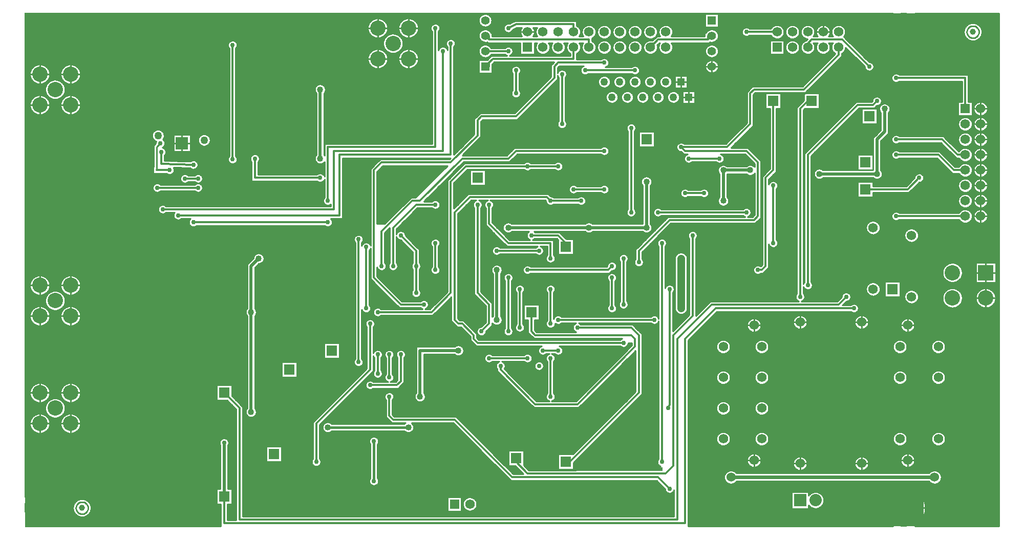
<source format=gbl>
*%FSLAX24Y24*%
*%MOIN*%
G01*
%ADD11C,0.0000*%
%ADD12C,0.0050*%
%ADD13C,0.0060*%
%ADD14C,0.0070*%
%ADD15C,0.0073*%
%ADD16C,0.0079*%
%ADD17C,0.0080*%
%ADD18C,0.0098*%
%ADD19C,0.0100*%
%ADD20C,0.0120*%
%ADD21C,0.0160*%
%ADD22C,0.0200*%
%ADD23C,0.0200*%
%ADD24C,0.0240*%
%ADD25O,0.0240X0.0800*%
%ADD26O,0.0280X0.0840*%
%ADD27C,0.0300*%
%ADD28C,0.0300*%
%ADD29C,0.0320*%
%ADD30C,0.0340*%
%ADD31C,0.0360*%
%ADD32C,0.0380*%
%ADD33C,0.0394*%
%ADD34C,0.0400*%
%ADD35C,0.0400*%
%ADD36C,0.0430*%
%ADD37C,0.0434*%
%ADD38C,0.0440*%
%ADD39C,0.0500*%
%ADD40C,0.0500*%
%ADD41O,0.0500X0.1000*%
%ADD42C,0.0520*%
%ADD43C,0.0540*%
%ADD44O,0.0540X0.1040*%
%ADD45C,0.0560*%
%ADD46C,0.0580*%
%ADD47C,0.0600*%
%ADD48C,0.0620*%
%ADD49C,0.0630*%
%ADD50C,0.0640*%
%ADD51C,0.0650*%
%ADD52C,0.0660*%
%ADD53C,0.0670*%
%ADD54C,0.0760*%
%ADD55O,0.0800X0.0240*%
%ADD56C,0.0800*%
%ADD57C,0.0827*%
%ADD58O,0.0840X0.0280*%
%ADD59C,0.0840*%
%ADD60C,0.0850*%
%ADD61C,0.0870*%
%ADD62C,0.1000*%
%ADD63C,0.1040*%
%ADD64C,0.1516*%
%ADD65C,0.2500*%
%ADD66C,0.2500*%
%ADD67R,0.0100X0.0100*%
%ADD68R,0.0100X0.0320*%
%ADD69R,0.0140X0.0360*%
%ADD70R,0.0200X0.0200*%
%ADD71R,0.0300X0.0300*%
%ADD72R,0.0300X0.0300*%
%ADD73R,0.0320X0.0100*%
%ADD74R,0.0340X0.0340*%
%ADD75R,0.0350X0.0550*%
%ADD76R,0.0360X0.0140*%
%ADD77R,0.0360X0.0360*%
%ADD78R,0.0360X0.0500*%
%ADD79R,0.0394X0.0551*%
%ADD80R,0.0394X0.1102*%
%ADD81R,0.0400X0.0400*%
%ADD82R,0.0400X0.0500*%
%ADD83R,0.0400X0.0540*%
%ADD84R,0.0400X0.0750*%
%ADD85R,0.0434X0.0591*%
%ADD86R,0.0440X0.0540*%
%ADD87R,0.0500X0.0360*%
%ADD88R,0.0500X0.0400*%
%ADD89R,0.0500X0.0500*%
%ADD90R,0.0500X0.0500*%
%ADD91R,0.0500X0.0750*%
%ADD92R,0.0500X0.1000*%
%ADD93R,0.0532X0.0177*%
%ADD94R,0.0540X0.0400*%
%ADD95R,0.0540X0.0440*%
%ADD96R,0.0540X0.0540*%
%ADD97R,0.0540X0.0790*%
%ADD98R,0.0540X0.1040*%
%ADD99R,0.0550X0.0350*%
%ADD100R,0.0551X0.0394*%
%ADD101R,0.0560X0.0560*%
%ADD102R,0.0572X0.0217*%
%ADD103R,0.0591X0.0434*%
%ADD104R,0.0600X0.0600*%
%ADD105R,0.0620X0.0620*%
%ADD106R,0.0640X0.0640*%
%ADD107R,0.0650X0.0300*%
%ADD108R,0.0660X0.0660*%
%ADD109R,0.0700X0.0300*%
%ADD110R,0.0700X0.0340*%
%ADD111R,0.0700X0.0350*%
%ADD112R,0.0700X0.0700*%
%ADD113R,0.0700X0.0700*%
%ADD114R,0.0709X0.0394*%
%ADD115R,0.0740X0.0740*%
%ADD116R,0.0748X0.0465*%
%ADD117R,0.0748X0.0937*%
%ADD118R,0.0749X0.0434*%
%ADD119R,0.0750X0.0300*%
%ADD120R,0.0750X0.0400*%
%ADD121R,0.0750X0.0500*%
%ADD122R,0.0750X0.0550*%
%ADD123R,0.0750X0.0800*%
%ADD124R,0.0788X0.0505*%
%ADD125R,0.0788X0.0977*%
%ADD126R,0.0790X0.0540*%
%ADD127R,0.0790X0.0840*%
%ADD128R,0.0800X0.0350*%
%ADD129R,0.0800X0.0550*%
%ADD130R,0.0800X0.0750*%
%ADD131R,0.0800X0.0800*%
%ADD132R,0.0827X0.0394*%
%ADD133R,0.0827X0.0512*%
%ADD134R,0.0827X0.0591*%
%ADD135R,0.0840X0.0790*%
%ADD136R,0.0840X0.0840*%
%ADD137R,0.0850X0.0700*%
%ADD138R,0.0867X0.0434*%
%ADD139R,0.0867X0.0552*%
%ADD140R,0.0867X0.0631*%
%ADD141R,0.0890X0.0740*%
%ADD142R,0.0900X0.0900*%
%ADD143R,0.0960X0.0540*%
%ADD144R,0.1000X0.0600*%
%ADD145R,0.1000X0.1000*%
%ADD146R,0.1000X0.1000*%
%ADD147R,0.1040X0.0640*%
%ADD148R,0.1040X0.1040*%
%ADD149R,0.1100X0.1100*%
%ADD150R,0.1200X0.0500*%
%ADD151R,0.1200X0.1200*%
%ADD152R,0.1250X0.0600*%
%ADD153R,0.1290X0.0640*%
%ADD154R,0.1300X0.0650*%
%ADD155R,0.1300X0.0700*%
%ADD156R,0.1350X0.0600*%
%ADD157R,0.1350X0.0650*%
%ADD158R,0.1400X0.0650*%
%ADD159R,0.1400X0.0700*%
%ADD160R,0.1417X0.0551*%
%ADD161R,0.1500X0.0750*%
%ADD162R,0.1500X0.1500*%
%ADD163R,0.1540X0.0790*%
%ADD164R,0.1600X0.0150*%
%ADD165R,0.2500X0.2500*%
D18*
X88024Y64000D02*
X88022Y63967D01*
X88018Y63934D01*
X88011Y63902D01*
X88002Y63871D01*
X87990Y63840D01*
X87975Y63810D01*
X87958Y63782D01*
X87939Y63755D01*
X87917Y63730D01*
X87893Y63707D01*
X87868Y63686D01*
X87841Y63668D01*
X87812Y63651D01*
X87783Y63637D01*
X87752Y63626D01*
X87720Y63617D01*
X87688Y63611D01*
X87655Y63607D01*
X87622Y63606D01*
X87589Y63608D01*
X87556Y63613D01*
X87524Y63621D01*
X87493Y63631D01*
X87462Y63644D01*
X87433Y63659D01*
X87405Y63677D01*
X87379Y63697D01*
X87355Y63719D01*
X87332Y63743D01*
X87311Y63769D01*
X87293Y63796D01*
X87277Y63825D01*
X87264Y63855D01*
X87253Y63886D01*
X87245Y63918D01*
X87239Y63951D01*
X87237Y63984D01*
Y64016D01*
X87239Y64049D01*
X87245Y64082D01*
X87253Y64114D01*
X87264Y64145D01*
X87277Y64175D01*
X87293Y64204D01*
X87311Y64231D01*
X87332Y64257D01*
X87355Y64281D01*
X87379Y64303D01*
X87405Y64323D01*
X87433Y64341D01*
X87462Y64356D01*
X87493Y64369D01*
X87524Y64379D01*
X87556Y64387D01*
X87589Y64392D01*
X87622Y64394D01*
X87655Y64393D01*
X87688Y64389D01*
X87720Y64383D01*
X87752Y64374D01*
X87783Y64363D01*
X87812Y64349D01*
X87841Y64332D01*
X87868Y64314D01*
X87893Y64293D01*
X87917Y64270D01*
X87939Y64245D01*
X87958Y64218D01*
X87975Y64190D01*
X87990Y64160D01*
X88002Y64129D01*
X88011Y64098D01*
X88018Y64066D01*
X88022Y64033D01*
X88024Y64000D01*
X30024Y33000D02*
X30022Y32967D01*
X30018Y32934D01*
X30011Y32902D01*
X30002Y32871D01*
X29990Y32840D01*
X29975Y32810D01*
X29958Y32782D01*
X29939Y32755D01*
X29917Y32730D01*
X29893Y32707D01*
X29868Y32686D01*
X29841Y32668D01*
X29812Y32651D01*
X29783Y32637D01*
X29752Y32626D01*
X29720Y32617D01*
X29688Y32611D01*
X29655Y32607D01*
X29622Y32606D01*
X29589Y32608D01*
X29556Y32613D01*
X29524Y32621D01*
X29493Y32631D01*
X29462Y32644D01*
X29433Y32659D01*
X29405Y32677D01*
X29379Y32697D01*
X29355Y32719D01*
X29332Y32743D01*
X29311Y32769D01*
X29293Y32796D01*
X29277Y32825D01*
X29264Y32855D01*
X29253Y32886D01*
X29245Y32918D01*
X29239Y32951D01*
X29237Y32984D01*
Y33016D01*
X29239Y33049D01*
X29245Y33082D01*
X29253Y33114D01*
X29264Y33145D01*
X29277Y33175D01*
X29293Y33204D01*
X29311Y33231D01*
X29332Y33257D01*
X29355Y33281D01*
X29379Y33303D01*
X29405Y33323D01*
X29433Y33341D01*
X29462Y33356D01*
X29493Y33369D01*
X29524Y33379D01*
X29556Y33387D01*
X29589Y33392D01*
X29622Y33394D01*
X29655Y33393D01*
X29688Y33389D01*
X29720Y33383D01*
X29752Y33374D01*
X29783Y33363D01*
X29812Y33349D01*
X29841Y33332D01*
X29868Y33314D01*
X29893Y33293D01*
X29917Y33270D01*
X29939Y33245D01*
X29958Y33218D01*
X29975Y33190D01*
X29990Y33160D01*
X30002Y33129D01*
X30011Y33098D01*
X30018Y33066D01*
X30022Y33033D01*
X30024Y33000D01*
D19*
X45400Y39317D02*
X46873Y40790D01*
X47467D02*
X45400Y38723D01*
X62090Y37007D02*
X64623Y39540D01*
X65217D02*
X62177Y36500D01*
X77630Y57047D02*
X79583Y59000D01*
X79177Y58000D02*
X77630Y56453D01*
X77090Y61007D02*
X78373Y62290D01*
X78670Y61993D02*
X77630Y60953D01*
X65090Y42663D02*
X62717Y40290D01*
X58387Y58710D02*
X59467Y59790D01*
X57387Y41790D02*
X58920Y40257D01*
X58623Y39960D02*
X57090Y41493D01*
X50170Y46757D02*
X49137Y47790D01*
X48840Y47493D02*
X49873Y46460D01*
X54387Y38540D02*
X56177Y36750D01*
X55583D02*
X54090Y38243D01*
X36671Y55565D02*
X34993Y55605D01*
X35577Y55171D02*
X36661Y55145D01*
X51840Y53710D02*
X53420Y55290D01*
X50630Y52797D02*
X49333Y51500D01*
X62387Y39960D02*
X65090Y42663D01*
Y43257D02*
X62090Y40257D01*
X25930Y33721D02*
Y63279D01*
X26330Y38154D02*
Y34149D01*
Y38846D02*
Y40154D01*
Y40846D02*
Y45154D01*
Y45846D02*
Y47154D01*
Y47846D02*
Y58904D01*
Y59596D02*
Y60904D01*
Y61596D02*
Y62851D01*
X26230Y38500D02*
Y34072D01*
Y38500D02*
Y40500D01*
Y45500D01*
Y47500D01*
Y59250D01*
Y61250D01*
Y62928D01*
X26130Y63020D02*
Y33980D01*
X26030Y33866D02*
Y63134D01*
X26880Y59900D02*
Y59250D01*
Y58600D01*
Y61250D02*
Y61900D01*
Y61250D02*
Y60600D01*
X27130Y62600D02*
Y64000D01*
X26880Y46150D02*
Y45500D01*
Y44850D01*
Y47500D02*
Y48150D01*
Y47500D02*
Y46850D01*
Y39150D02*
Y38500D01*
Y37850D01*
Y40500D02*
Y41150D01*
Y40500D02*
Y39850D01*
X27130Y34400D02*
Y33000D01*
X28230Y32134D02*
Y31800D01*
Y33866D02*
Y38500D01*
Y38952D01*
Y40048D02*
Y40500D01*
Y45500D01*
Y45952D01*
Y47048D02*
Y47500D01*
Y59250D01*
Y59702D01*
Y60798D02*
Y61250D01*
Y63134D01*
Y64866D02*
Y65200D01*
X28130Y32020D02*
Y31800D01*
Y33980D02*
Y38900D01*
Y40100D02*
Y45900D01*
Y47100D02*
Y59650D01*
Y60850D02*
Y63020D01*
Y64980D02*
Y65200D01*
X28030Y31928D02*
Y31800D01*
Y34072D02*
Y38868D01*
Y40132D02*
Y45868D01*
Y47132D02*
Y59618D01*
Y60882D02*
Y62928D01*
Y65072D02*
Y65200D01*
X27930Y38852D02*
Y34149D01*
Y40148D02*
Y45852D01*
Y47148D02*
Y59602D01*
Y60898D02*
Y62851D01*
X27830Y38852D02*
Y34212D01*
Y40148D02*
Y45852D01*
Y47148D02*
Y59602D01*
Y60898D02*
Y62788D01*
X27730Y38868D02*
Y34265D01*
Y40132D02*
Y45868D01*
Y47132D02*
Y59618D01*
Y60882D02*
Y62735D01*
X27630Y38900D02*
Y34308D01*
Y40100D02*
Y45900D01*
Y47100D02*
Y59650D01*
Y60850D02*
Y62692D01*
X27530Y38500D02*
Y34342D01*
Y38500D02*
Y38952D01*
Y40048D02*
Y40500D01*
Y45500D01*
Y45952D01*
Y47048D02*
Y47500D01*
Y59250D01*
Y59702D01*
Y60798D02*
Y61250D01*
Y62658D01*
X27430Y38154D02*
Y34367D01*
Y38846D02*
Y39031D01*
Y39969D02*
Y40154D01*
Y40846D02*
Y45154D01*
Y45846D02*
Y46031D01*
Y46969D02*
Y47154D01*
Y47846D02*
Y58904D01*
Y59596D02*
Y59781D01*
Y60719D02*
Y60904D01*
Y61596D02*
Y62633D01*
X27330Y38031D02*
Y34386D01*
Y38969D02*
Y39154D01*
Y39846D02*
Y40031D01*
Y40969D02*
Y45031D01*
Y45969D02*
Y46154D01*
Y46846D02*
Y47031D01*
Y47969D02*
Y58781D01*
Y59719D02*
Y59904D01*
Y60596D02*
Y60781D01*
Y61719D02*
Y62614D01*
X27230Y37952D02*
Y34396D01*
Y39048D02*
Y39500D01*
Y39952D01*
Y41048D02*
Y44952D01*
Y46048D02*
Y46500D01*
Y46952D01*
Y48048D02*
Y58702D01*
Y59798D02*
Y60250D01*
Y60702D01*
Y61798D02*
Y62604D01*
X27130Y37900D02*
Y34400D01*
Y39100D02*
Y39900D01*
Y41100D02*
Y44900D01*
Y46100D02*
Y46900D01*
Y48100D02*
Y58650D01*
Y59850D02*
Y60650D01*
Y61850D02*
Y62600D01*
X27030Y37868D02*
Y34396D01*
Y39132D02*
Y39868D01*
Y41132D02*
Y44868D01*
Y46132D02*
Y46868D01*
Y48132D02*
Y58618D01*
Y59882D02*
Y60618D01*
Y61882D02*
Y62604D01*
X26930Y37852D02*
Y34386D01*
Y39148D02*
Y39852D01*
Y41148D02*
Y44852D01*
Y46148D02*
Y46852D01*
Y48148D02*
Y58602D01*
Y59898D02*
Y60602D01*
Y61898D02*
Y62614D01*
X26830Y37852D02*
Y34367D01*
Y39148D02*
Y39852D01*
Y41148D02*
Y44852D01*
Y46148D02*
Y46852D01*
Y48148D02*
Y58602D01*
Y59898D02*
Y60602D01*
Y61898D02*
Y62633D01*
X26730Y37868D02*
Y34342D01*
Y39132D02*
Y39868D01*
Y41132D02*
Y44868D01*
Y46132D02*
Y46868D01*
Y48132D02*
Y58618D01*
Y59882D02*
Y60618D01*
Y61882D02*
Y62658D01*
X26630Y37900D02*
Y34308D01*
Y39100D02*
Y39900D01*
Y41100D02*
Y44900D01*
Y46100D02*
Y46900D01*
Y48100D02*
Y58650D01*
Y59850D02*
Y60650D01*
Y61850D02*
Y62692D01*
X26530Y37952D02*
Y34265D01*
Y39048D02*
Y39952D01*
Y41048D02*
Y44952D01*
Y46048D02*
Y46952D01*
Y48048D02*
Y58702D01*
Y59798D02*
Y60702D01*
Y61798D02*
Y62735D01*
X26430Y38031D02*
Y34212D01*
Y38969D02*
Y40031D01*
Y40969D02*
Y45031D01*
Y45969D02*
Y47031D01*
Y47969D02*
Y58781D01*
Y59719D02*
Y60781D01*
Y61719D02*
Y62788D01*
X28880Y61900D02*
Y61250D01*
Y60600D01*
Y59900D02*
Y59250D01*
Y58600D01*
Y48150D02*
Y47500D01*
Y46850D01*
Y46150D02*
Y45500D01*
Y44850D01*
Y41150D02*
Y40500D01*
Y39850D01*
Y39150D02*
Y38500D01*
Y37850D01*
X30230Y31800D02*
Y65200D01*
X30130Y32681D02*
Y31800D01*
Y33319D02*
Y65200D01*
X30030Y32562D02*
Y31800D01*
Y33438D02*
Y65200D01*
X29930Y32489D02*
Y31800D01*
Y33511D02*
Y65200D01*
X29830Y32442D02*
Y31800D01*
Y33558D02*
Y65200D01*
X29730Y32416D02*
Y31800D01*
Y33584D02*
Y65200D01*
X29630Y32407D02*
Y31800D01*
Y33593D02*
Y65200D01*
X29530Y32416D02*
Y31800D01*
Y33584D02*
Y38500D01*
Y40500D01*
Y45500D01*
Y47500D01*
Y59250D01*
Y61250D01*
Y65200D01*
X29430Y32442D02*
Y31800D01*
Y33558D02*
Y38154D01*
Y38846D02*
Y40154D01*
Y40846D02*
Y45154D01*
Y45846D02*
Y47154D01*
Y47846D02*
Y58904D01*
Y59596D02*
Y60904D01*
Y61596D02*
Y65200D01*
X29330Y32489D02*
Y31800D01*
Y33511D02*
Y38031D01*
Y38969D02*
Y40031D01*
Y40969D02*
Y45031D01*
Y45969D02*
Y47031D01*
Y47969D02*
Y58781D01*
Y59719D02*
Y60781D01*
Y61719D02*
Y65200D01*
X29230Y32562D02*
Y31800D01*
Y33438D02*
Y37952D01*
Y39048D02*
Y39952D01*
Y41048D02*
Y44952D01*
Y46048D02*
Y46952D01*
Y48048D02*
Y58702D01*
Y59798D02*
Y60702D01*
Y61798D02*
Y65200D01*
X29130Y32681D02*
Y31800D01*
Y33319D02*
Y37900D01*
Y39100D02*
Y39900D01*
Y41100D02*
Y44900D01*
Y46100D02*
Y46900D01*
Y48100D02*
Y58650D01*
Y59850D02*
Y60650D01*
Y61850D02*
Y65200D01*
X29030Y37868D02*
Y31800D01*
Y39132D02*
Y39868D01*
Y41132D02*
Y44868D01*
Y46132D02*
Y46868D01*
Y48132D02*
Y58618D01*
Y59882D02*
Y60618D01*
Y61882D02*
Y65200D01*
X28930Y37852D02*
Y31800D01*
Y39148D02*
Y39852D01*
Y41148D02*
Y44852D01*
Y46148D02*
Y46852D01*
Y48148D02*
Y58602D01*
Y59898D02*
Y60602D01*
Y61898D02*
Y65200D01*
X28830Y37852D02*
Y31800D01*
Y39148D02*
Y39852D01*
Y41148D02*
Y44852D01*
Y46148D02*
Y46852D01*
Y48148D02*
Y58602D01*
Y59898D02*
Y60602D01*
Y61898D02*
Y65200D01*
X28730Y37868D02*
Y31800D01*
Y39132D02*
Y39868D01*
Y41132D02*
Y44868D01*
Y46132D02*
Y46868D01*
Y48132D02*
Y58618D01*
Y59882D02*
Y60618D01*
Y61882D02*
Y65200D01*
X28630Y37900D02*
Y31800D01*
Y39100D02*
Y39900D01*
Y41100D02*
Y44900D01*
Y46100D02*
Y46900D01*
Y48100D02*
Y58650D01*
Y59850D02*
Y60650D01*
Y61850D02*
Y65200D01*
X28530Y33000D02*
Y31800D01*
Y33000D02*
Y37952D01*
Y39048D02*
Y39500D01*
Y39952D01*
Y41048D02*
Y44952D01*
Y46048D02*
Y46500D01*
Y46952D01*
Y48048D02*
Y58702D01*
Y59798D02*
Y60250D01*
Y60702D01*
Y61798D02*
Y64000D01*
Y65200D01*
X28430Y32480D02*
Y31800D01*
Y33520D02*
Y38031D01*
Y38969D02*
Y39154D01*
Y39846D02*
Y40031D01*
Y40969D02*
Y45031D01*
Y45969D02*
Y46154D01*
Y46846D02*
Y47031D01*
Y47969D02*
Y58781D01*
Y59719D02*
Y59904D01*
Y60596D02*
Y60781D01*
Y61719D02*
Y63480D01*
Y64520D02*
Y65200D01*
X28330Y32279D02*
Y31800D01*
Y33721D02*
Y38154D01*
Y38846D02*
Y39031D01*
Y39969D02*
Y40154D01*
Y40846D02*
Y45154D01*
Y45846D02*
Y46031D01*
Y46969D02*
Y47154D01*
Y47846D02*
Y58904D01*
Y59596D02*
Y59781D01*
Y60719D02*
Y60904D01*
Y61596D02*
Y63279D01*
Y64721D02*
Y65200D01*
X32230D02*
Y31800D01*
X32130D02*
Y65200D01*
X32030D02*
Y31800D01*
X31930D02*
Y65200D01*
X31830D02*
Y31800D01*
X31730D02*
Y65200D01*
X31630D02*
Y31800D01*
X31530D02*
Y65200D01*
X31430D02*
Y31800D01*
X31330D02*
Y65200D01*
X31230D02*
Y31800D01*
X31130D02*
Y65200D01*
X31030D02*
Y31800D01*
X30930D02*
Y65200D01*
X30830D02*
Y31800D01*
X30730D02*
Y65200D01*
X30630D02*
Y31800D01*
X30530D02*
Y65200D01*
X30430D02*
Y31800D01*
X30330D02*
Y65200D01*
X34130Y54790D02*
Y31800D01*
Y54800D02*
Y55210D01*
Y56700D01*
Y65200D01*
X34030D02*
Y31800D01*
X33930D02*
Y65200D01*
X33830D02*
Y31800D01*
X33730D02*
Y65200D01*
X33630D02*
Y31800D01*
X33530D02*
Y65200D01*
X33430D02*
Y31800D01*
X33330D02*
Y65200D01*
X33230D02*
Y31800D01*
X33130D02*
Y65200D01*
X33030D02*
Y31800D01*
X32930D02*
Y65200D01*
X32830D02*
Y31800D01*
X32730D02*
Y65200D01*
X32630D02*
Y31800D01*
X32530D02*
Y65200D01*
X32430D02*
Y31800D01*
X32330D02*
Y65200D01*
X34480Y56500D02*
Y55000D01*
X36130Y56750D02*
Y57300D01*
Y56750D02*
Y56200D01*
X35580D02*
Y57300D01*
X34270Y54800D02*
Y54790D01*
Y54800D02*
Y55210D01*
X34280Y54800D02*
Y54790D01*
Y55210D02*
Y56417D01*
Y56583D01*
Y56700D01*
X36130Y51840D02*
Y31800D01*
Y52660D02*
Y53640D01*
Y54060D02*
Y54226D01*
Y54674D02*
Y55158D01*
Y55578D02*
Y56200D01*
Y57300D02*
Y65200D01*
X36030Y51790D02*
Y31800D01*
Y52660D02*
Y53640D01*
Y54060D02*
Y54240D01*
Y54450D01*
Y54660D01*
Y55160D01*
Y55580D02*
Y56200D01*
Y57300D02*
Y65200D01*
X35930Y51754D02*
Y31800D01*
Y52660D02*
Y53640D01*
Y54060D02*
Y55163D01*
Y55583D02*
Y56200D01*
Y57300D02*
Y65200D01*
X35830Y51754D02*
Y31800D01*
Y52660D02*
Y53640D01*
Y54060D02*
Y55165D01*
Y55585D02*
Y56200D01*
Y57300D02*
Y65200D01*
X35730Y51790D02*
Y31800D01*
Y52660D02*
Y53640D01*
Y54060D02*
Y55167D01*
Y55587D02*
Y56200D01*
Y57300D02*
Y65200D01*
X35630Y51840D02*
Y31800D01*
Y52660D02*
Y53640D01*
Y54060D02*
Y54790D01*
Y55000D01*
Y55170D01*
Y55590D02*
Y56200D01*
Y57300D02*
Y65200D01*
X35530Y51840D02*
Y31800D01*
Y51840D02*
Y52240D01*
Y52660D02*
Y53640D01*
Y54060D02*
Y54776D01*
Y55592D02*
Y56200D01*
Y57300D01*
Y65200D01*
X35430Y52240D02*
Y31800D01*
Y52660D02*
Y53640D01*
Y54060D02*
Y54717D01*
Y55595D02*
Y56200D01*
Y57300D01*
Y65200D01*
X35330Y52240D02*
Y31800D01*
Y52660D02*
Y53640D01*
Y54060D02*
Y54700D01*
Y55597D02*
Y65200D01*
X35230Y52240D02*
Y31800D01*
Y52660D02*
Y53640D01*
Y54060D02*
Y54717D01*
Y55599D02*
Y65200D01*
X35130Y52240D02*
Y31800D01*
Y52660D02*
Y53640D01*
Y54060D02*
Y54776D01*
Y55602D02*
Y65200D01*
X35030Y52190D02*
Y31800D01*
Y52710D02*
Y53640D01*
Y54060D02*
Y54790D01*
Y55604D02*
Y56000D01*
Y56360D02*
Y56750D01*
Y65200D01*
X34930Y52154D02*
Y31800D01*
Y52746D02*
Y53640D01*
Y54060D02*
Y54790D01*
Y57444D02*
Y65200D01*
X34830Y52154D02*
Y31800D01*
Y52746D02*
Y53640D01*
Y54060D02*
Y54790D01*
Y57562D02*
Y65200D01*
X34730Y52190D02*
Y31800D01*
Y52710D02*
Y53626D01*
Y54074D02*
Y54790D01*
Y57621D02*
Y65200D01*
X34630Y52240D02*
Y31800D01*
Y52660D02*
Y53567D01*
Y54133D02*
Y54790D01*
Y57647D02*
Y65200D01*
X34530Y52240D02*
Y31800D01*
Y52240D02*
Y52660D01*
Y53550D01*
Y54150D02*
Y54790D01*
Y57647D02*
Y65200D01*
X34430Y53567D02*
Y31800D01*
Y54133D02*
Y54790D01*
Y56750D02*
Y56879D01*
Y57621D02*
Y65200D01*
X34330Y53626D02*
Y31800D01*
Y54074D02*
Y54790D01*
Y56700D02*
Y56938D01*
Y57562D02*
Y65200D01*
X34230Y53640D02*
Y31800D01*
Y53640D02*
Y53850D01*
Y54060D01*
Y54790D01*
Y54800D02*
Y55210D01*
Y56467D01*
Y56533D02*
Y56700D01*
Y57056D01*
Y57444D02*
Y65200D01*
X34730Y56750D02*
X34480Y56500D01*
X34280Y56583D02*
X34197Y56500D01*
X34280Y56583D02*
X34397Y56700D01*
X34430Y56733D01*
X34197Y56500D02*
X34280Y56417D01*
X34997Y55963D02*
X34993Y55605D01*
X36680Y56200D02*
Y57300D01*
X38030Y51390D02*
Y31800D01*
Y52660D02*
Y65200D01*
X37930Y51390D02*
Y31800D01*
Y52660D02*
Y56756D01*
Y57144D02*
Y65200D01*
X37830Y51390D02*
Y31800D01*
Y52660D02*
Y56638D01*
Y57262D02*
Y65200D01*
X37730Y51390D02*
Y31800D01*
Y52660D02*
Y56579D01*
Y57321D02*
Y65200D01*
X37630Y51390D02*
Y31800D01*
Y52660D02*
Y56553D01*
Y57347D02*
Y65200D01*
X37530Y51390D02*
Y31800D01*
Y52660D02*
Y53640D01*
Y54060D01*
Y54240D01*
Y54660D01*
Y56553D01*
Y57347D02*
Y65200D01*
X37430Y51390D02*
Y31800D01*
Y52660D02*
Y53640D01*
Y54060D02*
Y54240D01*
Y54660D02*
Y56579D01*
Y57321D02*
Y65200D01*
X37330Y51390D02*
Y31800D01*
Y52660D02*
Y53590D01*
Y54710D02*
Y56638D01*
Y57262D02*
Y65200D01*
X37230Y51390D02*
Y31800D01*
Y52660D02*
Y53554D01*
Y54746D02*
Y56756D01*
Y57144D02*
Y65200D01*
X37130Y51390D02*
Y31800D01*
Y52660D02*
Y53554D01*
Y54746D02*
Y55184D01*
Y55516D02*
Y65200D01*
X37030Y51340D02*
Y31800D01*
Y52660D02*
Y53590D01*
Y54710D02*
Y55090D01*
Y55610D02*
Y65200D01*
X36930Y51304D02*
Y31800D01*
Y52660D02*
Y53640D01*
Y54060D02*
Y54240D01*
Y54660D02*
Y55054D01*
Y55646D02*
Y65200D01*
X36830Y51304D02*
Y31800D01*
Y52660D02*
Y53640D01*
Y54060D02*
Y54240D01*
Y54660D02*
Y55054D01*
Y55646D02*
Y65200D01*
X36730Y51340D02*
Y31800D01*
Y52660D02*
Y53640D01*
Y54060D02*
Y54240D01*
Y54660D02*
Y55090D01*
Y55610D02*
Y56200D01*
Y57300D01*
Y65200D01*
X36630Y51390D02*
Y31800D01*
Y52660D02*
Y53640D01*
Y54060D02*
Y54240D01*
Y54660D02*
Y55146D01*
Y55566D02*
Y56200D01*
Y57300D02*
Y65200D01*
X36530Y51390D02*
Y31800D01*
Y51390D02*
Y51810D01*
Y52660D02*
Y53640D01*
Y54060D02*
Y54226D01*
Y54674D02*
Y55148D01*
Y55568D02*
Y56200D01*
Y57300D02*
Y65200D01*
X36430Y51840D02*
Y31800D01*
Y52660D02*
Y53640D01*
Y54060D02*
Y54167D01*
Y54733D02*
Y55151D01*
Y55571D02*
Y56200D01*
Y57300D02*
Y65200D01*
X36330Y51840D02*
Y31800D01*
Y52660D02*
Y53640D01*
Y54750D02*
Y55153D01*
Y55573D02*
Y56200D01*
Y57300D02*
Y65200D01*
X36230Y51840D02*
Y31800D01*
Y52660D02*
Y53640D01*
Y54060D02*
Y54167D01*
Y54733D02*
Y55155D01*
Y55576D02*
Y56200D01*
Y57300D02*
Y65200D01*
X38380Y34250D02*
Y33250D01*
X39380D02*
Y34250D01*
X38380Y40000D02*
Y41000D01*
X39380D02*
Y40297D01*
X38320Y51340D02*
Y51390D01*
X38790D02*
Y51340D01*
X38740D02*
Y51390D01*
X39670Y32460D02*
Y32210D01*
X38670D02*
Y31800D01*
X38630Y34250D02*
Y37084D01*
Y37416D02*
Y37500D01*
X39130Y37084D02*
Y34250D01*
Y37416D02*
Y37500D01*
X39670Y39413D02*
Y32460D01*
X39220Y55914D02*
Y62936D01*
X39640D02*
Y55914D01*
X38670Y33250D02*
Y32210D01*
X39090D02*
Y33250D01*
X40030Y39710D02*
Y51390D01*
Y52660D02*
Y65200D01*
X39930Y51390D02*
Y39747D01*
Y52660D02*
Y65200D01*
X39830Y51390D02*
Y39847D01*
Y52660D02*
Y65200D01*
X39730Y51390D02*
Y39947D01*
Y52660D02*
Y55490D01*
Y55700D01*
Y63150D01*
Y63360D01*
Y65200D01*
X39630Y32460D02*
Y32210D01*
Y32460D02*
Y39453D01*
Y40047D02*
Y51390D01*
Y52660D02*
Y55476D01*
Y63374D02*
Y65200D01*
X39530Y32460D02*
Y32210D01*
Y32460D02*
Y39553D01*
Y40147D02*
Y51390D01*
Y52660D02*
Y55417D01*
Y63433D02*
Y65200D01*
X39430Y33250D02*
Y32210D01*
Y33250D02*
Y34250D01*
Y39653D01*
Y40247D02*
Y41000D01*
Y51390D01*
Y52660D02*
Y55400D01*
Y63450D02*
Y65200D01*
X39330Y33250D02*
Y32210D01*
Y34250D02*
Y39753D01*
Y41000D02*
Y51390D01*
Y52660D02*
Y55417D01*
Y63433D02*
Y65200D01*
X39230Y33250D02*
Y32210D01*
Y34250D02*
Y37500D01*
Y39853D01*
Y41000D02*
Y51390D01*
Y52660D02*
Y55476D01*
Y63374D02*
Y65200D01*
X39130Y33250D02*
Y32210D01*
Y37500D02*
Y39953D01*
Y41000D02*
Y51390D01*
Y52660D02*
Y55490D01*
Y55700D01*
Y63150D01*
Y63360D01*
Y65200D01*
X39030Y40000D02*
Y37510D01*
Y41000D02*
Y51390D01*
Y52660D02*
Y65200D01*
X38930Y40000D02*
Y37546D01*
Y41000D02*
Y51390D01*
Y52660D02*
Y65200D01*
X38830Y40000D02*
Y37546D01*
Y41000D02*
Y51390D01*
Y52660D02*
Y65200D01*
X38730Y40000D02*
Y37510D01*
Y41000D02*
Y51390D01*
Y52660D02*
Y65200D01*
X38630Y32210D02*
Y31800D01*
Y32210D02*
Y33250D01*
Y37500D02*
Y40000D01*
Y41000D02*
Y51390D01*
Y52660D02*
Y65200D01*
X38530Y32210D02*
Y31800D01*
Y32210D02*
Y33250D01*
Y34250D02*
Y37500D01*
Y40000D01*
Y41000D02*
Y51390D01*
Y52660D02*
Y65200D01*
X38430Y33250D02*
Y31800D01*
Y34250D02*
Y40000D01*
Y41000D02*
Y51390D01*
Y52660D02*
Y65200D01*
X38330Y33250D02*
Y31800D01*
Y33250D02*
Y34250D01*
Y40000D01*
Y41000D01*
Y51390D01*
Y52660D02*
Y65200D01*
X38230Y33250D02*
Y31800D01*
Y33250D02*
Y34250D01*
Y40000D01*
Y41000D01*
Y51390D01*
Y52660D02*
Y65200D01*
X38130Y51390D02*
Y31800D01*
Y52660D02*
Y65200D01*
X39967Y39710D02*
X40090Y39587D01*
X39967Y39710D02*
X39677Y40000D01*
X39670Y40007D01*
X39380Y40297D01*
Y39703D02*
X39670Y39413D01*
X39380Y39703D02*
X39373Y39710D01*
X39083Y40000D01*
X41630Y37000D02*
Y36000D01*
X40670Y54290D02*
Y54710D01*
X40380Y45500D02*
Y45450D01*
Y45500D02*
Y45505D01*
Y45995D02*
Y46000D01*
Y48646D01*
Y48854D01*
Y49000D01*
X40880Y45500D02*
Y45450D01*
Y45500D02*
Y45505D01*
Y45995D02*
Y46000D01*
Y48646D01*
X40380Y39000D02*
Y38950D01*
Y39000D02*
Y39005D01*
Y39495D02*
Y45500D01*
X40880Y39000D02*
Y38950D01*
Y39000D02*
Y39005D01*
Y39495D02*
Y45500D01*
X40670Y54710D02*
Y55536D01*
X41090D02*
Y54710D01*
X40090Y39413D02*
Y32460D01*
Y39413D02*
Y39587D01*
Y39710D01*
X41930Y36000D02*
Y32460D01*
Y37000D02*
Y51390D01*
Y52660D02*
Y54290D01*
Y54710D02*
Y65200D01*
X41830Y36000D02*
Y32460D01*
Y37000D02*
Y51390D01*
Y52660D02*
Y54290D01*
Y54710D02*
Y65200D01*
X41730Y36000D02*
Y32460D01*
Y37000D02*
Y51390D01*
Y52660D02*
Y54290D01*
Y54710D02*
Y65200D01*
X41630Y36000D02*
Y32460D01*
Y37000D02*
Y51390D01*
Y52660D02*
Y54290D01*
Y54710D02*
Y65200D01*
X41530Y36000D02*
Y32460D01*
Y36000D02*
Y37000D01*
Y51390D01*
Y52660D02*
Y54290D01*
Y54710D02*
Y65200D01*
X41430Y49070D02*
Y32460D01*
Y49430D02*
Y51390D01*
Y52660D02*
Y54290D01*
Y54710D02*
Y65200D01*
X41330Y48963D02*
Y32460D01*
Y49537D02*
Y51390D01*
Y52660D02*
Y54290D01*
Y54710D02*
Y65200D01*
X41230Y48915D02*
Y32460D01*
Y49585D02*
Y51390D01*
Y52660D02*
Y54290D01*
Y54710D02*
Y55960D01*
Y65200D01*
X41130Y48896D02*
Y32460D01*
Y49604D02*
Y51390D01*
Y52660D02*
Y54290D01*
Y54710D02*
Y55584D01*
Y55960D02*
Y65200D01*
X41030Y48796D02*
Y32460D01*
Y49585D02*
Y51390D01*
Y52660D02*
Y54290D01*
Y56010D02*
Y65200D01*
X40930Y39000D02*
Y32460D01*
Y39430D02*
Y45500D01*
Y46000D02*
Y48696D01*
Y49537D02*
Y51390D01*
Y52660D02*
Y54290D01*
Y56046D02*
Y65200D01*
X40830Y38963D02*
Y32460D01*
Y49430D02*
Y51390D01*
Y52660D02*
Y54290D01*
Y56046D02*
Y65200D01*
X40730Y38915D02*
Y32460D01*
Y49204D02*
Y51390D01*
Y52660D02*
Y54290D01*
Y56010D02*
Y65200D01*
X40630Y38900D02*
Y32460D01*
Y49104D02*
Y51390D01*
Y52660D02*
Y54290D01*
Y54710D01*
Y55584D01*
Y55960D02*
Y65200D01*
X40530Y38915D02*
Y32460D01*
Y49004D02*
Y51390D01*
Y52660D02*
Y54290D01*
Y54710D01*
Y55960D01*
Y65200D01*
X40430Y38963D02*
Y32460D01*
Y49000D02*
Y51390D01*
Y52660D02*
Y65200D01*
X40330Y39000D02*
Y32460D01*
Y39430D02*
Y45500D01*
Y46000D02*
Y48696D01*
Y48804D01*
Y49000D01*
Y51390D01*
Y52660D02*
Y65200D01*
X40230Y39000D02*
Y32460D01*
Y39000D02*
Y39710D01*
Y45500D01*
Y46000D01*
Y49000D01*
Y51390D01*
Y52660D02*
Y65200D01*
X40130Y39453D02*
Y32460D01*
Y39547D02*
Y39710D01*
Y51390D01*
Y52660D02*
Y65200D01*
X40380Y48854D02*
X40276Y48750D01*
X40380Y48854D02*
X40526Y49000D01*
X40780Y49254D01*
X41126Y49600D02*
X41130Y49604D01*
X41134Y48900D02*
X40880Y48646D01*
X41480Y49246D02*
X41484Y49250D01*
X40380Y48646D02*
X40276Y48750D01*
X41480Y49254D02*
X41484Y49250D01*
X41134Y49600D02*
X41130Y49604D01*
X40090Y39587D02*
X40177Y39500D01*
X40090Y39413D01*
X42630Y37000D02*
Y36000D01*
Y41500D02*
Y42500D01*
X43630D02*
Y41500D01*
X43930Y32460D02*
Y51390D01*
Y52660D02*
Y54290D01*
Y54710D02*
Y65200D01*
X43830Y51390D02*
Y32460D01*
Y52660D02*
Y54290D01*
Y54710D02*
Y65200D01*
X43730Y41500D02*
Y32460D01*
Y41500D02*
Y42500D01*
Y51390D01*
Y52660D02*
Y54290D01*
Y54710D02*
Y65200D01*
X43630Y41500D02*
Y32460D01*
Y42500D02*
Y51390D01*
Y52660D02*
Y54290D01*
Y54710D02*
Y65200D01*
X43530Y41500D02*
Y32460D01*
Y42500D02*
Y51390D01*
Y52660D02*
Y54290D01*
Y54710D02*
Y65200D01*
X43430Y41500D02*
Y32460D01*
Y42500D02*
Y51390D01*
Y52660D02*
Y54290D01*
Y54710D02*
Y65200D01*
X43330Y41500D02*
Y32460D01*
Y42500D02*
Y51390D01*
Y52660D02*
Y54290D01*
Y54710D02*
Y65200D01*
X43230Y41500D02*
Y32460D01*
Y42500D02*
Y51390D01*
Y52660D02*
Y54290D01*
Y54710D02*
Y65200D01*
X43130Y41500D02*
Y32460D01*
Y42500D02*
Y51390D01*
Y52660D02*
Y54290D01*
Y54710D02*
Y65200D01*
X43030Y41500D02*
Y32460D01*
Y42500D02*
Y51390D01*
Y52660D02*
Y54290D01*
Y54710D02*
Y65200D01*
X42930Y41500D02*
Y32460D01*
Y42500D02*
Y51390D01*
Y52660D02*
Y54290D01*
Y54710D02*
Y65200D01*
X42830Y41500D02*
Y32460D01*
Y42500D02*
Y51390D01*
Y52660D02*
Y54290D01*
Y54710D02*
Y65200D01*
X42730Y36000D02*
Y32460D01*
Y36000D02*
Y37000D01*
Y41500D01*
Y42500D02*
Y51390D01*
Y52660D02*
Y54290D01*
Y54710D02*
Y65200D01*
X42630Y36000D02*
Y32460D01*
Y37000D02*
Y41500D01*
Y42500D02*
Y51390D01*
Y52660D02*
Y54290D01*
Y54710D02*
Y65200D01*
X42530Y36000D02*
Y32460D01*
Y37000D02*
Y41500D01*
Y42500D01*
Y51390D01*
Y52660D02*
Y54290D01*
Y54710D02*
Y65200D01*
X42430Y36000D02*
Y32460D01*
Y37000D02*
Y51390D01*
Y52660D02*
Y54290D01*
Y54710D02*
Y65200D01*
X42330Y36000D02*
Y32460D01*
Y37000D02*
Y51390D01*
Y52660D02*
Y54290D01*
Y54710D02*
Y65200D01*
X42230Y36000D02*
Y32460D01*
Y37000D02*
Y51390D01*
Y52660D02*
Y54290D01*
Y54710D02*
Y65200D01*
X42130Y36000D02*
Y32460D01*
Y37000D02*
Y51390D01*
Y52660D02*
Y54290D01*
Y54710D02*
Y65200D01*
X42030Y36000D02*
Y32460D01*
Y37000D02*
Y51390D01*
Y52660D02*
Y54290D01*
Y54710D02*
Y65200D01*
X45380Y43750D02*
Y42750D01*
X45420Y56290D02*
Y56710D01*
X45820Y52768D02*
Y52660D01*
X44880Y55500D02*
Y55505D01*
Y55995D02*
Y60005D01*
Y60495D02*
Y60500D01*
X45380Y55505D02*
Y55500D01*
Y55995D02*
Y56290D01*
Y56710D01*
Y60005D01*
Y60495D02*
Y60500D01*
X44670Y38413D02*
Y36214D01*
Y38413D02*
Y38587D01*
Y38710D01*
X45090Y38413D02*
Y36214D01*
X45420Y53214D02*
Y54290D01*
Y54423D01*
Y54577D02*
Y54710D01*
Y55500D01*
Y55554D01*
Y55946D02*
Y56290D01*
X45930Y38020D02*
Y32460D01*
Y38480D02*
Y39253D01*
Y39847D02*
Y42750D01*
Y43750D02*
Y51390D01*
Y51600D01*
Y51810D01*
Y56710D02*
Y65200D01*
X45830Y37963D02*
Y32460D01*
Y38537D02*
Y39153D01*
Y39747D02*
Y42750D01*
Y43750D02*
Y51376D01*
Y56710D02*
Y65200D01*
X45730Y37915D02*
Y32460D01*
Y38585D02*
Y39053D01*
Y39647D02*
Y42750D01*
Y43750D02*
Y51317D01*
Y56710D02*
Y65200D01*
X45630Y37900D02*
Y32460D01*
Y38600D02*
Y38953D01*
Y39547D02*
Y42750D01*
Y43750D02*
Y51300D01*
Y56710D02*
Y65200D01*
X45530Y37915D02*
Y32460D01*
Y38585D02*
Y38853D01*
Y39447D02*
Y42750D01*
Y43750D02*
Y51317D01*
Y56710D02*
Y65200D01*
X45430Y37963D02*
Y32460D01*
Y38537D02*
Y38753D01*
Y39347D02*
Y42750D01*
Y43750D02*
Y51376D01*
Y52660D02*
Y52776D01*
Y56710D02*
Y60070D01*
Y60500D02*
Y65200D01*
X45330Y38020D02*
Y32460D01*
Y38480D02*
Y38653D01*
Y39247D02*
Y42750D01*
Y43750D01*
Y51390D01*
Y52660D02*
Y52790D01*
Y53000D01*
Y54276D01*
Y54724D02*
Y55463D01*
Y60537D02*
Y65200D01*
X45230Y35790D02*
Y32460D01*
Y35790D02*
Y38553D01*
Y39147D02*
Y42750D01*
Y43750D01*
Y51390D01*
Y52660D02*
Y54217D01*
Y54783D02*
Y55415D01*
Y60585D02*
Y65200D01*
X45130Y35790D02*
Y32460D01*
Y36166D02*
Y38453D01*
Y39047D02*
Y51390D01*
Y52660D02*
Y54200D01*
Y54800D02*
Y55400D01*
Y60600D02*
Y65200D01*
X45030Y35740D02*
Y32460D01*
Y38947D02*
Y51390D01*
Y52660D02*
Y54217D01*
Y54783D02*
Y55415D01*
Y60585D02*
Y65200D01*
X44930Y35704D02*
Y32460D01*
Y38847D02*
Y51390D01*
Y52660D02*
Y54276D01*
Y54724D02*
Y55463D01*
Y60537D02*
Y65200D01*
X44830Y35704D02*
Y32460D01*
Y38747D02*
Y51390D01*
Y52660D02*
Y54290D01*
Y54710D02*
Y55500D01*
Y55930D02*
Y60070D01*
Y60500D02*
Y65200D01*
X44730Y35740D02*
Y32460D01*
Y38710D02*
Y51390D01*
Y52660D02*
Y54290D01*
Y54710D02*
Y55500D01*
Y60500D01*
Y65200D01*
X44630Y35790D02*
Y32460D01*
Y36166D02*
Y38453D01*
Y38547D02*
Y38710D01*
Y51390D01*
Y52660D02*
Y54290D01*
Y54710D02*
Y65200D01*
X44530Y35790D02*
Y32460D01*
Y35790D02*
Y38710D01*
Y51390D01*
Y52660D02*
Y54290D01*
Y54710D02*
Y65200D01*
X44430Y51390D02*
Y32460D01*
Y52660D02*
Y54290D01*
Y54710D02*
Y65200D01*
X44330Y51390D02*
Y32460D01*
Y52660D02*
Y54290D01*
Y54710D02*
Y65200D01*
X44230Y51390D02*
Y32460D01*
Y52660D02*
Y54290D01*
Y54710D02*
Y65200D01*
X44130Y51390D02*
Y32460D01*
Y52660D02*
Y54290D01*
Y54710D02*
Y65200D01*
X44030Y51390D02*
Y32460D01*
Y52660D02*
Y54290D01*
Y54710D02*
Y65200D01*
X44670Y38587D02*
X44583Y38500D01*
X44670Y38587D02*
X44793Y38710D01*
X45090Y39007D01*
X45400Y39317D01*
X45157Y38480D02*
X45090Y38413D01*
X45157Y38480D02*
X45387Y38710D01*
X45400Y38723D01*
X44670Y38413D02*
X44583Y38500D01*
X46380Y42750D02*
Y43750D01*
X46590Y51840D02*
Y52260D01*
X47420Y50286D02*
Y42714D01*
X47840D02*
Y45790D01*
Y45923D01*
Y50077D02*
Y50210D01*
Y50286D01*
X46590Y52260D02*
Y55790D01*
X47830Y38020D02*
Y32460D01*
Y38480D02*
Y41153D01*
Y41747D02*
Y42276D01*
Y50724D02*
Y55790D01*
Y56710D02*
Y65200D01*
X47730Y38020D02*
Y32460D01*
Y38480D02*
Y41053D01*
Y41647D02*
Y42217D01*
Y50783D02*
Y55790D01*
Y56710D02*
Y65200D01*
X47630Y38020D02*
Y32460D01*
Y38480D02*
Y40953D01*
Y41547D02*
Y42200D01*
Y50800D02*
Y55790D01*
Y56710D02*
Y65200D01*
X47530Y38020D02*
Y32460D01*
Y38480D02*
Y40853D01*
Y41447D02*
Y42217D01*
Y50783D02*
Y55790D01*
Y56710D02*
Y65200D01*
X47430Y38020D02*
Y32460D01*
Y38480D02*
Y40753D01*
Y41347D02*
Y42276D01*
Y50724D02*
Y55790D01*
Y56710D02*
Y65200D01*
X47330Y38020D02*
Y32460D01*
Y38480D02*
Y40653D01*
Y41247D02*
Y42290D01*
Y42500D01*
Y50500D01*
Y50710D01*
Y55790D01*
Y56710D02*
Y65200D01*
X47230Y38020D02*
Y32460D01*
Y38480D02*
Y40553D01*
Y41147D02*
Y55790D01*
Y56710D02*
Y65200D01*
X47130Y38020D02*
Y32460D01*
Y38480D02*
Y40453D01*
Y41047D02*
Y55790D01*
Y56710D02*
Y65200D01*
X47030Y38020D02*
Y32460D01*
Y38480D02*
Y40353D01*
Y40947D02*
Y55790D01*
Y56710D02*
Y65200D01*
X46930Y38020D02*
Y32460D01*
Y38480D02*
Y40253D01*
Y40847D02*
Y55790D01*
Y56710D02*
Y65200D01*
X46830Y38020D02*
Y32460D01*
Y38480D02*
Y40153D01*
Y40747D02*
Y55790D01*
Y56710D02*
Y65200D01*
X46730Y38020D02*
Y32460D01*
Y38480D02*
Y40053D01*
Y40647D02*
Y51840D01*
Y52260D01*
Y55790D01*
Y56710D02*
Y65200D01*
X46630Y38020D02*
Y32460D01*
Y38480D02*
Y39953D01*
Y40547D02*
Y51840D01*
Y52260D01*
Y55790D01*
Y56710D02*
Y65200D01*
X46530Y38020D02*
Y32460D01*
Y38480D02*
Y39853D01*
Y40447D02*
Y51840D01*
Y56710D02*
Y65200D01*
X46430Y38020D02*
Y32460D01*
Y38480D02*
Y39753D01*
Y40347D02*
Y42750D01*
Y43750D01*
Y51840D01*
Y56710D02*
Y65200D01*
X46330Y38020D02*
Y32460D01*
Y38480D02*
Y39653D01*
Y40247D02*
Y42750D01*
Y43750D02*
Y51840D01*
Y56710D02*
Y65200D01*
X46230Y38020D02*
Y32460D01*
Y38480D02*
Y39553D01*
Y40147D02*
Y42750D01*
Y43750D02*
Y51840D01*
Y56710D02*
Y65200D01*
X46130Y38020D02*
Y32460D01*
Y38480D02*
Y39453D01*
Y40047D02*
Y42750D01*
Y43750D02*
Y51840D01*
Y56710D02*
Y65200D01*
X46030Y38020D02*
Y32460D01*
Y38480D02*
Y39353D01*
Y39947D02*
Y42750D01*
Y43750D02*
Y51840D01*
Y56710D02*
Y65200D01*
X47630Y55790D02*
Y51500D01*
X47730D02*
Y55790D01*
X47830D02*
Y51500D01*
X47293Y41210D02*
X46873Y40790D01*
X47293Y41210D02*
X47420Y41337D01*
X47840Y41757D01*
X47873Y41790D01*
X48170Y42087D01*
X47887Y41210D02*
X47467Y40790D01*
X47887Y41210D02*
X48170Y41493D01*
X48880Y62250D02*
Y62900D01*
Y62250D02*
Y61600D01*
Y64250D02*
Y64900D01*
Y64250D02*
Y63600D01*
X48920Y55710D02*
Y55587D01*
X49670Y38663D02*
Y38540D01*
Y48964D02*
Y51163D01*
Y51243D01*
X48340Y47790D02*
Y46214D01*
Y47790D02*
Y47993D01*
Y48007D01*
Y49786D01*
X49340Y48964D02*
Y50913D01*
X48170Y44786D02*
Y42087D01*
X48590Y41913D02*
Y41827D01*
Y41913D02*
Y42087D01*
Y42923D01*
Y43077D02*
Y43210D01*
Y44786D01*
X48670Y41993D02*
Y41964D01*
Y41993D02*
Y42007D01*
Y42786D01*
X49090D02*
Y41964D01*
X48420Y47790D02*
Y47913D01*
Y48087D01*
Y49923D01*
Y50077D02*
Y50210D01*
Y54913D01*
Y55087D01*
Y55210D01*
X48840Y48540D02*
Y48087D01*
Y48540D02*
Y48673D01*
X49420Y42786D02*
Y41714D01*
X49840D02*
Y42786D01*
X49420Y38913D02*
Y38790D01*
Y38913D02*
Y39087D01*
Y40036D01*
X49840D02*
Y39087D01*
X48400Y34557D02*
Y34520D01*
Y34943D02*
Y37157D01*
Y37543D02*
Y37580D01*
X48860Y34557D02*
Y34520D01*
Y34943D02*
Y37157D01*
Y37543D02*
Y37580D01*
X49830Y38020D02*
Y32460D01*
Y40474D02*
Y40790D01*
Y43224D02*
Y45540D01*
Y45960D02*
Y46503D01*
Y47097D02*
Y48454D01*
Y56710D02*
Y62602D01*
Y63898D02*
Y65200D01*
X49730Y38020D02*
Y32460D01*
Y40533D02*
Y40790D01*
Y43283D02*
Y45540D01*
Y45960D02*
Y46603D01*
Y47197D02*
Y48490D01*
Y56710D02*
Y62618D01*
Y63882D02*
Y65200D01*
X49630Y38020D02*
Y32460D01*
Y38540D02*
Y38703D01*
Y40550D02*
Y40790D01*
Y43300D02*
Y45540D01*
Y45960D02*
Y46703D01*
Y47297D02*
Y48540D01*
Y48916D02*
Y51203D01*
Y56710D02*
Y62650D01*
Y63850D02*
Y65200D01*
X49530Y38020D02*
Y32460D01*
Y38540D02*
Y38790D01*
Y40533D02*
Y40790D01*
Y43283D02*
Y45540D01*
Y45960D02*
Y46803D01*
Y47397D02*
Y48540D01*
Y51103D01*
Y56710D02*
Y62250D01*
Y62702D01*
Y63798D02*
Y64250D01*
Y65200D01*
X49430Y38020D02*
Y32460D01*
Y38480D02*
Y38790D01*
Y38903D01*
Y40474D02*
Y40790D01*
Y43224D02*
Y45540D01*
Y45960D02*
Y46903D01*
Y47497D02*
Y48540D01*
Y48750D01*
Y51003D01*
Y56710D02*
Y61904D01*
Y62596D02*
Y62781D01*
Y63719D02*
Y63904D01*
Y64596D02*
Y65200D01*
X49330Y38020D02*
Y32460D01*
Y38480D02*
Y38790D01*
Y40250D01*
Y40460D01*
Y40790D01*
Y41290D02*
Y41500D01*
Y43000D01*
Y43210D01*
Y45540D01*
Y45960D02*
Y47003D01*
Y47597D02*
Y48526D01*
Y56710D02*
Y61781D01*
Y62719D02*
Y62904D01*
Y63596D02*
Y63781D01*
Y64719D02*
Y65200D01*
X49230Y38020D02*
Y32460D01*
Y38480D02*
Y40790D01*
Y41210D02*
Y41540D01*
Y43210D01*
Y45540D01*
Y45960D02*
Y47103D01*
Y47697D02*
Y48467D01*
Y56710D02*
Y61702D01*
Y62798D02*
Y63250D01*
Y63702D01*
Y64798D02*
Y65200D01*
X49130Y38020D02*
Y32460D01*
Y38480D02*
Y40790D01*
Y41210D02*
Y41540D01*
Y41916D02*
Y42834D01*
Y43210D02*
Y45540D01*
Y45960D02*
Y47203D01*
Y47797D02*
Y48450D01*
Y56710D02*
Y61650D01*
Y62850D02*
Y63650D01*
Y64850D02*
Y65200D01*
X49030Y38020D02*
Y32460D01*
Y38480D02*
Y40790D01*
Y41210D02*
Y41490D01*
Y43260D02*
Y45490D01*
Y46010D02*
Y47303D01*
Y47897D02*
Y48467D01*
Y56710D02*
Y61618D01*
Y62882D02*
Y63618D01*
Y64882D02*
Y65200D01*
X48930Y34520D02*
Y32460D01*
Y34520D02*
Y34750D01*
Y37350D01*
Y37580D01*
Y38020D01*
Y38480D02*
Y40790D01*
Y41210D02*
Y41454D01*
Y43296D02*
Y45454D01*
Y46046D02*
Y47403D01*
Y47997D02*
Y48526D01*
Y55597D02*
Y55710D01*
Y56710D02*
Y61602D01*
Y62898D02*
Y63602D01*
Y64898D02*
Y65200D01*
X48830Y34520D02*
Y32460D01*
Y37580D02*
Y38020D01*
Y38480D02*
Y40790D01*
Y41210D02*
Y41454D01*
Y43296D02*
Y45454D01*
Y46046D02*
Y47503D01*
Y55497D02*
Y55710D01*
Y56710D02*
Y61602D01*
Y62898D02*
Y63602D01*
Y64898D02*
Y65200D01*
X48730Y34467D02*
Y32460D01*
Y37633D02*
Y38020D01*
Y38480D02*
Y40790D01*
Y41210D02*
Y41490D01*
Y43260D02*
Y45210D01*
Y45490D01*
Y46010D02*
Y47603D01*
Y55397D02*
Y55790D01*
Y56710D02*
Y61618D01*
Y62882D02*
Y63618D01*
Y64882D02*
Y65200D01*
X48630Y34450D02*
Y32460D01*
Y37650D02*
Y38020D01*
Y38480D02*
Y40790D01*
Y41210D02*
Y41540D01*
Y42047D02*
Y42834D01*
Y43210D02*
Y44834D01*
Y45210D02*
Y45540D01*
Y45960D02*
Y47703D01*
Y55297D02*
Y55790D01*
Y56710D02*
Y61650D01*
Y62850D02*
Y63650D01*
Y64850D02*
Y65200D01*
X48530Y34467D02*
Y32460D01*
Y37633D02*
Y38020D01*
Y38480D02*
Y40740D01*
Y41260D02*
Y41540D01*
Y41790D01*
Y45260D02*
Y45540D01*
Y45960D01*
Y47790D01*
Y55210D02*
Y55790D01*
Y56710D02*
Y61702D01*
Y62798D02*
Y63702D01*
Y64798D02*
Y65200D01*
X48430Y34520D02*
Y32460D01*
Y37580D02*
Y38020D01*
Y38480D02*
Y40704D01*
Y41296D02*
Y41753D01*
Y45296D02*
Y45790D01*
Y46000D01*
Y47790D01*
Y47903D01*
Y55097D02*
Y55210D01*
Y55790D01*
Y56710D02*
Y61781D01*
Y62719D02*
Y63781D01*
Y64719D02*
Y65200D01*
X48330Y34520D02*
Y32460D01*
Y34520D02*
Y34750D01*
Y37350D01*
Y37580D01*
Y38020D01*
Y38480D02*
Y40704D01*
Y41296D02*
Y41653D01*
Y45296D02*
Y45776D01*
Y50224D02*
Y55210D01*
Y55790D01*
Y56710D02*
Y61904D01*
Y62596D02*
Y63904D01*
Y64596D02*
Y65200D01*
X48230Y38020D02*
Y32460D01*
Y38480D02*
Y40740D01*
Y41260D02*
Y41553D01*
Y45260D02*
Y45717D01*
Y50283D02*
Y55790D01*
Y56710D02*
Y62250D01*
Y64250D01*
Y65200D01*
X48130Y38020D02*
Y32460D01*
Y38480D02*
Y40790D01*
Y41210D02*
Y41453D01*
Y42047D02*
Y44834D01*
Y45210D02*
Y45700D01*
Y50300D02*
Y55790D01*
Y56710D02*
Y65200D01*
X48030Y38020D02*
Y32460D01*
Y38480D02*
Y40790D01*
Y41210D01*
Y41353D01*
Y41947D02*
Y45210D01*
Y45717D01*
Y50283D02*
Y55790D01*
Y56710D02*
Y65200D01*
X47930Y38020D02*
Y32460D01*
Y38480D02*
Y41253D01*
Y41847D02*
Y42290D01*
Y42500D01*
Y45776D01*
Y50224D02*
Y50500D01*
Y50710D01*
Y55790D01*
Y56710D02*
Y65200D01*
X49630Y55290D02*
Y51797D01*
X49730Y51897D02*
Y55290D01*
X49830D02*
Y51997D01*
X48840Y51500D02*
Y54913D01*
X48420D02*
Y51500D01*
X47930D02*
Y55790D01*
X48030D02*
Y51500D01*
X48130D02*
Y55790D01*
X48230D02*
Y51500D01*
X48330D02*
Y55210D01*
X48930Y55003D02*
Y51500D01*
X49030D02*
Y55103D01*
X49130Y55203D02*
Y51500D01*
X49230D02*
Y55290D01*
X49330D02*
Y51500D01*
X49430Y51597D02*
Y55290D01*
X49530D02*
Y51697D01*
X49630Y51203D02*
X49340Y50913D01*
X49630Y51203D02*
X49637Y51210D01*
X49670Y51243D01*
X48217Y41540D02*
X48170Y41493D01*
X48217Y41540D02*
X48467Y41790D01*
X48590Y41913D01*
X48670Y41993D01*
X49670Y51163D02*
X49630Y51203D01*
X48840Y48087D02*
X49137Y47790D01*
X48840Y47493D02*
X48670Y47663D01*
X48543Y47790D01*
X48420Y47913D01*
X48333Y55000D02*
X48420Y55087D01*
X48543Y55210D01*
X48623Y55290D01*
X48840Y55507D01*
X48920Y55587D01*
X49043Y55710D01*
X49123Y55790D01*
X48333Y55000D02*
X48420Y54913D01*
X49217Y55710D02*
X49137Y55790D01*
X49840Y39087D02*
X49967Y38960D01*
X49793Y38540D02*
X49853Y38480D01*
X49793Y38540D02*
X49670Y38663D01*
X49543Y38790D01*
X49420Y38913D01*
X49373Y38960D01*
X49333Y39000D01*
X49420Y39087D01*
X49630Y51797D02*
X50623Y52790D01*
X49137Y55210D02*
X49217Y55290D01*
X49137Y55210D02*
X48920Y54993D01*
X48840Y54913D01*
X50880Y64250D02*
Y64900D01*
Y64250D02*
Y63600D01*
Y62900D02*
Y62250D01*
Y61600D01*
X50170Y46163D02*
Y46040D01*
X51380Y43500D02*
Y43000D01*
X50340Y40913D02*
Y40790D01*
X51170Y48964D02*
Y49663D01*
X51590D02*
Y48964D01*
Y49663D02*
Y49837D01*
Y49960D01*
X50170Y42786D02*
Y41337D01*
X50590Y41163D02*
Y41040D01*
Y41163D02*
Y41337D01*
Y42786D01*
X51170Y47214D02*
Y48536D01*
X51590D02*
Y47214D01*
X51380Y40005D02*
Y40000D01*
Y40495D02*
Y43000D01*
X50090Y48964D02*
Y50673D01*
Y50827D02*
Y51163D01*
X51730Y38540D02*
Y32460D01*
Y38960D02*
Y39915D01*
Y43500D02*
Y45540D01*
Y46510D02*
Y46790D01*
Y48540D01*
Y48960D01*
Y49960D01*
Y52540D01*
Y56710D02*
Y65200D01*
X51630Y38540D02*
Y32460D01*
Y38960D02*
Y39900D01*
Y43500D02*
Y45540D01*
Y46460D02*
Y46790D01*
Y47166D02*
Y48540D01*
Y48960D02*
Y49703D01*
Y49797D02*
Y49960D01*
Y52540D01*
Y56710D02*
Y65200D01*
X51530Y38540D02*
Y32460D01*
Y38960D02*
Y39915D01*
Y43500D02*
Y45540D01*
Y46460D02*
Y46740D01*
Y49960D02*
Y52540D01*
Y56710D02*
Y62250D01*
Y64250D01*
Y65200D01*
X51430Y38540D02*
Y32460D01*
Y38960D02*
Y39963D01*
Y43500D02*
Y45540D01*
Y46460D02*
Y46704D01*
Y49997D02*
Y52503D01*
Y56710D02*
Y61904D01*
Y62596D02*
Y63904D01*
Y64596D02*
Y65200D01*
X51330Y38540D02*
Y32460D01*
Y38960D02*
Y40000D01*
Y40430D02*
Y43000D01*
Y43500D01*
Y45540D01*
Y46460D02*
Y46704D01*
Y50097D02*
Y52403D01*
Y56710D02*
Y61781D01*
Y62719D02*
Y63781D01*
Y64719D02*
Y65200D01*
X51230Y38020D02*
Y32460D01*
Y38020D02*
Y38250D01*
Y38480D01*
Y38960D02*
Y40000D01*
Y43000D01*
Y43500D01*
Y45540D01*
Y46460D02*
Y46740D01*
Y50197D02*
Y52303D01*
Y56710D02*
Y61702D01*
Y62798D02*
Y63702D01*
Y64798D02*
Y65200D01*
X51130Y38005D02*
Y32460D01*
Y38960D02*
Y45540D01*
Y46460D02*
Y46790D01*
Y47166D02*
Y48540D01*
Y48960D02*
Y49703D01*
Y50297D02*
Y52203D01*
Y56710D02*
Y61650D01*
Y62850D02*
Y63650D01*
Y64850D02*
Y65200D01*
X51030Y37934D02*
Y32460D01*
Y38960D02*
Y45540D01*
Y46460D02*
Y46790D01*
Y48540D01*
Y48960D01*
Y49803D01*
Y50397D02*
Y52103D01*
Y56710D02*
Y61618D01*
Y62882D02*
Y63618D01*
Y64882D02*
Y65200D01*
X50930Y37904D02*
Y32460D01*
Y38960D02*
Y45540D01*
Y46460D02*
Y49903D01*
Y50497D02*
Y52003D01*
Y56710D02*
Y61602D01*
Y62898D02*
Y63602D01*
Y64898D02*
Y65200D01*
X50830Y37904D02*
Y32460D01*
Y38960D02*
Y45540D01*
Y46460D02*
Y50003D01*
Y50597D02*
Y51903D01*
Y56710D02*
Y61602D01*
Y62898D02*
Y63602D01*
Y64898D02*
Y65200D01*
X50730Y37934D02*
Y32460D01*
Y38960D02*
Y41040D01*
Y43210D01*
Y45540D01*
Y46460D02*
Y50103D01*
Y50697D02*
Y51803D01*
Y56710D02*
Y61618D01*
Y62882D02*
Y63618D01*
Y64882D02*
Y65200D01*
X50630Y38005D02*
Y32460D01*
Y38960D02*
Y41040D01*
Y41203D01*
Y41297D02*
Y42834D01*
Y43210D02*
Y45540D01*
Y46460D02*
Y50203D01*
Y50916D02*
Y51703D01*
Y56710D02*
Y61650D01*
Y62850D02*
Y63650D01*
Y64850D02*
Y65200D01*
X50530Y38020D02*
Y32460D01*
Y38960D02*
Y41040D01*
Y43260D02*
Y45540D01*
Y46460D02*
Y50303D01*
Y51010D02*
Y51603D01*
Y56710D02*
Y61702D01*
Y62798D02*
Y63250D01*
Y63702D01*
Y64798D02*
Y65200D01*
X50430Y38020D02*
Y32460D01*
Y38960D02*
Y40790D01*
Y41003D01*
Y43296D02*
Y45540D01*
Y46497D02*
Y50403D01*
Y51046D02*
Y51503D01*
Y56710D02*
Y61781D01*
Y62719D02*
Y62904D01*
Y63596D02*
Y63781D01*
Y64719D02*
Y65200D01*
X50330Y38020D02*
Y32460D01*
Y38960D02*
Y40790D01*
Y40903D01*
Y43296D02*
Y45540D01*
Y46597D02*
Y50454D01*
Y51046D02*
Y51403D01*
Y56710D02*
Y61904D01*
Y62596D02*
Y62781D01*
Y63719D02*
Y63904D01*
Y64596D02*
Y65200D01*
X50230Y38020D02*
Y32460D01*
Y38960D02*
Y40790D01*
Y43260D02*
Y45540D01*
Y46697D02*
Y48540D01*
Y50490D01*
Y51010D02*
Y51303D01*
Y56710D02*
Y62250D01*
Y62702D01*
Y63798D02*
Y64250D01*
Y65200D01*
X50130Y38020D02*
Y32460D01*
Y38960D02*
Y40703D01*
Y41297D02*
Y42834D01*
Y43210D02*
Y45540D01*
Y46040D02*
Y46203D01*
Y46797D02*
Y48540D01*
Y48916D02*
Y50584D01*
Y50916D02*
Y51203D01*
Y56710D02*
Y62650D01*
Y63850D02*
Y65200D01*
X50030Y38020D02*
Y32460D01*
Y38960D02*
Y40790D01*
Y41210D02*
Y43210D01*
Y45540D01*
Y46040D02*
Y46303D01*
Y46897D02*
Y48490D01*
Y56710D02*
Y62618D01*
Y63882D02*
Y65200D01*
X49930Y38020D02*
Y32460D01*
Y38997D02*
Y40250D01*
Y40460D01*
Y40790D01*
Y41290D02*
Y41500D01*
Y43000D01*
Y43210D01*
Y45540D01*
Y45960D02*
Y46403D01*
Y46997D02*
Y48454D01*
Y56710D02*
Y62602D01*
Y63898D02*
Y65200D01*
X50920Y53210D02*
Y53087D01*
X49930Y52097D02*
Y55290D01*
X50030D02*
Y52197D01*
X50130Y52297D02*
Y55290D01*
X50230D02*
Y52397D01*
X50330Y52497D02*
Y55290D01*
X50430D02*
Y52597D01*
X50530Y52697D02*
Y55290D01*
X50630D02*
Y52797D01*
X50730Y52897D02*
Y55290D01*
X50830D02*
Y53210D01*
Y52997D01*
X50930Y53210D02*
Y55290D01*
Y53210D02*
Y53097D01*
X51030Y53210D02*
Y55290D01*
X51130D02*
Y53297D01*
X51230Y53210D02*
Y55290D01*
X51330D02*
Y53210D01*
X51430Y53300D02*
Y55290D01*
X51530D02*
Y53400D01*
X51630Y53500D02*
Y55290D01*
X51730D02*
Y53600D01*
X50630Y55710D02*
Y55790D01*
Y51703D02*
Y51500D01*
X50530D02*
Y51603D01*
X50387Y51460D02*
X50090Y51163D01*
X50387Y51460D02*
X50920Y51993D01*
X51170Y52243D01*
X51467Y52540D01*
X50170Y46757D02*
X50467Y46460D01*
X50293Y46040D02*
X50373Y45960D01*
X50293Y46040D02*
X50170Y46163D01*
X49873Y46460D01*
X50123Y41290D02*
X50043Y41210D01*
X50123Y41290D02*
X50170Y41337D01*
Y40743D02*
X50130Y40703D01*
X50170Y40743D02*
X50217Y40790D01*
X50340Y40913D01*
X50467Y41040D01*
X50590Y41163D01*
X50637Y41210D01*
X50677Y41250D01*
X50130Y40703D02*
X50043Y40790D01*
X50590Y41337D02*
X50677Y41250D01*
X51677Y49750D02*
X51590Y49837D01*
X51467Y49960D01*
X51170Y50257D01*
X50680Y50747D01*
X50873Y49960D02*
X51170Y49663D01*
X50873Y49960D02*
X50383Y50450D01*
X51590Y49663D02*
X51677Y49750D01*
X51340Y53210D02*
X51840Y53710D01*
X51217Y53210D02*
X51130Y53297D01*
X51043Y53210D01*
X50920Y53087D01*
X50623Y52790D01*
X50630Y51703D02*
X50427Y51500D01*
X53420Y33710D02*
Y32790D01*
X52590Y45540D02*
Y45663D01*
X53670Y45163D02*
Y45040D01*
Y45163D02*
Y45337D01*
Y46743D01*
X52420Y48714D02*
Y50036D01*
X52840D02*
Y48714D01*
X53420Y47087D02*
Y54163D01*
Y54337D01*
Y54460D01*
Y54493D01*
Y62827D02*
Y62960D01*
Y63036D01*
Y55790D02*
Y55740D01*
X52420Y56710D02*
Y64036D01*
X52840Y62960D02*
Y62827D01*
Y62960D02*
Y64036D01*
X51880Y40005D02*
Y40000D01*
Y40495D02*
Y43000D01*
X53730Y32790D02*
Y32460D01*
Y33710D02*
Y38540D01*
Y38960D02*
Y43000D01*
Y43500D02*
Y45040D01*
Y54647D02*
Y54803D01*
Y63533D02*
Y65200D01*
X53630Y32790D02*
Y32460D01*
Y33710D02*
Y38540D01*
Y38960D02*
Y43000D01*
Y43500D02*
Y45040D01*
Y45203D01*
Y45297D02*
Y46703D01*
Y54547D02*
Y54703D01*
Y63550D02*
Y65200D01*
X53530Y32790D02*
Y32460D01*
Y33710D02*
Y38540D01*
Y38960D02*
Y43000D01*
Y43500D02*
Y45040D01*
Y46603D01*
Y54460D02*
Y54603D01*
Y63533D02*
Y65200D01*
X53430Y32790D02*
Y32460D01*
Y33710D02*
Y38540D01*
Y38960D02*
Y43000D01*
Y43500D02*
Y46503D01*
Y54347D02*
Y54460D01*
Y63474D02*
Y65200D01*
X53330Y32790D02*
Y32460D01*
Y32790D02*
Y33710D01*
Y38540D01*
Y38960D02*
Y43000D01*
Y43500D02*
Y46403D01*
Y46997D02*
Y54403D01*
Y62974D02*
Y63250D01*
Y63460D01*
Y65200D01*
X53230Y38540D02*
Y32460D01*
Y38960D02*
Y43000D01*
Y43500D02*
Y46303D01*
Y46897D02*
Y54303D01*
Y63033D02*
Y65200D01*
X53130Y38540D02*
Y32460D01*
Y38960D02*
Y43000D01*
Y43500D02*
Y46203D01*
Y46797D02*
Y54203D01*
Y63050D02*
Y65200D01*
X53030Y38540D02*
Y32460D01*
Y38960D02*
Y43000D01*
Y43500D02*
Y46103D01*
Y46697D02*
Y54103D01*
Y63033D02*
Y65200D01*
X52930Y38540D02*
Y32460D01*
Y38960D02*
Y43000D01*
Y43500D02*
Y46003D01*
Y46597D02*
Y48290D01*
Y48500D01*
Y50250D01*
Y50460D01*
Y52540D01*
Y52750D01*
Y52960D01*
Y54003D01*
Y62974D02*
Y64250D01*
Y64460D01*
Y65200D01*
X52830Y38540D02*
Y32460D01*
Y38960D02*
Y43000D01*
Y43500D02*
Y45903D01*
Y46497D02*
Y48276D01*
Y50474D02*
Y52526D01*
Y52974D02*
Y53903D01*
Y64474D02*
Y65200D01*
X52730Y38540D02*
Y32460D01*
Y38960D02*
Y43000D01*
Y43500D02*
Y45540D01*
Y45803D01*
Y46397D02*
Y48217D01*
Y50533D02*
Y52467D01*
Y53033D02*
Y53803D01*
Y64533D02*
Y65200D01*
X52630Y38540D02*
Y32460D01*
Y38960D02*
Y43000D01*
Y43500D02*
Y45540D01*
Y45703D01*
Y46297D02*
Y48200D01*
Y50550D02*
Y52450D01*
Y53050D02*
Y53703D01*
Y64550D02*
Y65200D01*
X52530Y38540D02*
Y32460D01*
Y38960D02*
Y43000D01*
Y43500D02*
Y45540D01*
Y46197D02*
Y48217D01*
Y50533D02*
Y52467D01*
Y53033D02*
Y53603D01*
Y64533D02*
Y65200D01*
X52430Y38540D02*
Y32460D01*
Y38960D02*
Y43000D01*
Y43500D02*
Y45503D01*
Y46097D02*
Y48276D01*
Y50474D02*
Y52526D01*
Y52974D02*
Y53503D01*
Y64474D02*
Y65200D01*
X52330Y38540D02*
Y32460D01*
Y38960D02*
Y43000D01*
Y43500D02*
Y45503D01*
Y45997D02*
Y48290D01*
Y48500D01*
Y50250D01*
Y50460D01*
Y52540D01*
Y52960D02*
Y53403D01*
Y56710D02*
Y64250D01*
Y64460D01*
Y65200D01*
X52230Y38540D02*
Y32460D01*
Y38960D02*
Y43000D01*
Y43500D02*
Y45540D01*
Y46040D02*
Y46460D01*
Y52540D01*
Y52960D02*
Y53303D01*
Y56710D02*
Y65200D01*
X52130Y38540D02*
Y32460D01*
Y38960D02*
Y43000D01*
Y43500D02*
Y45540D01*
Y46460D02*
Y52540D01*
Y52960D02*
Y53203D01*
Y56710D02*
Y65200D01*
X52030Y38540D02*
Y32460D01*
Y38960D02*
Y43000D01*
Y43500D02*
Y45540D01*
Y46510D02*
Y52540D01*
Y52960D02*
Y53103D01*
Y56710D02*
Y65200D01*
X51930Y38540D02*
Y32460D01*
Y38960D02*
Y40000D01*
Y40430D02*
Y43000D01*
Y43500D02*
Y45540D01*
Y46546D02*
Y52540D01*
Y56710D02*
Y65200D01*
X51830Y38540D02*
Y32460D01*
Y38960D02*
Y39963D01*
Y43500D02*
Y45540D01*
Y46546D02*
Y52540D01*
Y56710D02*
Y65200D01*
Y55290D02*
Y53700D01*
X51930Y53800D02*
Y55290D01*
X52030D02*
Y53900D01*
X52130Y54000D02*
Y55290D01*
X52230D02*
Y54100D01*
X52330Y54200D02*
Y55290D01*
X52430D02*
Y54300D01*
X52530Y54400D02*
Y55290D01*
X52630D02*
Y54500D01*
X52730Y54600D02*
Y55290D01*
X52830D02*
Y54700D01*
X52930Y54800D02*
Y55290D01*
X53030D02*
Y54900D01*
X53130Y55000D02*
Y55290D01*
X53230D02*
Y55100D01*
X51967Y53040D02*
X51887Y52960D01*
X51967Y53040D02*
X52137Y53210D01*
X52387Y53460D01*
X52840Y53913D01*
X53387Y54460D01*
X53420Y54493D01*
X53840Y54913D01*
X52373Y46040D02*
X52293Y45960D01*
X52373Y46040D02*
X52590Y46257D01*
X52793Y46460D01*
X53123Y46790D01*
X53420Y47087D01*
X52467Y45540D02*
X52380Y45453D01*
X52467Y45540D02*
X52590Y45663D01*
X52887Y45960D01*
X53420Y46493D01*
X53670Y46743D01*
X52380Y45453D02*
X52293Y45540D01*
X53543Y55710D02*
X53623Y55790D01*
X53670Y45163D02*
X53793Y45040D01*
X53670Y45163D02*
X53623Y45210D01*
X53583Y45250D01*
X53670Y45337D01*
X53333Y54250D02*
X53420Y54337D01*
X53543Y54460D01*
X53840Y54757D01*
X53333Y54250D02*
X53420Y54163D01*
X54340Y33710D02*
Y32790D01*
X54880Y54000D02*
Y55000D01*
Y55040D01*
X55450Y61320D02*
Y62180D01*
X55420Y58710D02*
Y58587D01*
X54420Y55460D02*
Y55337D01*
Y55460D02*
Y55493D01*
X53840Y56007D02*
Y56210D01*
X54670Y53460D02*
Y53337D01*
X53920Y44913D02*
Y44790D01*
X54590Y45087D02*
Y45210D01*
X55170Y43663D02*
Y43540D01*
X54380Y43005D02*
Y43000D01*
Y43495D02*
Y43500D01*
X54090Y38960D02*
Y38837D01*
X54920Y43790D02*
Y43913D01*
Y44087D01*
Y44163D01*
X55340D02*
Y44087D01*
Y44163D02*
Y44337D01*
Y44423D01*
X55170Y57337D02*
Y58163D01*
Y58337D01*
Y58460D01*
X55590Y57163D02*
Y57040D01*
Y57163D02*
Y57337D01*
Y58163D01*
X55170Y46913D02*
Y46790D01*
Y46913D02*
Y47087D01*
Y52536D01*
X55590D02*
Y47087D01*
X54090Y45337D02*
Y52163D01*
X53840Y52507D02*
Y54163D01*
Y59740D02*
Y59790D01*
Y60210D01*
Y63036D01*
Y59040D02*
Y58990D01*
Y59040D02*
Y59460D01*
Y59790D01*
Y59040D02*
Y56210D01*
X55630Y36703D02*
Y32460D01*
Y37297D02*
Y43540D01*
Y43960D02*
Y44200D01*
Y44800D02*
Y46453D01*
Y47047D02*
Y52584D01*
Y53460D02*
Y54000D01*
Y55960D02*
Y57040D01*
Y57203D01*
Y57297D02*
Y58203D01*
Y58797D02*
Y61320D01*
Y62180D02*
Y62400D01*
Y63100D02*
Y63400D01*
Y64100D02*
Y64400D01*
Y65100D02*
Y65200D01*
X55530Y36803D02*
Y32460D01*
Y37397D02*
Y43540D01*
Y43960D02*
Y44217D01*
Y44783D02*
Y46553D01*
Y53460D02*
Y54000D01*
Y55960D02*
Y57040D01*
Y58710D02*
Y61320D01*
Y62180D02*
Y62500D01*
Y63000D02*
Y63500D01*
Y64000D02*
Y64500D01*
Y65000D02*
Y65200D01*
X55430Y36903D02*
Y32460D01*
Y37497D02*
Y43503D01*
Y43997D02*
Y44276D01*
Y44724D02*
Y46653D01*
Y53460D02*
Y54000D01*
Y55960D02*
Y57003D01*
Y58597D02*
Y58710D01*
Y61320D01*
Y62180D01*
Y65200D01*
X55330Y33155D02*
Y32460D01*
Y33345D02*
Y37003D01*
Y37597D02*
Y43503D01*
Y44347D02*
Y44460D01*
Y44500D02*
Y46753D01*
Y53460D02*
Y54000D01*
Y55960D02*
Y56903D01*
Y58497D02*
Y58710D01*
Y61320D01*
Y62180D01*
Y65200D01*
X55230Y32951D02*
Y32460D01*
Y33549D02*
Y37103D01*
Y37697D02*
Y43540D01*
Y44460D02*
Y46790D01*
Y53460D02*
Y54000D01*
Y55960D02*
Y56803D01*
Y58460D02*
Y65200D01*
X55130Y32864D02*
Y32460D01*
Y33636D02*
Y37203D01*
Y37797D02*
Y43540D01*
Y43703D01*
Y44547D02*
Y46790D01*
Y46953D01*
Y47047D02*
Y52584D01*
Y53460D02*
Y54000D01*
Y55960D02*
Y56703D01*
Y57297D02*
Y58203D01*
Y58297D02*
Y58460D01*
Y65200D01*
X55030Y32815D02*
Y32460D01*
Y33685D02*
Y37303D01*
Y37897D02*
Y43540D01*
Y43790D01*
Y44647D02*
Y46790D01*
Y52960D01*
Y53460D02*
Y54000D01*
Y55960D02*
Y56603D01*
Y57197D02*
Y58460D01*
Y65200D01*
X54930Y32793D02*
Y32460D01*
Y33707D02*
Y37403D01*
Y37997D02*
Y43790D01*
Y43903D01*
Y44747D02*
Y53003D01*
Y53497D02*
Y54000D01*
Y55960D02*
Y56503D01*
Y57097D02*
Y65200D01*
X54830Y32793D02*
Y32460D01*
Y33707D02*
Y37503D01*
Y38097D02*
Y43790D01*
Y44253D01*
Y44847D02*
Y52903D01*
Y53497D02*
Y54000D01*
Y55000D01*
Y55960D02*
Y56403D01*
Y56997D02*
Y65200D01*
X54730Y32815D02*
Y32460D01*
Y33685D02*
Y37603D01*
Y38197D02*
Y44353D01*
Y44947D02*
Y45210D01*
Y52803D01*
Y53460D02*
Y54000D01*
Y55000D01*
Y55960D02*
Y56303D01*
Y56897D02*
Y65200D01*
X54630Y32864D02*
Y32460D01*
Y33636D02*
Y37703D01*
Y38297D02*
Y44453D01*
Y45047D02*
Y45210D01*
Y52703D01*
Y53297D02*
Y53460D01*
Y54953D01*
Y55960D02*
Y56203D01*
Y56797D02*
Y65200D01*
X54530Y32951D02*
Y32460D01*
Y33549D02*
Y37803D01*
Y38397D02*
Y44553D01*
Y45210D02*
Y52603D01*
Y53197D02*
Y53460D01*
Y54853D01*
Y55960D02*
Y56103D01*
Y56697D02*
Y65200D01*
X54430Y32790D02*
Y32460D01*
Y32790D02*
Y33155D01*
Y33345D02*
Y33710D01*
Y37903D01*
Y38497D02*
Y43000D01*
Y43500D02*
Y44653D01*
Y45247D02*
Y52503D01*
Y53097D02*
Y54753D01*
Y55347D02*
Y55460D01*
Y56597D02*
Y65200D01*
X54330Y32790D02*
Y32460D01*
Y33710D02*
Y38003D01*
Y38597D02*
Y42963D01*
Y43537D02*
Y44753D01*
Y45247D02*
Y52403D01*
Y52997D02*
Y54653D01*
Y55247D02*
Y55403D01*
Y56497D02*
Y65200D01*
X54230Y32790D02*
Y32460D01*
Y33710D02*
Y38103D01*
Y38697D02*
Y38960D01*
Y42915D01*
Y43585D02*
Y44790D01*
Y45210D02*
Y52303D01*
Y52897D02*
Y54553D01*
Y55147D02*
Y55303D01*
Y56397D02*
Y65200D01*
X54130Y32790D02*
Y32460D01*
Y33710D02*
Y38203D01*
Y38797D02*
Y38960D01*
Y42900D01*
Y43600D02*
Y44703D01*
Y45297D02*
Y52203D01*
Y52797D02*
Y54453D01*
Y55047D02*
Y55203D01*
Y56297D02*
Y65200D01*
X54030Y32790D02*
Y32460D01*
Y33710D02*
Y38303D01*
Y38960D02*
Y42915D01*
Y43585D02*
Y44790D01*
Y52697D02*
Y54353D01*
Y54947D02*
Y55103D01*
Y56197D02*
Y65200D01*
X53930Y32790D02*
Y32460D01*
Y33710D02*
Y38403D01*
Y38997D02*
Y42963D01*
Y43537D02*
Y44790D01*
Y44903D01*
Y52597D02*
Y54253D01*
Y54847D02*
Y55003D01*
Y56097D02*
Y56210D01*
Y59040D01*
Y59460D01*
Y59790D01*
Y60210D01*
Y63250D01*
Y63460D01*
Y65200D01*
X53830Y32790D02*
Y32460D01*
Y33710D02*
Y38503D01*
Y38997D02*
Y43000D01*
Y43500D02*
Y44790D01*
Y45003D01*
Y54747D02*
Y54903D01*
Y63474D02*
Y65200D01*
X53967Y55040D02*
X53840Y54913D01*
X53967Y55040D02*
X54170Y55243D01*
X54217Y55290D01*
X54387Y55460D01*
X54420Y55493D01*
X54467Y55540D01*
Y55960D02*
X54427Y56000D01*
X53873Y56040D02*
X53840Y56007D01*
X53873Y56040D02*
X54043Y56210D01*
X54170Y56337D01*
X54293Y56460D01*
X54420Y56587D01*
X54873Y57040D01*
X55170Y57337D01*
X54420Y55993D02*
X54387Y55960D01*
X54420Y55993D02*
X54427Y56000D01*
X54637Y56210D01*
X55170Y56743D01*
X55467Y57040D01*
X55590Y57163D01*
X55677Y57250D01*
X55590Y57337D01*
X54090Y38837D02*
X54387Y38540D01*
X54090Y38837D02*
X53967Y38960D01*
X53880Y39047D01*
X55583Y36750D02*
X55873Y36460D01*
X54090Y38243D02*
X53793Y38540D01*
Y38960D02*
X53880Y39047D01*
X55083Y58250D02*
X55123Y58290D01*
X55170Y58337D01*
X55293Y58460D01*
X55420Y58587D01*
X55543Y58710D01*
X55590Y58757D01*
X55630Y58797D01*
X55717Y58290D02*
X55590Y58163D01*
X55170D02*
X55083Y58250D01*
X55630Y58797D02*
X55717Y58710D01*
X55920Y45087D02*
X55633Y44800D01*
X53840Y52507D02*
X54090Y52757D01*
X54373Y53040D01*
X54670Y53337D01*
X54793Y53460D01*
X54880Y53547D01*
X54387Y52460D02*
X54090Y52163D01*
X54387Y52460D02*
X54670Y52743D01*
X54887Y52960D01*
X54967Y53040D01*
Y53460D02*
X54880Y53547D01*
X55340Y44337D02*
X55427Y44250D01*
X55340Y44337D02*
X55217Y44460D01*
X54920Y44757D01*
X54887Y44790D01*
X54590Y45087D01*
X54467Y45210D01*
X54380Y45297D01*
X54623Y44460D02*
X54920Y44163D01*
X54623Y44460D02*
X54590Y44493D01*
X54293Y44790D01*
Y45210D02*
X54380Y45297D01*
X55427Y44250D02*
X55340Y44163D01*
Y44087D02*
X55467Y43960D01*
X55293Y43540D02*
X55380Y43453D01*
X55293Y43540D02*
X55170Y43663D01*
X55043Y43790D01*
X54920Y43913D01*
X54873Y43960D01*
X54833Y44000D01*
X54920Y44087D01*
X55467Y43540D02*
X55380Y43453D01*
X55887Y46790D02*
X55590Y47087D01*
X55623Y46460D02*
X55920Y46163D01*
X55623Y46460D02*
X55590Y46493D01*
X55293Y46790D01*
X55170Y46913D01*
X55083Y47000D01*
X55170Y47087D01*
X54090Y45337D02*
X54217Y45210D01*
X54043Y44790D02*
X54130Y44703D01*
X54043Y44790D02*
X53920Y44913D01*
X53793Y45040D01*
X54130Y44703D02*
X54217Y44790D01*
X53840Y54757D02*
X54123Y55040D01*
X54170Y55087D01*
X54373Y55290D01*
X54420Y55337D01*
X54543Y55460D01*
X54623Y55540D01*
X54137Y54460D02*
X53840Y54163D01*
X54137Y54460D02*
X54420Y54743D01*
X54677Y55000D01*
X54717Y55040D01*
Y55460D02*
X54637Y55540D01*
X57380Y36750D02*
Y35750D01*
X55880Y54000D02*
Y55000D01*
Y55040D01*
X56310Y61320D02*
Y61540D01*
X57670Y64630D02*
Y64710D01*
X55920Y63322D02*
Y63290D01*
X56340Y63710D02*
Y63960D01*
X56170Y62433D02*
Y62337D01*
X56340Y61913D02*
Y61540D01*
X57670Y56460D02*
Y56337D01*
X57590Y55663D02*
Y55540D01*
X57130Y51005D02*
Y51000D01*
Y51495D02*
Y51500D01*
X57170Y50163D02*
Y50040D01*
X57420Y34913D02*
Y34790D01*
X57670Y60214D02*
Y61286D01*
X55920Y62180D02*
Y62210D01*
X56670Y41913D02*
Y41790D01*
Y41913D02*
Y42036D01*
X55920Y51290D02*
Y51413D01*
Y51587D01*
Y52536D01*
X56340D02*
Y51587D01*
X57170Y47786D02*
Y44714D01*
X57590D02*
Y47786D01*
X55920Y46163D02*
Y45087D01*
X56340Y44913D02*
Y44790D01*
Y44913D02*
Y45000D01*
Y45054D01*
Y45446D02*
Y46163D01*
Y46337D01*
Y46460D01*
X56380Y45000D02*
Y44953D01*
Y45000D02*
Y45005D01*
Y45495D02*
Y46203D01*
Y46297D01*
Y46460D01*
Y48255D01*
Y48745D02*
Y48750D01*
X56880Y45005D02*
Y45000D01*
Y45495D02*
Y48255D01*
Y48745D02*
Y48750D01*
X57630Y34703D02*
Y32460D01*
Y35297D02*
Y35750D01*
Y36750D02*
Y40953D01*
Y41547D02*
Y42540D01*
Y42960D02*
Y43540D01*
Y43960D02*
Y44290D01*
Y44666D02*
Y47834D01*
Y48210D02*
Y49540D01*
Y50460D02*
Y51000D01*
Y51500D02*
Y53040D01*
Y53460D02*
Y55040D01*
Y55540D02*
Y55703D01*
Y56297D02*
Y56460D01*
Y58290D01*
Y58710D02*
Y59790D01*
Y60166D02*
Y61334D01*
Y61710D02*
Y62040D01*
Y62960D02*
Y63290D01*
Y63710D02*
Y64084D01*
Y64610D02*
Y64710D01*
Y65200D01*
X57530Y34790D02*
Y32460D01*
Y35397D02*
Y35750D01*
Y36750D02*
Y41053D01*
Y41647D02*
Y42540D01*
Y42960D02*
Y43540D01*
Y43960D02*
Y44240D01*
Y48260D02*
Y49540D01*
Y50460D02*
Y50934D01*
Y51566D02*
Y53040D01*
Y53460D02*
Y55040D01*
Y56197D02*
Y56460D01*
Y58290D01*
Y58710D02*
Y59790D01*
Y61710D01*
Y62040D01*
Y63010D02*
Y63290D01*
Y63710D02*
Y63990D01*
Y64560D02*
Y64710D01*
Y65200D01*
X57430Y34790D02*
Y32460D01*
Y34790D02*
Y34903D01*
Y35497D02*
Y35750D01*
Y36750D02*
Y41153D01*
Y41747D02*
Y42540D01*
Y42960D02*
Y43540D01*
Y43960D02*
Y44204D01*
Y48296D02*
Y49540D01*
Y50497D02*
Y50904D01*
Y51596D02*
Y53040D01*
Y53460D02*
Y55040D01*
Y56097D02*
Y58290D01*
Y58710D02*
Y62040D01*
Y63046D02*
Y63290D01*
Y63710D02*
Y63954D01*
Y64546D02*
Y65200D01*
X57330Y34790D02*
Y32460D01*
Y34790D02*
Y35003D01*
Y35597D02*
Y35750D01*
Y36750D01*
Y41253D01*
Y41847D02*
Y42540D01*
Y42960D02*
Y43540D01*
Y43960D02*
Y44204D01*
Y48296D02*
Y49540D01*
Y50597D02*
Y50904D01*
Y51596D02*
Y53040D01*
Y53460D02*
Y55040D01*
Y55997D02*
Y58290D01*
Y58710D02*
Y62040D01*
Y63046D02*
Y63290D01*
Y63710D02*
Y63954D01*
Y64546D02*
Y65200D01*
X57230Y35103D02*
Y32460D01*
Y35750D02*
Y36750D01*
Y41353D01*
Y41947D02*
Y42460D01*
Y42960D02*
Y43540D01*
Y43960D02*
Y44240D01*
Y48260D02*
Y49540D01*
Y50697D02*
Y50934D01*
Y51566D02*
Y53040D01*
Y53460D02*
Y55040D01*
Y55960D02*
Y58290D01*
Y58710D02*
Y62040D01*
Y63010D02*
Y63290D01*
Y63710D02*
Y63990D01*
Y64510D02*
Y65200D01*
X57130Y35203D02*
Y32460D01*
Y35797D02*
Y41453D01*
Y42960D02*
Y43540D01*
Y43960D02*
Y44290D01*
Y44666D02*
Y47834D01*
Y48210D02*
Y49540D01*
Y50040D02*
Y50203D01*
Y50797D02*
Y51000D01*
Y51500D02*
Y53040D01*
Y53460D02*
Y55040D01*
Y55960D02*
Y58290D01*
Y58710D02*
Y62040D01*
Y62960D02*
Y63290D01*
Y63710D02*
Y64084D01*
Y64416D02*
Y65200D01*
X57030Y35303D02*
Y32460D01*
Y35897D02*
Y41553D01*
Y42960D02*
Y43540D01*
Y43960D02*
Y44290D01*
Y48210D01*
Y49540D01*
Y50040D02*
Y50303D01*
Y50897D02*
Y51000D01*
Y51250D01*
Y51500D01*
Y53040D01*
Y53460D02*
Y55040D01*
Y55960D02*
Y58290D01*
Y58710D02*
Y62040D01*
Y62960D02*
Y63290D01*
Y63710D02*
Y65200D01*
X56930Y35403D02*
Y32460D01*
Y35997D02*
Y41653D01*
Y42960D02*
Y43540D01*
Y43960D02*
Y45000D01*
Y45430D02*
Y48320D01*
Y48750D02*
Y49540D01*
Y49960D02*
Y50403D01*
Y50997D02*
Y53040D01*
Y53460D02*
Y55040D01*
Y55960D02*
Y58290D01*
Y58710D02*
Y62040D01*
Y62960D02*
Y63290D01*
Y63710D02*
Y65200D01*
X56830Y35503D02*
Y32460D01*
Y36097D02*
Y41753D01*
Y42960D02*
Y43540D01*
Y43960D02*
Y44963D01*
Y48787D02*
Y49526D01*
Y49974D02*
Y50503D01*
Y51097D02*
Y53040D01*
Y53460D02*
Y55040D01*
Y55960D02*
Y58290D01*
Y58710D02*
Y62040D01*
Y62960D02*
Y63290D01*
Y63710D02*
Y65200D01*
X56730Y35603D02*
Y32460D01*
Y36197D02*
Y41790D01*
Y42960D02*
Y43540D01*
Y43960D02*
Y44915D01*
Y48835D02*
Y49467D01*
Y50033D02*
Y50603D01*
Y51197D02*
Y53040D01*
Y53460D02*
Y55040D01*
Y55960D02*
Y58290D01*
Y58710D02*
Y62040D01*
Y62960D02*
Y63290D01*
Y63710D02*
Y65200D01*
X56630Y35703D02*
Y32460D01*
Y36297D02*
Y41790D01*
Y41953D01*
Y42960D02*
Y43540D01*
Y43960D02*
Y44900D01*
Y48850D02*
Y49450D01*
Y50050D02*
Y50703D01*
Y51297D02*
Y53040D01*
Y53460D02*
Y55040D01*
Y55960D02*
Y58290D01*
Y58710D02*
Y62040D01*
Y62960D02*
Y63290D01*
Y63710D02*
Y65200D01*
X56530Y35803D02*
Y32460D01*
Y36397D02*
Y41790D01*
Y42460D01*
Y42960D02*
Y43540D01*
Y43960D02*
Y44915D01*
Y48835D02*
Y49467D01*
Y50033D02*
Y50803D01*
Y51397D02*
Y53040D01*
Y53460D02*
Y55040D01*
Y55960D02*
Y58290D01*
Y58710D02*
Y62040D01*
Y62960D02*
Y63290D01*
Y63710D02*
Y65200D01*
X56430Y35903D02*
Y32460D01*
Y36497D02*
Y42540D01*
Y42960D02*
Y43540D01*
Y43960D02*
Y44790D01*
Y44963D01*
Y48787D02*
Y49526D01*
Y49974D02*
Y50903D01*
Y51497D02*
Y52750D01*
Y52960D01*
Y53460D02*
Y55040D01*
Y55960D02*
Y58290D01*
Y58710D02*
Y61320D01*
Y61540D01*
Y61960D01*
Y62960D02*
Y63290D01*
Y63710D02*
Y63960D01*
Y65200D01*
X56330Y36003D02*
Y32460D01*
Y36597D02*
Y42526D01*
Y42974D02*
Y43540D01*
Y43960D02*
Y44790D01*
Y44903D01*
Y46347D02*
Y46460D01*
Y48320D01*
Y48750D02*
Y49540D01*
Y49750D01*
Y49960D01*
Y51003D01*
Y53460D02*
Y55040D01*
Y55960D02*
Y58290D01*
Y58710D02*
Y61320D01*
Y61540D01*
Y62960D02*
Y63290D01*
Y63960D02*
Y65200D01*
X56230Y36103D02*
Y32460D01*
Y36697D02*
Y42467D01*
Y43033D02*
Y43540D01*
Y43960D02*
Y44790D01*
Y46460D02*
Y48750D01*
Y51103D01*
Y53460D02*
Y55040D01*
Y55960D02*
Y58290D01*
Y58710D02*
Y61320D01*
Y63000D02*
Y63290D01*
Y64000D02*
Y64500D01*
Y65000D02*
Y65200D01*
X56130Y36203D02*
Y32460D01*
Y36797D02*
Y42450D01*
Y43050D02*
Y43540D01*
Y43960D02*
Y44703D01*
Y46547D02*
Y51203D01*
Y53460D02*
Y55040D01*
Y55960D02*
Y58290D01*
Y58710D02*
Y61320D01*
Y62297D02*
Y62400D01*
Y63100D02*
Y63203D01*
Y64100D02*
Y64400D01*
Y65100D02*
Y65200D01*
X56030Y36303D02*
Y32460D01*
Y36897D02*
Y42467D01*
Y43033D02*
Y43540D01*
Y43960D02*
Y44603D01*
Y46647D02*
Y51290D01*
Y53460D02*
Y55040D01*
Y55960D02*
Y58290D01*
Y58710D02*
Y61320D01*
Y62210D02*
Y62347D01*
Y63153D02*
Y63290D01*
Y64153D02*
Y64347D01*
X55930Y36403D02*
Y32460D01*
Y36997D02*
Y42526D01*
Y42974D02*
Y43540D01*
Y43960D02*
Y44500D01*
Y46747D02*
Y51290D01*
Y51403D01*
Y53460D02*
Y54000D01*
Y55000D01*
Y55960D02*
Y58290D01*
Y58710D02*
Y61320D01*
Y62210D02*
Y62323D01*
Y63177D02*
Y63290D01*
Y64177D02*
Y64323D01*
X55830Y36503D02*
Y32460D01*
Y37097D02*
Y42540D01*
Y42750D01*
Y42960D01*
Y43540D01*
Y43960D02*
Y44276D01*
Y44997D02*
Y46253D01*
Y46847D02*
Y51290D01*
Y52750D01*
Y52960D01*
Y53460D02*
Y54000D01*
Y55960D02*
Y58290D01*
Y58710D02*
Y61320D01*
Y62210D02*
Y62323D01*
Y63177D02*
Y63290D01*
Y64177D02*
Y64323D01*
X55730Y36603D02*
Y32460D01*
Y37197D02*
Y43540D01*
Y43960D02*
Y44217D01*
Y44897D02*
Y46353D01*
Y46947D02*
Y52960D01*
Y53460D02*
Y54000D01*
Y55960D02*
Y57040D01*
Y58290D01*
Y58710D02*
Y61320D01*
Y62180D02*
Y62347D01*
Y63153D02*
Y63347D01*
Y64153D02*
Y64347D01*
X57114Y42063D02*
X57387Y41790D01*
X57090Y41493D02*
X56793Y41790D01*
X56670Y41913D01*
X56583Y42000D01*
X56646Y42063D01*
X57467Y50460D02*
X57170Y50757D01*
X57130Y50797D01*
X56927Y51000D01*
X56637Y51290D01*
X56427Y51500D01*
X56340Y51587D01*
X57293Y50040D02*
X57373Y49960D01*
X57293Y50040D02*
X57170Y50163D01*
X57130Y50203D01*
X56873Y50460D01*
X56420Y50913D01*
X56340Y50993D01*
X56333Y51000D01*
X56043Y51290D01*
X55920Y51413D01*
X55833Y51500D01*
X55920Y51587D01*
X57670Y35257D02*
X57717Y35210D01*
X57670Y35257D02*
X57420Y35507D01*
X57380Y35547D01*
X57177Y35750D01*
X57137Y35790D01*
X56467Y36460D01*
X56177Y36750D01*
X57543Y34790D02*
X57630Y34703D01*
X57543Y34790D02*
X57420Y34913D01*
X57380Y34953D01*
X57123Y35210D01*
X56583Y35750D01*
X56543Y35790D01*
X55873Y36460D01*
X57630Y34703D02*
X57717Y34790D01*
X57293Y55960D02*
X57373Y56040D01*
X57590Y56257D01*
X57670Y56337D01*
X57793Y56460D01*
X57467Y55540D02*
X57387Y55460D01*
X57467Y55540D02*
X57590Y55663D01*
X57670Y55743D01*
X57887Y55960D01*
X57373Y55460D02*
X57293Y55540D01*
X56013Y62180D02*
X56043Y62210D01*
X56170Y62337D01*
X56293Y62460D01*
X56310Y62477D01*
X56340Y62507D01*
X56373Y62540D01*
X56387Y61960D02*
X56340Y61913D01*
X56387Y61960D02*
X56467Y62040D01*
Y62460D02*
X56387Y62540D01*
X56130Y63203D02*
X56043Y63290D01*
X55997Y63336D01*
X56130Y63203D02*
X56217Y63290D01*
X57478Y64534D02*
X57670Y64630D01*
X57830Y64710D01*
X57670Y64160D02*
X57666Y64158D01*
X57670Y64160D02*
X57930Y64290D01*
X56217Y44790D02*
X55930Y44503D01*
X56217Y44790D02*
X56340Y44913D01*
X56380Y44953D01*
X56407Y44980D01*
X56340Y46337D02*
X56217Y46460D01*
X55920Y46757D01*
X55887Y46790D01*
X58380Y46250D02*
Y45250D01*
X59380D02*
Y46250D01*
X58380Y36750D02*
Y35797D01*
X58170Y62540D02*
Y63290D01*
X59090D02*
Y62540D01*
X58090Y58413D02*
Y58290D01*
X58920Y44163D02*
Y44040D01*
Y39663D02*
Y39540D01*
X57920Y44964D02*
Y47036D01*
X58340Y45250D02*
Y44964D01*
Y45250D02*
Y46250D01*
Y47036D01*
X58670Y44413D02*
Y44290D01*
Y44413D02*
Y44587D01*
Y45250D01*
X59090D02*
Y44587D01*
X58090Y60214D02*
Y61286D01*
X59630Y34790D02*
Y32460D01*
Y35460D02*
Y39540D01*
Y39960D02*
Y42084D01*
Y42416D02*
Y42950D01*
Y44460D02*
Y48290D01*
Y48710D02*
Y49540D01*
Y51500D02*
Y53040D01*
Y53460D02*
Y55040D01*
Y55460D02*
Y56040D01*
Y56460D02*
Y59953D01*
Y60547D02*
Y62040D01*
Y64710D02*
Y65200D01*
X59530Y34790D02*
Y32460D01*
Y35460D02*
Y39540D01*
Y39960D02*
Y41990D01*
Y42510D02*
Y42967D01*
Y44460D02*
Y48290D01*
Y48710D02*
Y49490D01*
Y51500D02*
Y53040D01*
Y53460D02*
Y55040D01*
Y55460D02*
Y56040D01*
Y56460D02*
Y59853D01*
Y60447D02*
Y62040D01*
Y64710D02*
Y65200D01*
X59430Y34790D02*
Y32460D01*
Y35460D02*
Y39540D01*
Y39960D02*
Y41954D01*
Y42546D02*
Y43026D01*
Y44460D02*
Y45250D01*
Y46250D01*
Y48290D01*
Y48710D02*
Y49454D01*
Y51500D02*
Y53040D01*
Y53460D02*
Y55040D01*
Y55460D02*
Y56040D01*
Y56460D02*
Y59753D01*
Y60347D02*
Y62040D01*
Y62460D02*
Y62586D01*
Y64710D02*
Y65200D01*
X59330Y34790D02*
Y32460D01*
Y35460D02*
Y39540D01*
Y39960D02*
Y41954D01*
Y42546D02*
Y43040D01*
Y43250D01*
Y43460D01*
Y44460D02*
Y45250D01*
Y46250D02*
Y48290D01*
Y48710D02*
Y49454D01*
Y51500D02*
Y53040D01*
Y53460D02*
Y55040D01*
Y55460D02*
Y56040D01*
Y56460D02*
Y59653D01*
Y60247D02*
Y62040D01*
Y62460D02*
Y62651D01*
Y64710D02*
Y65200D01*
X59230Y34790D02*
Y32460D01*
Y35460D02*
Y39540D01*
Y39960D02*
Y41990D01*
Y42510D02*
Y43540D01*
Y44460D02*
Y45250D01*
Y46250D02*
Y48290D01*
Y48710D02*
Y49490D01*
Y51500D02*
Y53040D01*
Y53460D02*
Y55040D01*
Y55460D02*
Y56040D01*
Y56460D02*
Y59553D01*
Y60147D02*
Y62040D01*
Y62540D02*
Y62773D01*
Y64710D02*
Y65200D01*
X59130Y34790D02*
Y32460D01*
Y35460D02*
Y39453D01*
Y40047D02*
Y42084D01*
Y42416D02*
Y43540D01*
Y44547D02*
Y45250D01*
Y46250D02*
Y48290D01*
Y48710D02*
Y49540D01*
Y51500D02*
Y53040D01*
Y53460D02*
Y55040D01*
Y55460D02*
Y56040D01*
Y56460D02*
Y59453D01*
Y60047D02*
Y62040D01*
Y62540D02*
Y63290D01*
Y63710D02*
Y64290D01*
Y64710D02*
Y65200D01*
X59030Y34790D02*
Y32460D01*
Y35460D02*
Y39540D01*
Y40147D02*
Y43540D01*
Y46250D02*
Y48290D01*
Y48710D02*
Y49540D01*
Y51500D02*
Y53040D01*
Y53460D02*
Y55040D01*
Y55460D02*
Y56040D01*
Y56460D02*
Y59353D01*
Y59947D02*
Y62040D01*
Y64710D02*
Y65200D01*
X58930Y34790D02*
Y32460D01*
Y35460D02*
Y39540D01*
Y39653D01*
Y40247D02*
Y42540D01*
Y42750D01*
Y42960D01*
Y43540D01*
Y44040D02*
Y44153D01*
Y46250D02*
Y48290D01*
Y48710D02*
Y49540D01*
Y51500D02*
Y53040D01*
Y53460D02*
Y55040D01*
Y55460D02*
Y56040D01*
Y56460D02*
Y59253D01*
Y59847D02*
Y62040D01*
Y64710D02*
Y65200D01*
X58830Y34790D02*
Y32460D01*
Y35460D02*
Y39540D01*
Y39753D01*
Y40347D02*
Y42526D01*
Y42974D02*
Y43540D01*
Y44040D02*
Y44253D01*
Y46250D02*
Y48276D01*
Y48724D02*
Y49540D01*
Y51500D02*
Y53040D01*
Y53460D02*
Y55026D01*
Y55474D02*
Y56040D01*
Y56460D02*
Y59153D01*
Y59747D02*
Y62040D01*
Y64710D02*
Y65200D01*
X58730Y34790D02*
Y32460D01*
Y35460D02*
Y39853D01*
Y40447D02*
Y42467D01*
Y43033D02*
Y43540D01*
Y43960D02*
Y44290D01*
Y46250D02*
Y48217D01*
Y48783D02*
Y49540D01*
Y51500D02*
Y53040D01*
Y53460D02*
Y54967D01*
Y55533D02*
Y56040D01*
Y56460D02*
Y59053D01*
Y59647D02*
Y62040D01*
Y64710D02*
Y65200D01*
X58630Y34790D02*
Y32460D01*
Y35547D02*
Y39953D01*
Y40547D02*
Y42450D01*
Y43050D02*
Y43540D01*
Y43960D02*
Y44290D01*
Y44453D01*
Y44547D02*
Y45250D01*
Y46250D02*
Y48200D01*
Y48800D02*
Y49540D01*
Y51500D02*
Y53040D01*
Y53460D02*
Y54950D01*
Y55550D02*
Y56040D01*
Y56460D02*
Y58953D01*
Y59547D02*
Y62040D01*
Y64710D02*
Y65200D01*
X58530Y34790D02*
Y32460D01*
Y35647D02*
Y40053D01*
Y40647D02*
Y42467D01*
Y43033D02*
Y43540D01*
Y43960D02*
Y44290D01*
Y45250D01*
Y46250D02*
Y48217D01*
Y48783D02*
Y49540D01*
Y50540D02*
Y50960D01*
Y51500D02*
Y53040D01*
Y53460D02*
Y54967D01*
Y55533D02*
Y56040D01*
Y56460D02*
Y58853D01*
Y59447D02*
Y62040D01*
Y64710D02*
Y65200D01*
X58430Y34790D02*
Y32460D01*
Y35750D02*
Y36750D01*
Y40153D01*
Y40747D02*
Y42526D01*
Y42974D02*
Y43540D01*
Y43960D02*
Y44540D01*
Y44750D01*
Y45250D01*
Y46250D02*
Y47250D01*
Y47460D01*
Y48276D01*
Y48724D02*
Y49540D01*
Y50460D02*
Y51000D01*
Y51500D02*
Y53040D01*
Y53460D02*
Y55026D01*
Y55474D02*
Y56040D01*
Y56460D02*
Y58753D01*
Y59347D02*
Y62040D01*
Y64710D02*
Y65200D01*
X58330Y34790D02*
Y32460D01*
Y36750D02*
Y40253D01*
Y40847D02*
Y42540D01*
Y42960D02*
Y43540D01*
Y43960D02*
Y44526D01*
Y47474D02*
Y48290D01*
Y48500D01*
Y48710D01*
Y49540D01*
Y50460D02*
Y51000D01*
Y51500D02*
Y53040D01*
Y53460D02*
Y55040D01*
Y55460D02*
Y56040D01*
Y56460D02*
Y58653D01*
Y59247D02*
Y62040D01*
Y64710D02*
Y65200D01*
X58230Y34790D02*
Y32460D01*
Y35210D02*
Y35353D01*
Y36750D02*
Y40353D01*
Y40947D02*
Y42540D01*
Y42960D02*
Y43540D01*
Y43960D02*
Y44467D01*
Y47533D02*
Y49540D01*
Y50460D02*
Y51000D01*
Y51500D02*
Y53040D01*
Y53460D02*
Y55040D01*
Y55460D02*
Y56040D01*
Y56460D02*
Y58290D01*
Y58553D01*
Y59147D02*
Y59790D01*
Y61710D01*
Y62040D01*
Y64710D02*
Y65200D01*
X58130Y34790D02*
Y32460D01*
Y35210D02*
Y35453D01*
Y36750D02*
Y40453D01*
Y41047D02*
Y42540D01*
Y42960D02*
Y43540D01*
Y43960D02*
Y44450D01*
Y47550D02*
Y49540D01*
Y50460D02*
Y51000D01*
Y51500D02*
Y53040D01*
Y53460D02*
Y55040D01*
Y55460D02*
Y56040D01*
Y56460D02*
Y58290D01*
Y58453D01*
Y59047D02*
Y59790D01*
Y60166D02*
Y61334D01*
Y61710D02*
Y62040D01*
Y62540D02*
Y63290D01*
Y63710D02*
Y64290D01*
Y64710D02*
Y65200D01*
X58030Y34790D02*
Y32460D01*
Y35210D02*
Y35553D01*
Y36750D02*
Y40553D01*
Y41147D02*
Y42540D01*
Y42960D02*
Y43540D01*
Y43960D02*
Y44467D01*
Y47533D02*
Y49540D01*
Y50460D02*
Y51000D01*
Y51500D02*
Y53040D01*
Y53460D02*
Y55040D01*
Y55460D02*
Y56040D01*
Y56460D02*
Y58290D01*
Y58947D02*
Y59740D01*
Y61760D02*
Y62040D01*
Y62540D02*
Y63290D01*
Y63710D02*
Y64290D01*
Y64710D02*
Y65200D01*
X57930Y34790D02*
Y32460D01*
Y35210D02*
Y35653D01*
Y36750D02*
Y40653D01*
Y41247D02*
Y42540D01*
Y42960D02*
Y43540D01*
Y43960D02*
Y44526D01*
Y47474D02*
Y49540D01*
Y50460D02*
Y51000D01*
Y51500D02*
Y53040D01*
Y53460D02*
Y55040D01*
Y55460D02*
Y56003D01*
Y56497D02*
Y58253D01*
Y58847D02*
Y59704D01*
Y61796D02*
Y62040D01*
Y62460D02*
Y63290D01*
Y63710D02*
Y64290D01*
Y64760D02*
Y65200D01*
X57830Y34790D02*
Y32460D01*
Y35210D02*
Y35750D01*
Y36750D02*
Y40753D01*
Y41347D02*
Y42540D01*
Y42960D02*
Y43540D01*
Y43960D02*
Y44540D01*
Y44750D01*
Y47250D01*
Y47460D01*
Y49540D01*
Y50460D02*
Y51000D01*
Y51500D02*
Y53040D01*
Y53460D02*
Y55040D01*
Y55460D02*
Y55903D01*
Y56497D02*
Y58253D01*
Y58747D02*
Y59704D01*
Y61796D02*
Y62040D01*
Y62460D02*
Y63290D01*
Y63710D02*
Y64240D01*
Y64710D02*
Y65200D01*
X57730Y34790D02*
Y32460D01*
Y35210D02*
Y35750D01*
Y36750D02*
Y40853D01*
Y41447D02*
Y42540D01*
Y42960D02*
Y43540D01*
Y43960D02*
Y44290D01*
Y48210D01*
Y49540D01*
Y50460D02*
Y51000D01*
Y51500D02*
Y53040D01*
Y53460D02*
Y55040D01*
Y55540D02*
Y55803D01*
Y56460D02*
Y58290D01*
Y58710D02*
Y59740D01*
Y61760D02*
Y62040D01*
Y62540D02*
Y62960D01*
Y63290D01*
Y63710D02*
Y64190D01*
Y64710D02*
Y65200D01*
X58090Y59007D02*
X57793Y58710D01*
X58090Y59007D02*
X58873Y59790D01*
X59873Y60790D01*
X57967Y58290D02*
X57880Y58203D01*
X57967Y58290D02*
X58090Y58413D01*
X58387Y58710D01*
X59467Y59790D02*
X60170Y60493D01*
X57880Y58203D02*
X57793Y58290D01*
X58920Y40257D02*
X59217Y39960D01*
X59043Y39540D02*
X59130Y39453D01*
X59043Y39540D02*
X58920Y39663D01*
X58623Y39960D01*
X59130Y39453D02*
X59217Y39540D01*
X58427Y35750D02*
X58717Y35460D01*
X58427Y35750D02*
X58420Y35757D01*
X58387Y35790D01*
X58380Y35797D01*
X58123Y35460D02*
X58373Y35210D01*
X58123Y35460D02*
X58090Y35493D01*
X57833Y35750D01*
X59217Y44460D02*
X59090Y44587D01*
X59043Y44040D02*
X59123Y43960D01*
X59043Y44040D02*
X58920Y44163D01*
X58793Y44290D01*
X58670Y44413D01*
X58623Y44460D01*
X58583Y44500D01*
X58670Y44587D01*
X57793Y56460D02*
X57880Y56547D01*
X57967Y56040D02*
X57887Y55960D01*
X57967Y56460D02*
X57880Y56547D01*
X57830Y64710D02*
X57974Y64782D01*
X58010Y64710D01*
X60630Y35500D02*
Y35460D01*
Y35500D02*
Y36500D01*
Y49500D02*
Y50453D01*
X60090Y53337D02*
Y53460D01*
X60840Y50960D02*
Y50837D01*
Y50960D02*
Y51000D01*
X60340Y50460D02*
Y50040D01*
X61420Y62460D02*
Y62591D01*
X59920Y42536D02*
Y40464D01*
Y45214D02*
Y47036D01*
X60340Y45460D02*
Y45327D01*
Y45460D02*
Y47036D01*
X59920Y49464D02*
Y50040D01*
X60340D02*
Y49464D01*
X60670Y58214D02*
Y60790D01*
Y60993D01*
Y61007D01*
Y61036D01*
X61090D02*
Y58214D01*
X60170Y61087D02*
Y61663D01*
Y61837D01*
Y61960D01*
X60590Y60913D02*
Y60790D01*
Y60913D02*
Y61087D01*
Y61173D01*
Y61327D02*
Y61460D01*
Y61663D01*
X61530Y34790D02*
Y32460D01*
Y36500D02*
Y39540D01*
Y44540D02*
Y44960D01*
Y45460D02*
Y48290D01*
Y48710D02*
Y49500D01*
Y50500D02*
Y51000D01*
Y51500D02*
Y52790D01*
Y53210D02*
Y53467D01*
Y54033D02*
Y56040D01*
Y56460D02*
Y61790D01*
Y64710D02*
Y65200D01*
X61430Y34790D02*
Y32460D01*
Y36500D02*
Y39540D01*
Y44460D02*
Y45040D01*
Y45460D02*
Y48290D01*
Y48710D02*
Y49500D01*
Y50500D02*
Y51000D01*
Y51500D02*
Y52790D01*
Y53210D02*
Y53526D01*
Y53974D02*
Y56040D01*
Y56460D02*
Y61790D01*
Y64710D02*
Y65200D01*
X61330Y34790D02*
Y32460D01*
Y36500D02*
Y39540D01*
Y44460D02*
Y45040D01*
Y45460D02*
Y48290D01*
Y48710D02*
Y49500D01*
Y50500D02*
Y51000D01*
Y51500D02*
Y52790D01*
Y53210D02*
Y53540D01*
Y53750D01*
Y53960D01*
Y56040D01*
Y56460D02*
Y61790D01*
Y62460D02*
Y62651D01*
Y64710D02*
Y65200D01*
X61230Y34790D02*
Y32460D01*
Y36500D02*
Y39540D01*
Y44460D02*
Y45040D01*
Y45460D02*
Y48290D01*
Y48710D02*
Y49500D01*
Y50500D02*
Y51000D01*
Y51500D02*
Y52790D01*
Y53210D02*
Y56040D01*
Y56460D02*
Y57790D01*
Y61460D01*
Y61790D01*
Y62460D02*
Y62773D01*
Y64710D02*
Y65200D01*
X61130Y34790D02*
Y32460D01*
Y36500D02*
Y39540D01*
Y44460D02*
Y45040D01*
Y45460D02*
Y48290D01*
Y48710D02*
Y49500D01*
Y50547D02*
Y51000D01*
Y51500D02*
Y52790D01*
Y53210D02*
Y56040D01*
Y56460D02*
Y57790D01*
Y58166D02*
Y61084D01*
Y61460D02*
Y61790D01*
Y62460D02*
Y63290D01*
Y64710D02*
Y65200D01*
X61030Y34790D02*
Y32460D01*
Y36500D02*
Y39540D01*
Y44460D02*
Y45040D01*
Y45460D02*
Y48290D01*
Y48710D02*
Y49500D01*
Y50647D02*
Y51000D01*
Y51500D02*
Y52790D01*
Y53210D02*
Y56040D01*
Y56460D02*
Y57740D01*
Y61510D02*
Y61790D01*
Y62460D02*
Y62773D01*
Y64710D02*
Y65200D01*
X60930Y34790D02*
Y32460D01*
Y36500D02*
Y39540D01*
Y44460D02*
Y45040D01*
Y45460D02*
Y48290D01*
Y48710D02*
Y49500D01*
Y50747D02*
Y50960D01*
Y51500D02*
Y52790D01*
Y53210D02*
Y55040D01*
Y55250D01*
Y55460D01*
Y56040D01*
Y56460D02*
Y57704D01*
Y61546D02*
Y61790D01*
Y62460D02*
Y62651D01*
Y64710D02*
Y65200D01*
X60830Y34790D02*
Y32460D01*
Y36500D02*
Y39540D01*
Y44460D02*
Y45026D01*
Y45474D02*
Y48290D01*
Y48710D02*
Y49500D01*
Y50847D02*
Y50960D01*
Y51500D02*
Y52790D01*
Y53210D02*
Y55026D01*
Y55474D02*
Y56040D01*
Y56460D02*
Y57704D01*
Y61546D02*
Y61790D01*
Y62460D02*
Y62586D01*
Y64710D02*
Y65200D01*
X60730Y34790D02*
Y32460D01*
Y36500D02*
Y39540D01*
Y44460D02*
Y44967D01*
Y45533D02*
Y48290D01*
Y48710D02*
Y49500D01*
Y51500D02*
Y52790D01*
Y53210D02*
Y54967D01*
Y55533D02*
Y56040D01*
Y56460D02*
Y57740D01*
Y61510D02*
Y61790D01*
Y64710D02*
Y65200D01*
X60630Y34790D02*
Y32460D01*
Y36500D02*
Y39540D01*
Y44460D02*
Y44950D01*
Y45550D02*
Y48290D01*
Y48710D02*
Y49500D01*
Y51500D02*
Y52790D01*
Y53210D02*
Y54950D01*
Y55550D02*
Y56040D01*
Y56460D02*
Y57790D01*
Y58166D02*
Y60790D01*
Y60953D01*
Y61460D02*
Y61703D01*
Y64710D02*
Y65200D01*
X60530Y34790D02*
Y32460D01*
Y35500D02*
Y36500D01*
Y39540D01*
Y44460D02*
Y44967D01*
Y45533D02*
Y48290D01*
Y48710D02*
Y49500D01*
Y50500D01*
Y51500D02*
Y52790D01*
Y53210D02*
Y54967D01*
Y55533D02*
Y56040D01*
Y56460D02*
Y57790D01*
Y60790D01*
Y64710D02*
Y65200D01*
X60430Y34790D02*
Y32460D01*
Y35460D02*
Y39540D01*
Y44460D02*
Y44790D01*
Y45000D01*
Y45474D02*
Y47250D01*
Y47460D01*
Y48290D01*
Y48710D02*
Y49040D01*
Y49250D01*
Y50040D01*
Y50460D01*
Y51500D02*
Y52790D01*
Y53210D02*
Y55026D01*
Y55474D02*
Y56040D01*
Y56460D02*
Y60753D01*
Y62460D02*
Y62586D01*
Y64710D02*
Y65200D01*
X60330Y34790D02*
Y32460D01*
Y35460D02*
Y39540D01*
Y44460D02*
Y44776D01*
Y47474D02*
Y48290D01*
Y48710D02*
Y49026D01*
Y51500D02*
Y52776D01*
Y53224D02*
Y55040D01*
Y55460D02*
Y56040D01*
Y56460D02*
Y60653D01*
Y62460D02*
Y62651D01*
Y64710D02*
Y65200D01*
X60230Y34790D02*
Y32460D01*
Y35460D02*
Y39540D01*
Y44460D02*
Y44717D01*
Y47533D02*
Y48290D01*
Y48710D02*
Y48967D01*
Y51500D02*
Y52717D01*
Y53283D02*
Y53460D01*
Y55040D01*
Y55460D02*
Y56040D01*
Y56460D02*
Y60553D01*
Y62460D02*
Y62773D01*
Y64710D02*
Y65200D01*
X60130Y34790D02*
Y32460D01*
Y35460D02*
Y39540D01*
Y44460D02*
Y44700D01*
Y47550D02*
Y48290D01*
Y48710D02*
Y48950D01*
Y51500D02*
Y52700D01*
Y53300D02*
Y53460D01*
Y55040D01*
Y55460D02*
Y56040D01*
Y56460D02*
Y60453D01*
Y61047D02*
Y61703D01*
Y61797D02*
Y61960D01*
Y62460D02*
Y63290D01*
Y64710D02*
Y65200D01*
X60030Y34790D02*
Y32460D01*
Y35460D02*
Y39540D01*
Y44460D02*
Y44717D01*
Y47533D02*
Y48290D01*
Y48710D02*
Y48967D01*
Y51500D02*
Y52717D01*
Y53460D02*
Y55040D01*
Y55460D02*
Y56040D01*
Y56460D02*
Y60353D01*
Y60947D02*
Y61960D01*
Y62460D02*
Y62773D01*
Y64710D02*
Y65200D01*
X59930Y34790D02*
Y32460D01*
Y35460D02*
Y39540D01*
Y44460D02*
Y44776D01*
Y47474D02*
Y48290D01*
Y48710D02*
Y49026D01*
Y51500D02*
Y52776D01*
Y53497D02*
Y55040D01*
Y55460D02*
Y56040D01*
Y56460D02*
Y60253D01*
Y60847D02*
Y62040D01*
Y62460D02*
Y62651D01*
Y64710D02*
Y65200D01*
X59830Y34790D02*
Y32460D01*
Y35460D02*
Y39540D01*
Y40040D02*
Y40250D01*
Y42750D01*
Y42960D01*
Y44460D02*
Y44790D01*
Y45000D01*
Y47250D01*
Y47460D01*
Y48290D01*
Y48710D02*
Y49040D01*
Y49250D01*
Y50040D01*
Y51500D02*
Y52790D01*
Y53000D01*
Y53497D02*
Y55040D01*
Y55460D02*
Y56040D01*
Y56460D02*
Y60153D01*
Y60747D02*
Y62040D01*
Y62460D02*
Y62586D01*
Y64710D02*
Y65200D01*
X59730Y34790D02*
Y32460D01*
Y35460D02*
Y39540D01*
Y39960D02*
Y42967D01*
Y44460D02*
Y48290D01*
Y48710D02*
Y49540D01*
Y49960D01*
Y51500D02*
Y53040D01*
Y53460D02*
Y55040D01*
Y55460D02*
Y56040D01*
Y56460D02*
Y60053D01*
Y60647D02*
Y62040D01*
Y64710D02*
Y65200D01*
X60630Y44000D02*
Y43960D01*
X59880D02*
Y44000D01*
X60340Y42536D02*
Y40464D01*
X60430Y42750D02*
Y42960D01*
Y42750D02*
Y40250D01*
Y40040D01*
X60530Y39960D02*
Y42967D01*
X60630Y42950D02*
Y39960D01*
X60730D02*
Y42967D01*
X60830Y43026D02*
Y39960D01*
X60930Y43250D02*
Y43460D01*
Y43250D02*
Y43040D01*
Y39960D01*
X61030D02*
Y43540D01*
X61130D02*
Y39960D01*
X61230D02*
Y43540D01*
X61330D02*
Y39960D01*
X61430D02*
Y43540D01*
X61530D02*
Y39960D01*
X61590Y36507D02*
X61583Y36500D01*
X61590Y36507D02*
X61630Y36547D01*
X59873Y60790D02*
X60170Y61087D01*
X60467Y60790D02*
X60170Y60493D01*
X60467Y60790D02*
X60590Y60913D01*
X60670Y60993D01*
X60083Y61750D02*
X60123Y61790D01*
X60170Y61837D01*
X60293Y61960D01*
X60373Y62040D01*
X60670Y61743D02*
X60590Y61663D01*
X60670Y61743D02*
X60717Y61790D01*
X60170Y61663D02*
X60083Y61750D01*
X60090Y53337D02*
X60127Y53300D01*
X60090Y53337D02*
X59967Y53460D01*
X59880Y53547D01*
X59793Y53040D02*
X59830Y53003D01*
X59793Y53460D02*
X59880Y53547D01*
X61137Y50540D02*
X61177Y50500D01*
X61137Y50540D02*
X60920Y50757D01*
X60840Y50837D01*
X60717Y50960D01*
X60677Y51000D01*
X60623Y50460D02*
X60630Y50453D01*
X60623Y50460D02*
X60583Y50500D01*
X60543Y50540D01*
X61630Y35500D02*
Y35460D01*
Y35500D02*
Y35790D01*
Y35953D01*
Y49500D02*
Y50500D01*
X61840Y64409D02*
Y64710D01*
X62840Y63591D02*
Y63409D01*
X61840Y62460D02*
Y62210D01*
X62090Y39663D02*
Y39540D01*
X61920Y35710D02*
Y35587D01*
X61840Y62460D02*
Y62591D01*
X63530Y34790D02*
Y32460D01*
Y35710D02*
Y37853D01*
Y38447D02*
Y41103D01*
Y45460D02*
Y48290D01*
Y48710D02*
Y51000D01*
Y51500D02*
Y53467D01*
Y54033D02*
Y55967D01*
Y56533D02*
Y60363D01*
Y61137D02*
Y61290D01*
Y62283D02*
Y62551D01*
Y63449D02*
Y63551D01*
Y64449D02*
Y65200D01*
X63430Y34790D02*
Y32460D01*
Y35710D02*
Y37753D01*
Y38347D02*
Y41003D01*
Y45460D02*
Y48290D01*
Y48710D02*
Y51000D01*
Y51500D02*
Y53526D01*
Y53974D02*
Y56026D01*
Y56474D02*
Y60404D01*
Y61096D02*
Y61290D01*
Y62224D02*
Y62586D01*
Y63414D02*
Y63586D01*
Y64414D02*
Y65200D01*
X63330Y34790D02*
Y32460D01*
Y35710D02*
Y37653D01*
Y38247D02*
Y40903D01*
Y45460D02*
Y48290D01*
Y48710D02*
Y51000D01*
Y51500D02*
Y53540D01*
Y53960D02*
Y56040D01*
Y56460D02*
Y60485D01*
Y61015D02*
Y61290D01*
Y62210D02*
Y62651D01*
Y63349D02*
Y63651D01*
Y64349D02*
Y65200D01*
X63230Y34790D02*
Y32460D01*
Y35710D02*
Y37553D01*
Y38147D02*
Y40803D01*
Y45460D02*
Y48290D01*
Y48710D02*
Y51000D01*
Y51500D02*
Y53540D01*
Y53960D02*
Y56040D01*
Y56460D02*
Y60750D01*
Y61290D01*
Y62210D02*
Y62773D01*
Y63227D02*
Y63773D01*
Y64227D02*
Y65200D01*
X63130Y34790D02*
Y32460D01*
Y35710D02*
Y37453D01*
Y38047D02*
Y40703D01*
Y45460D02*
Y48290D01*
Y48710D02*
Y51000D01*
Y51500D02*
Y53540D01*
Y53960D02*
Y56040D01*
Y56460D02*
Y61290D01*
Y62210D02*
Y65200D01*
X63030Y34790D02*
Y32460D01*
Y35710D02*
Y37353D01*
Y37947D02*
Y40603D01*
Y45460D02*
Y48290D01*
Y48710D02*
Y51000D01*
Y51500D02*
Y53540D01*
Y53960D02*
Y56040D01*
Y56460D02*
Y61290D01*
Y62210D02*
Y62773D01*
Y63227D02*
Y63773D01*
Y64227D02*
Y65200D01*
X62930Y34790D02*
Y32460D01*
Y35710D02*
Y37253D01*
Y37847D02*
Y40503D01*
Y45460D02*
Y48290D01*
Y48710D02*
Y51000D01*
Y51500D02*
Y53540D01*
Y53960D02*
Y56040D01*
Y56460D02*
Y61290D01*
Y62210D02*
Y62651D01*
Y63349D02*
Y63651D01*
Y64349D02*
Y65200D01*
X62830Y34790D02*
Y32460D01*
Y35710D02*
Y37153D01*
Y37747D02*
Y40403D01*
Y45460D02*
Y48290D01*
Y48710D02*
Y50963D01*
Y51537D02*
Y53540D01*
Y53960D02*
Y56040D01*
Y56460D02*
Y61290D01*
Y62210D02*
Y62586D01*
Y64414D02*
Y65200D01*
X62730Y34790D02*
Y32460D01*
Y35710D02*
Y37053D01*
Y37647D02*
Y40303D01*
Y45460D02*
Y48290D01*
Y48710D02*
Y50915D01*
Y51585D02*
Y53540D01*
Y53960D02*
Y56040D01*
Y56460D02*
Y61290D01*
Y62210D02*
Y62551D01*
Y64449D02*
Y65200D01*
X62630Y34790D02*
Y32460D01*
Y35710D02*
Y36953D01*
Y37547D02*
Y40203D01*
Y45460D02*
Y48290D01*
Y48710D02*
Y50900D01*
Y51600D02*
Y53540D01*
Y53960D02*
Y56040D01*
Y56460D02*
Y61290D01*
Y62210D02*
Y62540D01*
Y64460D02*
Y65200D01*
X62530Y34790D02*
Y32460D01*
Y35710D02*
Y36853D01*
Y37447D02*
Y40103D01*
Y45460D02*
Y48290D01*
Y48710D02*
Y50915D01*
Y51585D02*
Y53540D01*
Y53960D02*
Y56040D01*
Y56460D02*
Y61240D01*
Y62210D02*
Y62551D01*
Y64449D02*
Y65200D01*
X62430Y34790D02*
Y32460D01*
Y35710D02*
Y36753D01*
Y37347D02*
Y40003D01*
Y45460D02*
Y48290D01*
Y48710D02*
Y50963D01*
Y51537D02*
Y52790D01*
Y53000D01*
Y53210D01*
Y53540D01*
Y53960D02*
Y56040D01*
Y56460D02*
Y61204D01*
Y62210D02*
Y62586D01*
Y64414D02*
Y65200D01*
X62330Y34790D02*
Y32460D01*
Y35710D02*
Y36653D01*
Y37247D02*
Y39903D01*
Y45460D02*
Y48290D01*
Y48710D02*
Y51000D01*
Y51500D02*
Y52776D01*
Y53224D02*
Y53540D01*
Y53960D02*
Y56040D01*
Y56460D02*
Y61204D01*
Y62210D02*
Y62651D01*
Y64349D02*
Y65200D01*
X62230Y34790D02*
Y32460D01*
Y35710D02*
Y36553D01*
Y37147D02*
Y39540D01*
Y39803D01*
Y45460D02*
Y48290D01*
Y48710D02*
Y51000D01*
Y51500D02*
Y52717D01*
Y53283D02*
Y53540D01*
Y53960D02*
Y56040D01*
Y56460D02*
Y61240D01*
Y62210D02*
Y62773D01*
Y64227D02*
Y65200D01*
X62130Y34790D02*
Y32460D01*
Y35797D02*
Y36453D01*
Y37047D02*
Y39540D01*
Y39703D01*
Y45460D02*
Y48290D01*
Y48710D02*
Y51000D01*
Y51500D02*
Y52700D01*
Y53300D02*
Y53540D01*
Y53960D02*
Y56040D01*
Y56460D02*
Y61290D01*
Y62210D02*
Y63290D01*
Y63710D02*
Y65200D01*
X62030Y34790D02*
Y32460D01*
Y35710D02*
Y36353D01*
Y36947D02*
Y39540D01*
Y45460D02*
Y48290D01*
Y48710D02*
Y51000D01*
Y51500D02*
Y52717D01*
Y53283D02*
Y53540D01*
Y53960D02*
Y56040D01*
Y56460D02*
Y61290D01*
Y61710D01*
Y62210D02*
Y62773D01*
Y64227D02*
Y65200D01*
X61930Y34790D02*
Y32460D01*
Y35597D02*
Y35710D01*
Y36253D01*
Y36847D02*
Y39503D01*
Y45460D02*
Y48290D01*
Y48710D02*
Y51000D01*
Y51500D02*
Y52776D01*
Y53224D02*
Y53540D01*
Y53960D02*
Y56040D01*
Y56460D02*
Y61790D01*
Y62210D02*
Y62460D01*
Y62651D01*
Y64349D02*
Y64710D01*
Y65200D01*
X61830Y34790D02*
Y32460D01*
Y35497D02*
Y35710D01*
Y36153D01*
Y36747D02*
Y39503D01*
Y45460D02*
Y48290D01*
Y48710D02*
Y51000D01*
Y51500D02*
Y52790D01*
Y53210D02*
Y53526D01*
Y53974D02*
Y56040D01*
Y56460D02*
Y61790D01*
Y64710D02*
Y65200D01*
X61730Y34790D02*
Y32460D01*
Y35500D02*
Y35790D01*
Y36053D01*
Y36647D02*
Y39540D01*
Y45460D02*
Y48290D01*
Y48710D02*
Y49500D01*
Y50500D01*
Y51000D01*
Y51500D02*
Y52790D01*
Y53210D02*
Y53467D01*
Y54033D02*
Y56040D01*
Y56460D02*
Y61790D01*
Y64710D02*
Y65200D01*
X61630Y34790D02*
Y32460D01*
Y36547D02*
Y39540D01*
Y45460D02*
Y48290D01*
Y48710D02*
Y49500D01*
Y50500D02*
Y51000D01*
Y51500D02*
Y52790D01*
Y53210D02*
Y53450D01*
Y54050D02*
Y56040D01*
Y56460D02*
Y61790D01*
Y64710D02*
Y65200D01*
Y43540D02*
Y39960D01*
X61730D02*
Y43540D01*
X61830D02*
Y39997D01*
X61930Y40097D02*
Y43540D01*
X62030D02*
Y40197D01*
X62130Y40297D02*
Y43540D01*
X62230D02*
Y40397D01*
X62330Y40497D02*
Y43540D01*
Y39903D02*
Y39750D01*
X62430Y40597D02*
Y43540D01*
Y40003D02*
Y39750D01*
X62530Y40697D02*
Y43540D01*
Y40103D02*
Y39750D01*
X62630Y40797D02*
Y43540D01*
Y40203D02*
Y39750D01*
X62730Y40897D02*
Y43540D01*
Y40303D02*
Y39750D01*
X62830Y40997D02*
Y43540D01*
Y40403D02*
Y39750D01*
X62930Y41097D02*
Y43540D01*
Y40503D02*
Y39750D01*
X63030Y41197D02*
Y43540D01*
Y40603D02*
Y39750D01*
X63130Y41297D02*
Y43540D01*
Y40703D02*
Y39750D01*
X63230Y41397D02*
Y43540D01*
Y40803D02*
Y39750D01*
X63330Y41497D02*
Y43540D01*
Y40903D02*
Y39750D01*
X63430Y41597D02*
Y43540D01*
Y41003D02*
Y39750D01*
X63530Y41697D02*
Y43540D01*
Y41103D02*
Y39750D01*
X62090Y37007D02*
X61630Y36547D01*
X61887Y36210D02*
X61630Y35953D01*
X61887Y36210D02*
X61920Y36243D01*
X62090Y36413D01*
X62177Y36500D01*
X61880Y39453D02*
X61967Y39540D01*
X62090Y39663D01*
X62387Y39960D01*
X62717Y40290D01*
X61880Y39453D02*
X61793Y39540D01*
X61833Y35500D02*
X61793Y35460D01*
X61833Y35500D02*
X61920Y35587D01*
X62043Y35710D01*
X62090Y35757D01*
X62123Y35790D01*
X62130Y35797D01*
X62217Y35710D01*
X62177Y39750D02*
X62387Y39960D01*
X62090Y40257D02*
X61793Y39960D01*
X64090Y48297D02*
Y48413D01*
X65170Y52464D02*
Y57536D01*
X64670Y49036D02*
Y46464D01*
X65090D02*
Y49036D01*
X63920Y47786D02*
Y46214D01*
X64340D02*
Y47786D01*
X65430Y34790D02*
Y32460D01*
Y35710D02*
Y39753D01*
Y40347D02*
Y43003D01*
Y45460D02*
Y51000D01*
Y51500D02*
Y51954D01*
Y58046D02*
Y59485D01*
Y60015D02*
Y60404D01*
Y61096D02*
Y61276D01*
Y61724D02*
Y62586D01*
Y63414D02*
Y63586D01*
Y64414D02*
Y65200D01*
X65330Y34790D02*
Y32460D01*
Y35710D02*
Y39653D01*
Y40247D02*
Y42903D01*
Y45460D02*
Y51000D01*
Y51500D02*
Y51954D01*
Y58046D02*
Y59404D01*
Y60096D02*
Y60485D01*
Y61015D02*
Y61290D01*
Y61710D02*
Y62651D01*
Y63349D02*
Y63651D01*
Y64349D02*
Y65200D01*
X65230Y34790D02*
Y32460D01*
Y35710D02*
Y39553D01*
Y40147D02*
Y42803D01*
Y45460D02*
Y46040D01*
Y49460D01*
Y51000D01*
Y51500D02*
Y51990D01*
Y58010D02*
Y59363D01*
Y60137D02*
Y60750D01*
Y61290D01*
Y61710D02*
Y62773D01*
Y63227D02*
Y63773D01*
Y64227D02*
Y65200D01*
X65130Y34790D02*
Y32460D01*
Y35710D02*
Y39453D01*
Y40047D02*
Y42703D01*
Y45460D02*
Y46040D01*
Y46416D02*
Y49084D01*
Y49460D02*
Y51000D01*
Y51500D02*
Y52040D01*
Y52416D02*
Y57584D01*
Y57960D02*
Y59350D01*
Y60150D02*
Y61290D01*
Y61710D02*
Y65200D01*
X65030Y34790D02*
Y32460D01*
Y35710D02*
Y39353D01*
Y39947D02*
Y42603D01*
Y45460D02*
Y45990D01*
Y49510D02*
Y51000D01*
Y51500D02*
Y52040D01*
Y57960D01*
Y59363D01*
Y60137D02*
Y60750D01*
Y61290D01*
Y61710D02*
Y62773D01*
Y63227D02*
Y63773D01*
Y64227D02*
Y65200D01*
X64930Y34790D02*
Y32460D01*
Y35710D02*
Y39253D01*
Y39847D02*
Y42503D01*
Y45460D02*
Y45954D01*
Y49546D02*
Y51000D01*
Y51500D02*
Y59404D01*
Y60096D02*
Y60485D01*
Y61015D02*
Y61290D01*
Y61710D02*
Y62651D01*
Y63349D02*
Y63651D01*
Y64349D02*
Y65200D01*
X64830Y34790D02*
Y32460D01*
Y35710D02*
Y39153D01*
Y39747D02*
Y42403D01*
Y45460D02*
Y45954D01*
Y49546D02*
Y51000D01*
Y51500D02*
Y59485D01*
Y60015D02*
Y60404D01*
Y61096D02*
Y61290D01*
Y61710D02*
Y62586D01*
Y63414D02*
Y63586D01*
Y64414D02*
Y65200D01*
X64730Y34790D02*
Y32460D01*
Y35710D02*
Y39053D01*
Y39647D02*
Y42303D01*
Y45460D02*
Y45990D01*
Y49510D02*
Y51000D01*
Y51500D02*
Y59750D01*
Y60363D01*
Y61137D02*
Y61290D01*
Y61710D02*
Y62551D01*
Y63449D02*
Y63551D01*
Y64449D02*
Y65200D01*
X64630Y34790D02*
Y32460D01*
Y35710D02*
Y38953D01*
Y39547D02*
Y42203D01*
Y45460D02*
Y46040D01*
Y46416D02*
Y49084D01*
Y49460D02*
Y51000D01*
Y51500D02*
Y60350D01*
Y61150D02*
Y61290D01*
Y61710D02*
Y62540D01*
Y64460D02*
Y65200D01*
X64530Y34790D02*
Y32460D01*
Y35710D02*
Y38853D01*
Y39447D02*
Y42103D01*
Y45460D02*
Y46040D01*
Y49460D01*
Y51000D01*
Y51500D02*
Y59750D01*
Y60363D01*
Y61137D02*
Y61290D01*
Y61710D02*
Y62551D01*
Y63449D02*
Y63551D01*
Y64449D02*
Y65200D01*
X64430Y34790D02*
Y32460D01*
Y35710D02*
Y38753D01*
Y39347D02*
Y42003D01*
Y45460D02*
Y45790D01*
Y46000D01*
Y48000D01*
Y48210D01*
Y48750D01*
Y51000D01*
Y51500D02*
Y59485D01*
Y60015D02*
Y60404D01*
Y61096D02*
Y61290D01*
Y61710D02*
Y62586D01*
Y63414D02*
Y63586D01*
Y64414D02*
Y65200D01*
X64330Y34790D02*
Y32460D01*
Y35710D02*
Y38653D01*
Y39247D02*
Y41903D01*
Y45460D02*
Y45776D01*
Y48224D02*
Y48526D01*
Y48974D02*
Y51000D01*
Y51500D02*
Y59404D01*
Y60096D02*
Y60485D01*
Y61015D02*
Y61290D01*
Y61710D02*
Y62651D01*
Y63349D02*
Y63651D01*
Y64349D02*
Y65200D01*
X64230Y34790D02*
Y32460D01*
Y35710D02*
Y38553D01*
Y39147D02*
Y41803D01*
Y45460D02*
Y45717D01*
Y48290D02*
Y48467D01*
Y49033D02*
Y51000D01*
Y51500D02*
Y59363D01*
Y60137D02*
Y60750D01*
Y61290D01*
Y61710D02*
Y62773D01*
Y63227D02*
Y63773D01*
Y64227D02*
Y65200D01*
X64130Y34790D02*
Y32460D01*
Y35710D02*
Y38453D01*
Y39047D02*
Y41703D01*
Y45460D02*
Y45700D01*
Y48300D02*
Y48450D01*
Y49050D02*
Y51000D01*
Y51500D02*
Y59350D01*
Y60150D02*
Y61290D01*
Y61710D02*
Y65200D01*
X64030Y34790D02*
Y32460D01*
Y35710D02*
Y38353D01*
Y38947D02*
Y41603D01*
Y45460D02*
Y45717D01*
Y49033D02*
Y51000D01*
Y51500D02*
Y59363D01*
Y60137D02*
Y60750D01*
Y61290D01*
Y61710D02*
Y62773D01*
Y63227D02*
Y63773D01*
Y64227D02*
Y65200D01*
X63930Y34790D02*
Y32460D01*
Y35710D02*
Y38253D01*
Y38847D02*
Y41503D01*
Y45460D02*
Y45776D01*
Y48974D02*
Y51000D01*
Y51500D02*
Y53540D01*
Y53750D01*
Y53960D01*
Y56040D01*
Y56250D01*
Y56460D01*
Y59404D01*
Y60096D02*
Y60485D01*
Y61015D02*
Y61290D01*
Y61790D02*
Y62000D01*
Y62210D01*
Y62651D01*
Y63349D02*
Y63651D01*
Y64349D02*
Y65200D01*
X63830Y34790D02*
Y32460D01*
Y35710D02*
Y38153D01*
Y38747D02*
Y41403D01*
Y45460D02*
Y45790D01*
Y46000D01*
Y48000D01*
Y48210D01*
Y48750D02*
Y51000D01*
Y51500D02*
Y53526D01*
Y53974D02*
Y56026D01*
Y56474D02*
Y59485D01*
Y60015D02*
Y60404D01*
Y61096D02*
Y61290D01*
Y62224D02*
Y62586D01*
Y63414D02*
Y63586D01*
Y64414D02*
Y65200D01*
X63730Y34790D02*
Y32460D01*
Y35710D02*
Y38053D01*
Y38647D02*
Y41303D01*
Y45460D02*
Y48290D01*
Y48710D02*
Y51000D01*
Y51500D02*
Y53467D01*
Y54033D02*
Y55967D01*
Y56533D02*
Y59750D01*
Y60363D01*
Y61137D02*
Y61290D01*
Y62283D02*
Y62551D01*
Y63449D02*
Y63551D01*
Y64449D02*
Y65200D01*
X63630Y34790D02*
Y32460D01*
Y35710D02*
Y37953D01*
Y38547D02*
Y41203D01*
Y45460D02*
Y48290D01*
Y48710D02*
Y51000D01*
Y51500D02*
Y53450D01*
Y54050D02*
Y55950D01*
Y56550D02*
Y60350D01*
Y61150D02*
Y61290D01*
Y62300D02*
Y62540D01*
Y64460D02*
Y65200D01*
X65420Y43750D02*
Y43587D01*
X63630Y43540D02*
Y41797D01*
Y41203D02*
Y39750D01*
X63730Y41897D02*
Y43540D01*
Y41303D02*
Y39750D01*
X63830Y41997D02*
Y43540D01*
Y41403D02*
Y39750D01*
X63930Y42097D02*
Y43540D01*
Y41503D02*
Y39750D01*
X64030Y42197D02*
Y43540D01*
Y41603D02*
Y39750D01*
X64130Y42297D02*
Y43540D01*
Y41703D02*
Y39750D01*
X64230Y42397D02*
Y43540D01*
Y41803D02*
Y39750D01*
X64330Y42497D02*
Y43540D01*
Y41903D02*
Y39750D01*
X64430Y42597D02*
Y43540D01*
Y42003D02*
Y39750D01*
X64530Y42697D02*
Y43540D01*
Y42103D02*
Y39750D01*
X64630Y42797D02*
Y43540D01*
Y42203D02*
Y39750D01*
X64730Y42897D02*
Y43490D01*
Y42303D02*
Y39750D01*
X64830Y42997D02*
Y43454D01*
Y42403D02*
Y39750D01*
X64930Y43097D02*
Y43454D01*
X65030Y43490D02*
Y43197D01*
X65130Y43297D02*
Y43540D01*
X65230D02*
Y43750D01*
Y43540D02*
Y43397D01*
X65330Y43497D02*
Y43750D01*
X65043Y39960D02*
X64623Y39540D01*
X65043Y39960D02*
X65373Y40290D01*
X65670Y40587D01*
X65637Y39960D02*
X65217Y39540D01*
X65090Y42663D02*
X65420Y42993D01*
X65670Y43243D01*
X63793Y48710D02*
X63830Y48747D01*
X63887Y48210D02*
X63880Y48203D01*
X63887Y48210D02*
X63920Y48243D01*
X63967Y48290D01*
X64090Y48413D01*
X64127Y48450D01*
X63880Y48203D02*
X63873Y48210D01*
X63793Y48290D01*
X65467Y44960D02*
X65590Y44837D01*
X65467Y44960D02*
X65387Y45040D01*
X65630Y43203D02*
X65420Y42993D01*
X65373Y43540D02*
X65420Y43587D01*
X65373Y43540D02*
X65123Y43290D01*
X65090Y43257D01*
X65630Y39953D02*
X65427Y39750D01*
X65043Y39960D02*
X65630Y40547D01*
X65043Y39960D02*
X64833Y39750D01*
X65880Y56500D02*
Y57500D01*
X66880D02*
Y56500D01*
X66920Y63587D02*
Y63643D01*
X66420Y63460D02*
Y63409D01*
X67090Y63163D02*
Y63040D01*
X66630Y51005D02*
Y51000D01*
Y51495D02*
Y51500D01*
X65590Y44960D02*
Y44837D01*
X65670Y43243D02*
Y40587D01*
X66090Y40413D02*
Y40290D01*
Y40413D02*
Y40587D01*
Y44163D01*
Y44337D01*
Y44460D01*
X67170Y45040D02*
Y36214D01*
Y45040D02*
Y45173D01*
Y45327D02*
Y45460D01*
Y49460D01*
Y50036D01*
X65670Y49663D02*
Y49214D01*
Y49663D02*
Y49837D01*
Y49960D01*
X66090Y49663D02*
Y49214D01*
X66130Y51500D02*
Y54005D01*
Y54495D02*
Y54500D01*
X66630Y54005D02*
Y51500D01*
Y54495D02*
Y54500D01*
X65590Y52464D02*
Y57536D01*
X67430Y34403D02*
Y32460D01*
Y50546D02*
Y51003D01*
Y51597D02*
Y52040D01*
Y52460D02*
Y59485D01*
Y60015D02*
Y60404D01*
Y61096D02*
Y62586D01*
Y64414D02*
Y65200D01*
X67330Y34503D02*
Y32460D01*
Y50546D02*
Y50903D01*
Y51497D02*
Y52026D01*
Y52474D02*
Y59404D01*
Y60096D02*
Y60485D01*
Y61015D02*
Y62651D01*
Y64349D02*
Y65200D01*
X67230Y34603D02*
Y32460D01*
Y50510D02*
Y50803D01*
Y51397D02*
Y51967D01*
Y52533D02*
Y59363D01*
Y60137D02*
Y60750D01*
Y62773D01*
Y64227D02*
Y65200D01*
X67130Y34703D02*
Y32460D01*
Y36166D02*
Y45040D01*
Y45460D02*
Y49460D01*
Y50084D01*
Y50460D02*
Y50703D01*
Y51297D02*
Y51950D01*
Y52550D02*
Y59350D01*
Y60150D02*
Y63040D01*
Y63203D01*
Y63797D02*
Y65200D01*
X67030Y34790D02*
Y32460D01*
Y35790D02*
Y44990D01*
Y45510D02*
Y49460D01*
Y50460D01*
Y50603D01*
Y51197D02*
Y51967D01*
Y52533D02*
Y59363D01*
Y60137D02*
Y60750D01*
Y62773D01*
Y64227D02*
Y65200D01*
X66930Y34790D02*
Y32460D01*
Y35710D02*
Y44954D01*
Y45546D02*
Y50503D01*
Y51097D02*
Y52026D01*
Y52474D02*
Y56500D01*
Y57500D01*
Y59404D01*
Y60096D02*
Y60485D01*
Y61015D02*
Y62651D01*
Y64349D02*
Y65200D01*
X66830Y34790D02*
Y32460D01*
Y35710D02*
Y44954D01*
Y45546D02*
Y50403D01*
Y50997D02*
Y52040D01*
Y52250D01*
Y52460D01*
Y56500D01*
Y57500D02*
Y59485D01*
Y60015D02*
Y60404D01*
Y61096D02*
Y62586D01*
Y64414D02*
Y65200D01*
X66730Y34790D02*
Y32460D01*
Y35710D02*
Y44990D01*
Y45510D02*
Y50303D01*
Y50897D02*
Y51000D01*
Y51250D01*
Y51500D01*
Y54250D01*
Y54500D01*
Y56500D01*
Y57500D02*
Y59750D01*
Y60363D01*
Y61137D02*
Y62551D01*
Y64449D02*
Y65200D01*
X66630Y34790D02*
Y32460D01*
Y35710D02*
Y45040D01*
Y45460D02*
Y50203D01*
Y50797D02*
Y51000D01*
Y54500D02*
Y56500D01*
Y57500D02*
Y60350D01*
Y61150D02*
Y62540D01*
Y64460D02*
Y65200D01*
X66530Y34790D02*
Y32460D01*
Y35710D02*
Y45040D01*
Y45460D02*
Y50103D01*
Y50697D02*
Y50934D01*
Y54566D02*
Y56500D01*
Y57500D02*
Y59750D01*
Y60363D01*
Y61137D02*
Y62551D01*
Y64449D02*
Y65200D01*
X66430Y34790D02*
Y32460D01*
Y35710D02*
Y45040D01*
Y45460D02*
Y50003D01*
Y50597D02*
Y50904D01*
Y54596D02*
Y56500D01*
Y57500D02*
Y59485D01*
Y60015D02*
Y60404D01*
Y61096D02*
Y62586D01*
Y63460D02*
Y63586D01*
Y64414D02*
Y65200D01*
X66330Y34790D02*
Y32460D01*
Y35710D02*
Y45040D01*
Y45460D02*
Y49903D01*
Y50497D02*
Y50904D01*
Y54596D02*
Y56500D01*
Y57500D02*
Y59404D01*
Y60096D02*
Y60485D01*
Y61015D02*
Y62651D01*
Y63349D02*
Y63460D01*
Y63651D01*
Y64349D02*
Y65200D01*
X66230Y34790D02*
Y32460D01*
Y35710D02*
Y40290D01*
Y44460D01*
Y45040D01*
Y45460D02*
Y48790D01*
Y49803D01*
Y50397D02*
Y50934D01*
Y54566D02*
Y56500D01*
Y57500D02*
Y59363D01*
Y60137D02*
Y60750D01*
Y62773D01*
Y63227D02*
Y63773D01*
Y64227D02*
Y65200D01*
X66130Y34790D02*
Y32460D01*
Y35710D02*
Y40290D01*
Y40453D01*
Y40547D02*
Y44203D01*
Y44297D02*
Y44460D01*
Y45040D01*
Y45460D02*
Y48790D01*
Y49166D02*
Y49703D01*
Y50297D02*
Y51000D01*
Y54500D02*
Y56500D01*
Y57500D02*
Y59350D01*
Y60150D02*
Y65200D01*
X66030Y34790D02*
Y32460D01*
Y35710D02*
Y40290D01*
Y44460D02*
Y45040D01*
Y45460D02*
Y48740D01*
Y50197D02*
Y51000D01*
Y51500D02*
Y54250D01*
Y54500D01*
Y56500D01*
Y57500D02*
Y59363D01*
Y60137D02*
Y60750D01*
Y62773D01*
Y63227D02*
Y63773D01*
Y64227D02*
Y65200D01*
X65930Y34790D02*
Y32460D01*
Y35710D02*
Y40253D01*
Y44497D02*
Y45040D01*
Y45460D02*
Y48704D01*
Y50097D02*
Y51000D01*
Y51500D02*
Y56500D01*
Y57500D02*
Y59404D01*
Y60096D02*
Y60485D01*
Y61015D02*
Y61290D01*
Y61500D01*
Y61710D01*
Y62651D01*
Y63349D02*
Y63651D01*
Y64349D02*
Y65200D01*
X65830Y34790D02*
Y32460D01*
Y35710D02*
Y40153D01*
Y44597D02*
Y45040D01*
Y45460D02*
Y48704D01*
Y49997D02*
Y51000D01*
Y51500D02*
Y56500D01*
Y57500D01*
Y59485D01*
Y60015D02*
Y60404D01*
Y61096D02*
Y61276D01*
Y61724D02*
Y62586D01*
Y63414D02*
Y63586D01*
Y64414D02*
Y65200D01*
X65730Y34790D02*
Y32460D01*
Y35710D02*
Y40053D01*
Y44697D02*
Y44960D01*
Y45460D02*
Y48740D01*
Y49960D02*
Y51000D01*
Y51500D02*
Y52040D01*
Y56500D01*
Y57500D01*
Y57960D01*
Y59750D01*
Y60363D01*
Y61783D02*
Y62551D01*
Y63449D02*
Y63551D01*
Y64449D02*
Y65200D01*
X65630Y34790D02*
Y32460D01*
Y35710D02*
Y39953D01*
Y40547D02*
Y43203D01*
Y44797D02*
Y44960D01*
Y45460D02*
Y48790D01*
Y49166D02*
Y49703D01*
Y49797D02*
Y49960D01*
Y51000D01*
Y51500D02*
Y52040D01*
Y52416D02*
Y57584D01*
Y57960D02*
Y60350D01*
Y61800D02*
Y62540D01*
Y64460D02*
Y65200D01*
X65530Y34790D02*
Y32460D01*
Y35710D02*
Y39853D01*
Y40447D02*
Y43103D01*
Y45460D02*
Y48790D01*
Y49960D01*
Y51000D01*
Y51500D02*
Y51990D01*
Y58010D02*
Y59750D01*
Y60363D01*
Y61783D02*
Y62551D01*
Y63449D02*
Y63551D01*
Y64449D02*
Y65200D01*
X65630Y39953D02*
Y39750D01*
X65530D02*
Y39853D01*
X65637Y39960D02*
X65670Y39993D01*
X65967Y40290D01*
X66090Y40413D01*
X66177Y40500D01*
X66090Y40587D01*
X65583Y49750D02*
X65590Y49757D01*
X65670Y49837D01*
X65793Y49960D01*
X66090Y50257D01*
X66130Y50297D01*
X66293Y50460D01*
X66630Y50797D01*
X66833Y51000D01*
X66920Y51087D01*
X67170Y51337D01*
X67333Y51500D01*
X67373Y51540D01*
X67590Y51757D01*
X66130Y49703D02*
X66090Y49663D01*
X66130Y49703D02*
X66387Y49960D01*
X66630Y50203D01*
X66887Y50460D01*
X67170Y50743D01*
X67427Y51000D01*
X67590Y51163D01*
X65670Y49663D02*
X65583Y49750D01*
X66793Y63460D02*
X66840Y63507D01*
X66920Y63587D01*
X67043Y63710D01*
X67090Y63757D01*
X67130Y63797D01*
X67090Y63163D02*
X67068Y63141D01*
X67090Y63163D02*
X67217Y63290D01*
Y63710D02*
X67130Y63797D01*
X67340Y34493D02*
X67580Y34253D01*
X67340Y34493D02*
X67043Y34790D01*
X66177Y44250D02*
X66090Y44337D01*
X65967Y44460D01*
X65887Y44540D01*
X65840Y44587D01*
X65670Y44757D01*
X65590Y44837D01*
X66177Y44250D02*
X66090Y44163D01*
X69130Y59750D02*
Y60150D01*
Y59750D02*
Y59350D01*
X68630Y60750D02*
Y61150D01*
Y60750D02*
Y60350D01*
X68230D02*
Y61150D01*
X69030D02*
Y60350D01*
X68730Y60150D02*
Y59350D01*
X68670Y56163D02*
Y56040D01*
X67670Y51960D02*
Y51837D01*
X69090Y32210D02*
Y31800D01*
X69170Y45587D02*
Y50536D01*
X68170Y34173D02*
Y32460D01*
X68230Y46000D02*
Y47460D01*
Y49250D01*
X69030D02*
Y46000D01*
X69090Y43913D02*
Y32210D01*
X68090Y44507D02*
Y47036D01*
X67590Y47327D02*
Y47460D01*
Y49460D01*
Y50036D01*
X69330Y44153D02*
Y31800D01*
Y51046D02*
Y51540D01*
Y52460D02*
Y53290D01*
Y53710D02*
Y55526D01*
Y56710D02*
Y59350D01*
Y60150D02*
Y63290D01*
Y63710D02*
Y65200D01*
X69230Y32210D02*
Y31800D01*
Y32210D02*
Y44053D01*
Y51010D02*
Y51540D01*
Y52460D02*
Y53290D01*
Y53710D02*
Y55467D01*
Y56710D02*
Y59350D01*
Y60150D02*
Y63290D01*
Y63710D02*
Y65200D01*
X69130Y32210D02*
Y31800D01*
Y32210D02*
Y43953D01*
Y45547D02*
Y50584D01*
Y50960D02*
Y51540D01*
Y52460D02*
Y53290D01*
Y53710D02*
Y55450D01*
Y56710D02*
Y59350D01*
Y60150D02*
Y60350D01*
Y61150D01*
Y63290D01*
Y63710D02*
Y65200D01*
X69030Y49250D02*
Y45447D01*
Y49250D02*
Y50960D01*
Y51540D01*
Y52460D02*
Y53240D01*
Y53760D02*
Y55467D01*
Y56710D02*
Y59350D01*
Y60150D02*
Y60350D01*
Y61150D02*
Y63290D01*
Y63710D02*
Y65200D01*
X68930Y45735D02*
Y45347D01*
Y49515D02*
Y51540D01*
Y52460D02*
Y53204D01*
Y53796D02*
Y55526D01*
Y56710D02*
Y59350D01*
Y60150D02*
Y60350D01*
Y61150D02*
Y63290D01*
Y63710D02*
Y65200D01*
X68830Y45654D02*
Y45247D01*
Y49596D02*
Y51540D01*
Y52460D02*
Y53204D01*
Y53796D02*
Y55540D01*
Y55750D01*
Y55960D01*
Y56724D02*
Y59350D01*
Y60150D02*
Y60350D01*
Y61150D02*
Y63290D01*
Y63710D02*
Y65200D01*
X68730Y45613D02*
Y45147D01*
Y49637D02*
Y51540D01*
Y52460D02*
Y53240D01*
Y53760D02*
Y56040D01*
Y56783D02*
Y59350D01*
Y60150D02*
Y60350D01*
Y61150D02*
Y63290D01*
Y63710D02*
Y65200D01*
X68630Y45600D02*
Y45047D01*
Y49650D02*
Y51540D01*
Y52460D02*
Y53290D01*
Y53710D02*
Y56040D01*
Y56200D01*
Y56800D02*
Y59350D01*
Y60150D01*
Y60350D01*
Y61150D02*
Y63290D01*
Y63710D02*
Y65200D01*
X68530Y45613D02*
Y44947D01*
Y49637D02*
Y51540D01*
Y52460D02*
Y53290D01*
Y53710D01*
Y56040D01*
Y56217D01*
Y56783D02*
Y59750D01*
Y60350D01*
Y61150D02*
Y63290D01*
Y63710D02*
Y65200D01*
X68430Y45654D02*
Y44847D01*
Y49596D02*
Y51540D01*
Y52460D02*
Y56276D01*
Y56724D02*
Y59485D01*
Y60015D02*
Y60350D01*
Y61150D02*
Y63290D01*
Y63710D02*
Y65200D01*
X68330Y45735D02*
Y44747D01*
Y49515D02*
Y51540D01*
Y52460D02*
Y56290D01*
Y56500D01*
Y56710D01*
Y59404D01*
Y60096D02*
Y60350D01*
Y61150D02*
Y63290D01*
Y63710D02*
Y65200D01*
X68230Y46000D02*
Y44647D01*
Y49250D02*
Y51540D01*
Y52460D02*
Y59363D01*
Y60137D02*
Y60350D01*
Y61150D02*
Y63290D01*
Y63710D02*
Y65200D01*
X68130Y34084D02*
Y32460D01*
Y44547D02*
Y47084D01*
Y47460D02*
Y51540D01*
Y52460D02*
Y59350D01*
Y60150D02*
Y60350D01*
Y61150D01*
Y63290D01*
Y63710D02*
Y65200D01*
X68030Y33990D02*
Y32460D01*
Y47510D02*
Y51540D01*
Y52460D02*
Y59363D01*
Y60137D02*
Y60750D01*
Y62773D01*
Y64227D02*
Y65200D01*
X67930Y33954D02*
Y32460D01*
Y47546D02*
Y51503D01*
Y52460D02*
Y59404D01*
Y60096D02*
Y60485D01*
Y61015D02*
Y62651D01*
Y64349D02*
Y65200D01*
X67830Y33954D02*
Y32460D01*
Y47546D02*
Y51403D01*
Y52460D02*
Y59485D01*
Y60015D02*
Y60404D01*
Y61096D02*
Y62586D01*
Y64414D02*
Y65200D01*
X67730Y33990D02*
Y32460D01*
Y47510D02*
Y49460D01*
Y50460D01*
Y51303D01*
Y52460D02*
Y59750D01*
Y60363D01*
Y61137D02*
Y62551D01*
Y64449D02*
Y65200D01*
X67630Y34084D02*
Y32460D01*
Y47460D02*
Y49460D01*
Y50084D01*
Y50460D02*
Y51203D01*
Y51797D02*
Y51960D01*
Y52460D02*
Y60350D01*
Y61150D02*
Y62540D01*
Y64460D02*
Y65200D01*
X67530Y34303D02*
Y32460D01*
Y50510D02*
Y51103D01*
Y51697D02*
Y51960D01*
Y52460D02*
Y59750D01*
Y60363D01*
Y61137D02*
Y62551D01*
Y64449D02*
Y65200D01*
X68170Y44587D02*
X68090Y44507D01*
X68170Y44587D02*
X68340Y44757D01*
X68590Y45007D01*
X68670Y45087D01*
X68873Y45290D01*
X69090Y45507D01*
X69170Y45587D01*
X67590Y51757D02*
X67670Y51837D01*
X67793Y51960D01*
X67873Y52040D01*
X67670Y51243D02*
X67590Y51163D01*
X67670Y51243D02*
X67927Y51500D01*
X67967Y51540D01*
Y51960D02*
X67887Y52040D01*
X69170Y43993D02*
X69090Y43913D01*
X69170Y43993D02*
X69387Y44210D01*
X69590Y44413D01*
X68880Y55953D02*
X68873Y55960D01*
X68793Y56040D01*
X68670Y56163D01*
X68633Y56200D01*
X68880Y55953D02*
X68967Y56040D01*
X70630Y61750D02*
Y62180D01*
Y61750D02*
Y61320D01*
X69530Y60150D02*
Y59350D01*
X70200Y64320D02*
Y65180D01*
Y65200D01*
X71060Y65180D02*
Y64320D01*
Y65180D02*
Y65200D01*
X70590Y63322D02*
Y63290D01*
X70170Y63710D02*
Y63960D01*
X71130Y54755D02*
Y54750D01*
Y55245D02*
Y55250D01*
X70420Y46460D02*
Y46337D01*
X71130Y52750D02*
Y52755D01*
Y53245D02*
Y54750D01*
X69590Y45587D02*
Y45507D01*
Y45587D02*
Y50536D01*
X71330Y37043D02*
Y31800D01*
Y37957D02*
Y39043D01*
Y39957D02*
Y41043D01*
Y41957D02*
Y43043D01*
Y43957D02*
Y45790D01*
Y46460D02*
Y51540D01*
Y52460D02*
Y52654D01*
Y55346D02*
Y55526D01*
Y56710D02*
Y65200D01*
X71230Y37065D02*
Y31800D01*
Y37935D02*
Y39065D01*
Y39935D02*
Y41065D01*
Y41935D02*
Y43065D01*
Y43935D02*
Y45790D01*
Y46460D02*
Y51540D01*
Y52460D02*
Y52684D01*
Y55316D02*
Y55467D01*
Y56710D02*
Y65200D01*
X71130Y37114D02*
Y31800D01*
Y37886D02*
Y39114D01*
Y39886D02*
Y41114D01*
Y41886D02*
Y43114D01*
Y43886D02*
Y45790D01*
Y46460D02*
Y51540D01*
Y52460D02*
Y52750D01*
Y55250D02*
Y55450D01*
Y56710D02*
Y64320D01*
Y65180D01*
X71030Y37201D02*
Y31800D01*
Y37799D02*
Y39201D01*
Y39799D02*
Y41201D01*
Y41799D02*
Y43201D01*
Y43799D02*
Y45790D01*
Y46460D02*
Y51540D01*
Y52460D02*
Y52750D01*
Y53000D01*
Y54750D01*
Y55000D01*
Y55250D01*
Y55467D01*
Y56710D02*
Y61592D01*
Y61908D02*
Y62592D01*
Y62908D02*
Y63592D01*
Y63908D02*
Y64320D01*
X70930Y37405D02*
Y31800D01*
Y37595D02*
Y39405D01*
Y39595D02*
Y41405D01*
Y41595D02*
Y43405D01*
Y43595D02*
Y45753D01*
Y46460D02*
Y51540D01*
Y52460D02*
Y55526D01*
Y56710D02*
Y61442D01*
Y62058D02*
Y62442D01*
Y63058D02*
Y63442D01*
Y64058D02*
Y64320D01*
X70830Y45653D02*
Y31800D01*
Y46460D02*
Y51540D01*
Y52460D02*
Y55540D01*
Y56710D02*
Y61369D01*
Y62131D02*
Y62369D01*
Y63131D02*
Y63369D01*
Y64131D02*
Y64320D01*
X70730Y45553D02*
Y31800D01*
Y46460D02*
Y51540D01*
Y52460D02*
Y55540D01*
Y56710D02*
Y61332D01*
Y62168D02*
Y62332D01*
Y63168D02*
Y63290D01*
Y64168D02*
Y64320D01*
X70630Y45453D02*
Y31800D01*
Y46547D02*
Y51540D01*
Y52460D02*
Y55540D01*
Y56710D02*
Y61320D01*
Y62180D02*
Y62320D01*
Y63180D02*
Y63290D01*
Y64180D02*
Y64320D01*
X70530Y45353D02*
Y31800D01*
Y46460D02*
Y51540D01*
Y52460D02*
Y55540D01*
Y56710D02*
Y61332D01*
Y62168D02*
Y62332D01*
Y63168D02*
Y63290D01*
Y64168D02*
Y64320D01*
X70430Y45253D02*
Y31800D01*
Y46347D02*
Y46460D01*
Y51540D01*
Y52460D02*
Y53290D01*
Y53500D01*
Y53710D01*
Y55540D01*
Y56710D02*
Y61369D01*
Y62131D02*
Y62369D01*
Y63131D02*
Y63253D01*
Y64131D02*
Y64320D01*
X70330Y45153D02*
Y31800D01*
Y46247D02*
Y46460D01*
Y51540D01*
Y52460D02*
Y53276D01*
Y53724D02*
Y55540D01*
Y56710D02*
Y61442D01*
Y62058D02*
Y62442D01*
Y63058D02*
Y63253D01*
Y64058D02*
Y64320D01*
X70230Y45053D02*
Y31800D01*
Y46147D02*
Y51540D01*
Y52460D02*
Y53217D01*
Y53783D02*
Y55540D01*
Y56710D02*
Y61592D01*
Y61908D02*
Y62592D01*
Y62908D02*
Y63290D01*
Y63960D02*
Y64320D01*
X70130Y44953D02*
Y31800D01*
Y46047D02*
Y51540D01*
Y52460D02*
Y53200D01*
Y53800D02*
Y55540D01*
Y56710D02*
Y63290D01*
Y63710D02*
Y63960D01*
Y64320D01*
Y65180D01*
X70030Y44853D02*
Y31800D01*
Y45947D02*
Y51540D01*
Y52460D02*
Y53217D01*
Y53783D02*
Y55540D01*
Y56710D02*
Y63290D01*
Y63710D02*
Y63960D01*
Y65200D01*
X69930Y44753D02*
Y31800D01*
Y45847D02*
Y51540D01*
Y52460D02*
Y53276D01*
Y53724D02*
Y55540D01*
Y56710D02*
Y63290D01*
Y63710D02*
Y65200D01*
X69830Y44653D02*
Y31800D01*
Y45747D02*
Y51540D01*
Y52460D02*
Y53290D01*
Y53710D02*
Y55540D01*
Y56710D02*
Y63290D01*
Y63710D02*
Y65200D01*
X69730Y44553D02*
Y31800D01*
Y45647D02*
Y50960D01*
Y51540D01*
Y52460D02*
Y53290D01*
Y53710D02*
Y55540D01*
Y56710D02*
Y63290D01*
Y63710D02*
Y65200D01*
X69630Y44453D02*
Y31800D01*
Y45547D02*
Y50584D01*
Y50960D02*
Y51540D01*
Y52460D02*
Y53290D01*
Y53710D02*
Y55540D01*
Y56710D02*
Y59350D01*
Y60150D01*
Y63290D01*
Y63710D02*
Y65200D01*
X69530Y44353D02*
Y31800D01*
Y51010D02*
Y51540D01*
Y52460D02*
Y53290D01*
Y53710D02*
Y55540D01*
Y56710D02*
Y59350D01*
Y60150D02*
Y63290D01*
Y63710D02*
Y65200D01*
X69430Y44253D02*
Y31800D01*
Y51046D02*
Y51540D01*
Y52460D02*
Y53290D01*
Y53710D02*
Y55540D01*
Y56710D02*
Y59350D01*
Y60150D02*
Y63290D01*
Y63710D02*
Y65200D01*
X69590Y45587D02*
X69630Y45547D01*
X69590Y45507D01*
X69630Y45547D02*
X69873Y45790D01*
X70123Y46040D01*
X70293Y46210D01*
X70420Y46337D01*
X70543Y46460D01*
X70630Y46547D01*
X70717Y46460D01*
X70420Y45243D02*
X69590Y44413D01*
X70420Y45243D02*
X70467Y45290D01*
X70670Y45493D01*
X70967Y45790D01*
X70380Y63203D02*
X70467Y63290D01*
X70513Y63336D01*
X70380Y63203D02*
X70293Y63290D01*
X73170Y60460D02*
Y60337D01*
X73090Y56460D02*
Y56337D01*
X72920Y58087D02*
Y59913D01*
Y60087D01*
Y60210D01*
X71630Y52755D02*
Y52750D01*
Y53245D02*
Y54750D01*
X73330Y34730D02*
Y31800D01*
Y35270D02*
Y35643D01*
Y36557D02*
Y44443D01*
Y45357D02*
Y45790D01*
Y46460D02*
Y48290D01*
Y48500D01*
Y48710D01*
Y51503D01*
Y51997D02*
Y54713D01*
Y55287D02*
Y55503D01*
Y56097D02*
Y57790D01*
Y57903D01*
Y60497D02*
Y63790D01*
Y64210D02*
Y65200D01*
X73230Y34730D02*
Y31800D01*
Y35270D02*
Y35665D01*
Y36535D02*
Y44465D01*
Y45335D02*
Y45790D01*
Y46460D02*
Y51540D01*
Y52040D02*
Y52460D01*
Y54665D01*
Y55335D02*
Y55603D01*
Y56197D02*
Y56460D01*
Y57790D01*
Y60460D02*
Y63790D01*
Y64210D02*
Y65200D01*
X73130Y34730D02*
Y31800D01*
Y35270D02*
Y35714D01*
Y36486D02*
Y44514D01*
Y45286D02*
Y45790D01*
Y46460D02*
Y51540D01*
Y52460D02*
Y54650D01*
Y55350D02*
Y55703D01*
Y56297D02*
Y56460D01*
Y57703D01*
Y60297D02*
Y60460D01*
Y63790D01*
Y64210D02*
Y65200D01*
X73030Y34730D02*
Y31800D01*
Y35270D02*
Y35801D01*
Y36399D02*
Y44601D01*
Y45199D02*
Y45790D01*
Y46460D02*
Y51540D01*
Y52510D02*
Y54665D01*
Y55335D02*
Y55803D01*
Y56460D02*
Y57603D01*
Y60210D02*
Y60460D01*
Y63740D01*
Y64260D02*
Y65200D01*
X72930Y34730D02*
Y31800D01*
Y35270D02*
Y36005D01*
Y36195D02*
Y44805D01*
Y44995D02*
Y45790D01*
Y46460D02*
Y51540D01*
Y52546D02*
Y54713D01*
Y55287D02*
Y55903D01*
Y56497D02*
Y57503D01*
Y60097D02*
Y60210D01*
Y63704D01*
Y64296D02*
Y65200D01*
X72830Y34730D02*
Y31800D01*
Y35270D02*
Y45790D01*
Y46460D02*
Y51540D01*
Y52546D02*
Y54750D01*
Y55250D02*
Y56003D01*
Y56497D02*
Y57403D01*
Y57997D02*
Y60210D01*
Y63704D01*
Y64296D02*
Y65200D01*
X72730Y34730D02*
Y31800D01*
Y35270D02*
Y45790D01*
Y46460D02*
Y51540D01*
Y52510D02*
Y54750D01*
Y55250D02*
Y56040D01*
Y56460D02*
Y57303D01*
Y57897D02*
Y63740D01*
Y64260D02*
Y65200D01*
X72630Y34730D02*
Y31800D01*
Y35270D02*
Y45790D01*
Y46460D02*
Y51540D01*
Y52460D02*
Y54750D01*
Y55250D02*
Y56040D01*
Y56460D02*
Y57203D01*
Y57797D02*
Y63790D01*
Y64210D02*
Y65200D01*
X72530Y34730D02*
Y31800D01*
Y35270D02*
Y45790D01*
Y46460D02*
Y51540D01*
Y52460D02*
Y54750D01*
Y55250D02*
Y56040D01*
Y56460D02*
Y57103D01*
Y57697D02*
Y63790D01*
Y64210D01*
Y65200D01*
X72430Y34730D02*
Y31800D01*
Y35270D02*
Y45790D01*
Y46460D02*
Y51540D01*
Y52460D02*
Y54750D01*
Y55250D02*
Y56040D01*
Y56460D02*
Y57003D01*
Y57597D02*
Y65200D01*
X72330Y34730D02*
Y31800D01*
Y35270D02*
Y45790D01*
Y46460D02*
Y51540D01*
Y52460D02*
Y54750D01*
Y55250D02*
Y56040D01*
Y56460D02*
Y56903D01*
Y57497D02*
Y65200D01*
X72230Y34717D02*
Y31800D01*
Y35283D02*
Y45790D01*
Y46460D02*
Y51540D01*
Y52460D02*
Y54750D01*
Y55250D02*
Y56040D01*
Y56460D02*
Y56803D01*
Y57397D02*
Y65200D01*
X72130Y34626D02*
Y31800D01*
Y35374D02*
Y45790D01*
Y46460D02*
Y51540D01*
Y52460D02*
Y54750D01*
Y55250D02*
Y56040D01*
Y56460D02*
Y56703D01*
Y57297D02*
Y65200D01*
X72030Y34576D02*
Y31800D01*
Y35424D02*
Y45790D01*
Y46460D02*
Y51540D01*
Y52460D02*
Y54750D01*
Y55250D02*
Y56040D01*
Y56460D02*
Y56603D01*
Y57197D02*
Y65200D01*
X71930Y34553D02*
Y31800D01*
Y35447D02*
Y45790D01*
Y46460D02*
Y51540D01*
Y52460D02*
Y54750D01*
Y55250D02*
Y56040D01*
Y57097D02*
Y65200D01*
X71830Y34553D02*
Y31800D01*
Y35447D02*
Y37405D01*
Y37595D02*
Y39405D01*
Y39595D02*
Y41405D01*
Y41595D02*
Y43405D01*
Y43595D02*
Y45790D01*
Y46460D02*
Y51540D01*
Y52460D02*
Y54750D01*
Y55250D02*
Y56040D01*
Y56997D02*
Y65200D01*
X71730Y34576D02*
Y31800D01*
Y35424D02*
Y37201D01*
Y37799D02*
Y39201D01*
Y39799D02*
Y41201D01*
Y41799D02*
Y43201D01*
Y43799D02*
Y45790D01*
Y46460D02*
Y51540D01*
Y52460D02*
Y52750D01*
Y53000D01*
Y54750D01*
Y55250D02*
Y56040D01*
Y56897D02*
Y65200D01*
X71630Y34626D02*
Y31800D01*
Y35374D02*
Y37114D01*
Y37886D02*
Y39114D01*
Y39886D02*
Y41114D01*
Y41886D02*
Y43114D01*
Y43886D02*
Y45790D01*
Y46460D02*
Y51540D01*
Y52460D02*
Y52750D01*
Y55250D02*
Y56040D01*
Y56797D02*
Y65200D01*
X71530Y34717D02*
Y31800D01*
Y35283D02*
Y37065D01*
Y37935D02*
Y39065D01*
Y39935D02*
Y41065D01*
Y41935D02*
Y43065D01*
Y43935D02*
Y45790D01*
Y46460D02*
Y51540D01*
Y52460D02*
Y52684D01*
Y55316D02*
Y56040D01*
Y56710D02*
Y65200D01*
X71430Y35000D02*
Y31800D01*
Y35000D02*
Y37043D01*
Y37957D02*
Y39043D01*
Y39957D02*
Y41043D01*
Y41957D02*
Y43043D01*
Y43957D02*
Y45790D01*
Y46460D02*
Y51540D01*
Y52460D02*
Y52654D01*
Y55346D02*
Y55540D01*
Y55750D01*
Y55960D01*
Y56710D02*
Y65200D01*
X71840Y57007D02*
X71543Y56710D01*
X71840Y57007D02*
X72623Y57790D01*
X72920Y58087D01*
X72137Y56710D02*
X71887Y56460D01*
X72137Y56710D02*
X72920Y57493D01*
X73090Y57663D01*
X73217Y57790D01*
X73340Y57913D01*
X73373Y52040D02*
X73293Y51960D01*
Y51540D02*
X73380Y51453D01*
X72833Y60000D02*
X72873Y60040D01*
X72920Y60087D01*
X73043Y60210D01*
X73170Y60337D01*
X73293Y60460D01*
X73340Y60507D01*
X72833Y60000D02*
X72920Y59913D01*
X73090Y56337D02*
X73387Y56040D01*
X73090Y56337D02*
X72967Y56460D01*
X72880Y56547D01*
X73123Y55710D02*
X73380Y55453D01*
X73123Y55710D02*
X73090Y55743D01*
X72793Y56040D01*
Y56460D02*
X72880Y56547D01*
X73380Y36560D02*
Y36100D01*
Y35640D01*
Y44900D02*
Y45360D01*
Y44900D02*
Y44440D01*
X74420Y62540D02*
Y63460D01*
X74130Y60000D02*
Y59000D01*
Y60000D02*
Y60040D01*
X75130Y60000D02*
Y59000D01*
Y60000D02*
Y60040D01*
X73380Y54755D02*
Y54750D01*
Y55245D02*
Y55250D01*
X73590Y51663D02*
Y51540D01*
X74090Y48413D02*
Y48290D01*
X74840Y50464D02*
Y53786D01*
X73420Y54750D02*
Y52087D01*
Y54750D02*
Y54804D01*
Y55196D02*
Y55250D01*
Y55413D01*
X73840Y51913D02*
Y51790D01*
Y51913D02*
Y52087D01*
Y54493D01*
Y54507D01*
Y54710D01*
Y55413D01*
Y55587D01*
Y55710D01*
X74420Y55087D02*
Y59000D01*
X74840Y54913D02*
Y54790D01*
Y54913D02*
Y55087D01*
Y59000D01*
X73920Y51790D02*
Y48837D01*
Y51790D02*
Y51993D01*
Y52007D01*
Y54413D01*
Y54587D01*
Y54710D01*
X74340Y48663D02*
Y48540D01*
Y48663D02*
Y48837D01*
Y50040D01*
Y50173D01*
Y54077D02*
Y54210D01*
Y54413D01*
X73340Y57790D02*
Y57913D01*
Y58087D01*
Y59913D01*
X75230Y34730D02*
Y31800D01*
Y35270D02*
Y45790D01*
Y46460D02*
Y59000D01*
Y60000D01*
Y60460D02*
Y62540D01*
Y63460D02*
Y63701D01*
Y64299D02*
Y65200D01*
X75130Y34730D02*
Y31800D01*
Y35270D02*
Y45790D01*
Y46460D02*
Y59000D01*
Y60460D02*
Y62540D01*
Y63460D02*
Y63614D01*
Y64386D02*
Y65200D01*
X75030Y34730D02*
Y31800D01*
Y35270D02*
Y45790D01*
Y46460D02*
Y59000D01*
Y60460D02*
Y62540D01*
Y63460D02*
Y63565D01*
Y64435D02*
Y65200D01*
X74930Y34730D02*
Y31800D01*
Y35270D02*
Y45790D01*
Y46460D02*
Y50040D01*
Y50250D01*
Y54000D01*
Y54210D01*
Y54790D01*
Y59000D01*
Y60460D02*
Y62540D01*
Y64457D02*
Y65200D01*
X74830Y34730D02*
Y31800D01*
Y35270D02*
Y45790D01*
Y46460D02*
Y50026D01*
Y54224D02*
Y54790D01*
Y54903D01*
Y60460D02*
Y62540D01*
Y64457D02*
Y65200D01*
X74730Y34730D02*
Y31800D01*
Y35270D02*
Y45790D01*
Y46460D02*
Y49967D01*
Y54283D02*
Y54790D01*
Y60460D02*
Y62540D01*
Y63460D02*
Y63565D01*
Y64435D02*
Y65200D01*
X74630Y34730D02*
Y31800D01*
Y35270D02*
Y45790D01*
Y46460D02*
Y49950D01*
Y54300D02*
Y54703D01*
Y60460D02*
Y62540D01*
Y63460D02*
Y63614D01*
Y64386D02*
Y65200D01*
X74530Y34730D02*
Y31800D01*
Y35270D02*
Y45790D01*
Y46460D02*
Y49967D01*
Y54283D02*
Y54603D01*
Y60460D02*
Y62540D01*
Y63460D02*
Y63701D01*
Y64299D02*
Y65200D01*
X74430Y34730D02*
Y31800D01*
Y35270D02*
Y45790D01*
Y46460D02*
Y48540D01*
Y50026D01*
Y54224D02*
Y54503D01*
Y60460D02*
Y62540D01*
Y63460D02*
Y63790D01*
Y64210D02*
Y65200D01*
X74330Y34730D02*
Y31800D01*
Y35270D02*
Y37405D01*
Y37595D02*
Y39405D01*
Y39595D02*
Y41405D01*
Y41595D02*
Y43405D01*
Y43595D02*
Y45790D01*
Y46460D02*
Y48540D01*
Y48653D01*
Y54997D02*
Y59000D01*
Y60460D02*
Y62540D01*
Y63460D01*
Y63790D01*
Y64210D02*
Y65200D01*
X74230Y34730D02*
Y31800D01*
Y35270D02*
Y37201D01*
Y37799D02*
Y39201D01*
Y39799D02*
Y41201D01*
Y41799D02*
Y43201D01*
Y43799D02*
Y45790D01*
Y46460D02*
Y48290D01*
Y48540D01*
Y54897D02*
Y59000D01*
Y60460D02*
Y63790D01*
Y64210D02*
Y65200D01*
X74130Y34730D02*
Y31800D01*
Y35270D02*
Y37114D01*
Y37886D02*
Y39114D01*
Y39886D02*
Y41114D01*
Y41886D02*
Y43114D01*
Y43886D02*
Y45790D01*
Y46460D02*
Y48290D01*
Y48453D01*
Y54797D02*
Y59000D01*
Y60460D02*
Y63790D01*
Y64210D02*
Y65200D01*
X74030Y34730D02*
Y31800D01*
Y35270D02*
Y37065D01*
Y37935D02*
Y39065D01*
Y39935D02*
Y41065D01*
Y41935D02*
Y43065D01*
Y43935D02*
Y45790D01*
Y46460D02*
Y48290D01*
Y54710D02*
Y59000D01*
Y60000D01*
Y60460D02*
Y63790D01*
Y64210D02*
Y65200D01*
X73930Y34730D02*
Y31800D01*
Y35270D02*
Y37043D01*
Y37957D02*
Y39043D01*
Y39957D02*
Y41043D01*
Y41957D02*
Y43043D01*
Y43957D02*
Y45790D01*
Y46460D02*
Y48253D01*
Y54597D02*
Y54710D01*
Y55710D01*
Y60040D01*
Y60460D02*
Y63790D01*
Y64210D02*
Y65200D01*
X73830Y34730D02*
Y31800D01*
Y35270D02*
Y36005D01*
Y36195D02*
Y37043D01*
Y37957D02*
Y39043D01*
Y39957D02*
Y41043D01*
Y41957D02*
Y43043D01*
Y43957D02*
Y44805D01*
Y44995D02*
Y45790D01*
Y46460D02*
Y48253D01*
Y48747D02*
Y51790D01*
Y51903D01*
Y55597D02*
Y55710D01*
Y60040D01*
Y60460D02*
Y63790D01*
Y64210D02*
Y65200D01*
X73730Y34730D02*
Y31800D01*
Y35270D02*
Y35801D01*
Y36399D02*
Y37065D01*
Y37935D02*
Y39065D01*
Y39935D02*
Y41065D01*
Y41935D02*
Y43065D01*
Y43935D02*
Y44601D01*
Y45199D02*
Y45790D01*
Y46460D02*
Y48217D01*
Y48783D02*
Y51540D01*
Y51790D01*
Y55710D02*
Y60040D01*
Y60460D02*
Y63790D01*
Y64210D02*
Y65200D01*
X73630Y34730D02*
Y31800D01*
Y35270D02*
Y35714D01*
Y36486D02*
Y37114D01*
Y37886D02*
Y39114D01*
Y39886D02*
Y41114D01*
Y41886D02*
Y43114D01*
Y43886D02*
Y44514D01*
Y45286D02*
Y45790D01*
Y46460D02*
Y48200D01*
Y48800D02*
Y51540D01*
Y51703D01*
Y55797D02*
Y60040D01*
Y60460D02*
Y63790D01*
Y64210D02*
Y65200D01*
X73530Y34730D02*
Y31800D01*
Y35270D02*
Y35665D01*
Y36535D02*
Y37201D01*
Y37799D02*
Y39201D01*
Y39799D02*
Y41201D01*
Y41799D02*
Y43201D01*
Y43799D02*
Y44465D01*
Y45335D02*
Y45790D01*
Y46460D02*
Y48217D01*
Y48783D02*
Y51540D01*
Y55897D02*
Y60040D01*
Y60460D02*
Y63790D01*
Y64210D02*
Y65200D01*
X73430Y34730D02*
Y31800D01*
Y35270D02*
Y35643D01*
Y36557D02*
Y37405D01*
Y37595D02*
Y39405D01*
Y39595D02*
Y41405D01*
Y41595D02*
Y43405D01*
Y43595D02*
Y44443D01*
Y45357D02*
Y45790D01*
Y46460D02*
Y48276D01*
Y48724D02*
Y51503D01*
Y55997D02*
Y57790D01*
Y60003D01*
Y60497D02*
Y63790D01*
Y64210D02*
Y65200D01*
X73427Y58000D02*
X73340Y57913D01*
X73427Y58000D02*
X73340Y58087D01*
X73920Y54587D02*
X73840Y54507D01*
X73920Y54587D02*
X74043Y54710D01*
X74123Y54790D01*
X74340Y55007D01*
X74420Y55087D01*
Y54493D02*
X74340Y54413D01*
X74420Y54493D02*
X74637Y54710D01*
X74717Y54790D01*
X74840Y54913D01*
X74927Y55000D01*
X74840Y55087D01*
X73920Y48837D02*
X73817Y48734D01*
X73920Y48243D02*
X73880Y48203D01*
X73920Y48243D02*
X73967Y48290D01*
X74090Y48413D01*
X74217Y48540D01*
X74340Y48663D01*
X74387Y48710D01*
X74427Y48750D01*
X73880Y48203D02*
X73817Y48266D01*
X74340Y48837D02*
X74427Y48750D01*
X73373Y52040D02*
X73420Y52087D01*
Y51493D02*
X73380Y51453D01*
X73420Y51493D02*
X73467Y51540D01*
X73590Y51663D01*
X73717Y51790D01*
X73840Y51913D01*
X73887Y51960D01*
X73920Y51993D01*
X73340Y60507D02*
X73380Y60547D01*
X73467Y60040D02*
X73340Y59913D01*
X73467Y60460D02*
X73380Y60547D01*
X73840Y55587D02*
X73927Y55500D01*
X73840Y55587D02*
X73717Y55710D01*
X73420Y56007D01*
X73387Y56040D01*
X73380Y55453D02*
X73420Y55413D01*
X73840D02*
X73927Y55500D01*
X76380Y45560D02*
Y45100D01*
Y44640D01*
Y36360D02*
Y35900D01*
Y35440D01*
X75830Y34050D02*
Y32950D01*
X76930D02*
Y33184D01*
Y33816D02*
Y34050D01*
X76630Y59547D02*
Y59710D01*
Y59953D01*
Y60000D01*
Y60040D01*
X75340Y62540D02*
Y63460D01*
X76840Y60040D02*
Y60000D01*
Y60040D02*
Y60163D01*
X76670Y55913D02*
Y47714D01*
Y55913D02*
Y56087D01*
Y56210D01*
X77090Y55913D02*
Y47714D01*
X76670Y63409D02*
Y63460D01*
X76170Y58913D02*
Y46964D01*
Y58913D02*
Y59087D01*
Y59210D01*
X76590Y47290D02*
Y46964D01*
Y47290D02*
Y47423D01*
Y47577D02*
Y55993D01*
Y56007D01*
Y56210D01*
Y58913D01*
X77230Y32971D02*
Y31800D01*
Y34029D02*
Y34730D01*
Y35270D02*
Y45790D01*
Y46460D02*
Y47290D01*
Y54500D01*
Y55000D01*
Y56053D01*
Y56647D02*
Y59000D01*
Y60000D02*
Y60553D01*
Y61147D02*
Y62701D01*
Y64299D02*
Y65200D01*
X77130Y33010D02*
Y31800D01*
Y33990D02*
Y34730D01*
Y35270D02*
Y45790D01*
Y46460D02*
Y47290D01*
Y47666D02*
Y55953D01*
Y56547D02*
Y59000D01*
Y60000D02*
Y60453D01*
Y61047D02*
Y62614D01*
Y64386D02*
Y65200D01*
X77030Y32950D02*
Y31800D01*
Y32950D02*
Y33076D01*
Y33924D02*
Y34050D01*
Y34730D01*
Y35270D02*
Y45790D01*
Y46460D02*
Y47240D01*
Y56447D02*
Y59000D01*
Y60000D02*
Y60353D01*
Y60947D02*
Y62565D01*
Y64435D02*
Y65200D01*
X76930Y32950D02*
Y31800D01*
Y34050D02*
Y34730D01*
Y35270D02*
Y45790D01*
Y46460D02*
Y47204D01*
Y56347D02*
Y59000D01*
Y60040D02*
Y60253D01*
Y60847D02*
Y62543D01*
Y64457D02*
Y65200D01*
X76830Y32950D02*
Y31800D01*
Y34050D02*
Y34730D01*
Y35270D02*
Y35805D01*
Y35995D02*
Y45005D01*
Y45195D02*
Y45790D01*
Y46460D02*
Y47204D01*
Y56247D02*
Y59000D01*
Y60040D02*
Y60153D01*
Y60747D02*
Y62543D01*
Y64457D02*
Y65200D01*
X76730Y32950D02*
Y31800D01*
Y34050D02*
Y34730D01*
Y35270D02*
Y35601D01*
Y36199D02*
Y44801D01*
Y45399D02*
Y45790D01*
Y46540D02*
Y47240D01*
Y56210D02*
Y59000D01*
Y60647D02*
Y62565D01*
Y63460D02*
Y63565D01*
Y64435D02*
Y65200D01*
X76630Y32950D02*
Y31800D01*
Y34050D02*
Y34730D01*
Y35270D02*
Y35514D01*
Y36286D02*
Y44714D01*
Y45486D02*
Y45790D01*
Y46916D02*
Y47290D01*
Y47666D02*
Y55953D01*
Y56047D02*
Y56210D01*
Y58953D01*
Y60547D02*
Y62614D01*
Y63460D02*
Y63614D01*
Y64386D02*
Y65200D01*
X76530Y32950D02*
Y31800D01*
Y34050D02*
Y34730D01*
Y35270D02*
Y35465D01*
Y36335D02*
Y44665D01*
Y45535D02*
Y45790D01*
Y59447D02*
Y59710D01*
Y60000D01*
Y60460D02*
Y62701D01*
Y63299D02*
Y63460D01*
Y63701D01*
Y64299D02*
Y65200D01*
X76430Y32950D02*
Y31800D01*
Y34050D02*
Y34730D01*
Y35270D02*
Y35443D01*
Y36357D02*
Y44643D01*
Y45557D02*
Y45790D01*
Y59347D02*
Y60040D01*
Y60460D02*
Y62905D01*
Y63095D02*
Y63905D01*
Y64095D02*
Y65200D01*
X76330Y32950D02*
Y31800D01*
Y34050D02*
Y34730D01*
Y35270D02*
Y35443D01*
Y36357D02*
Y44643D01*
Y45557D02*
Y45790D01*
Y59247D02*
Y60040D01*
Y60460D02*
Y62905D01*
Y63095D02*
Y63905D01*
Y64095D02*
Y65200D01*
X76230Y32950D02*
Y31800D01*
Y34050D02*
Y34730D01*
Y35270D02*
Y35465D01*
Y36335D02*
Y44665D01*
Y45535D02*
Y45790D01*
Y59210D02*
Y60040D01*
Y60460D02*
Y62701D01*
Y63299D02*
Y63701D01*
Y64299D02*
Y65200D01*
X76130Y32950D02*
Y31800D01*
Y34050D02*
Y34730D01*
Y35270D02*
Y35514D01*
Y36286D02*
Y44714D01*
Y45486D02*
Y45790D01*
Y46916D02*
Y58953D01*
Y59047D02*
Y59210D01*
Y60040D01*
Y60460D02*
Y62614D01*
Y63386D02*
Y63614D01*
Y64386D02*
Y65200D01*
X76030Y32950D02*
Y31800D01*
Y34050D02*
Y34730D01*
Y35270D02*
Y35601D01*
Y36199D02*
Y44801D01*
Y45399D02*
Y45790D01*
Y46540D02*
Y59210D01*
Y60040D01*
Y60460D02*
Y62565D01*
Y63435D02*
Y63565D01*
Y64435D02*
Y65200D01*
X75930Y32950D02*
Y31800D01*
Y34050D02*
Y34730D01*
Y35270D02*
Y35805D01*
Y35995D02*
Y45005D01*
Y45195D02*
Y45790D01*
Y46460D02*
Y60040D01*
Y60460D02*
Y62543D01*
Y64457D02*
Y65200D01*
X75830Y32950D02*
Y31800D01*
Y34050D02*
Y34730D01*
Y35270D02*
Y45790D01*
Y46460D02*
Y60040D01*
Y60460D02*
Y62543D01*
Y64457D02*
Y65200D01*
X75730Y32950D02*
Y31800D01*
Y32950D02*
Y34050D01*
Y34730D01*
Y35270D02*
Y45790D01*
Y46460D02*
Y60040D01*
Y60460D02*
Y62565D01*
Y63435D02*
Y63565D01*
Y64435D02*
Y65200D01*
X75630Y34730D02*
Y31800D01*
Y35270D02*
Y45790D01*
Y46460D02*
Y60040D01*
Y60460D02*
Y62614D01*
Y63386D02*
Y63614D01*
Y64386D02*
Y65200D01*
X75530Y34730D02*
Y31800D01*
Y35270D02*
Y45790D01*
Y46460D02*
Y60040D01*
Y60460D02*
Y62701D01*
Y63299D02*
Y63701D01*
Y64299D02*
Y65200D01*
X75430Y34730D02*
Y31800D01*
Y35270D02*
Y45790D01*
Y46460D02*
Y60040D01*
Y60460D02*
Y62540D01*
Y62905D01*
Y63095D02*
Y63460D01*
Y63905D01*
Y64095D02*
Y65200D01*
X75330Y34730D02*
Y31800D01*
Y35270D02*
Y45790D01*
Y46460D02*
Y60040D01*
Y60460D02*
Y62540D01*
Y63460D02*
Y63905D01*
Y64095D02*
Y65200D01*
X76630Y56047D02*
X76590Y56007D01*
X76630Y56047D02*
X76670Y56087D01*
X76793Y56210D01*
X77090Y56507D01*
X77340Y56757D01*
X77177Y56000D02*
X77090Y55913D01*
X77177Y56000D02*
X77340Y56163D01*
X76543Y60460D02*
X76670Y60587D01*
X76840Y60757D01*
X77090Y61007D01*
X76677Y60000D02*
X76630Y59953D01*
X76677Y60000D02*
X76717Y60040D01*
X76840Y60163D01*
X77137Y60460D01*
X77630Y60953D01*
X76630Y59953D02*
X76583Y60000D01*
X76543Y60040D01*
X76783Y63450D02*
X76793Y63460D01*
X76873Y63540D01*
X76170Y59087D02*
X76083Y59000D01*
X76170Y59087D02*
X76293Y59210D01*
X76373Y59290D01*
X76590Y59507D01*
X76630Y59547D01*
Y58953D02*
X76590Y58913D01*
X76630Y58953D02*
X76670Y58993D01*
X76677Y59000D01*
X76170Y58913D02*
X76083Y59000D01*
X77880Y64000D02*
Y64460D01*
X77630Y60000D02*
Y59000D01*
X77380Y54505D02*
Y54500D01*
Y54995D02*
Y55000D01*
X78670Y62587D02*
Y62591D01*
X79090Y62413D02*
Y62290D01*
Y62413D02*
Y62587D01*
Y62591D01*
X79130Y34730D02*
Y31800D01*
Y35270D02*
Y45790D01*
Y46916D02*
Y54500D01*
Y55000D02*
Y57953D01*
Y58547D02*
Y62290D01*
Y62453D01*
Y64386D02*
Y65200D01*
X79030Y34730D02*
Y31800D01*
Y35270D02*
Y45790D01*
Y46697D02*
Y54500D01*
Y55000D02*
Y57853D01*
Y58447D02*
Y62290D01*
Y64435D02*
Y65200D01*
X78930Y34730D02*
Y31800D01*
Y35270D02*
Y45790D01*
Y46597D02*
Y54500D01*
Y55000D02*
Y57753D01*
Y58347D02*
Y62253D01*
Y64457D02*
Y65200D01*
X78830Y34730D02*
Y31800D01*
Y35270D02*
Y45790D01*
Y46497D02*
Y54500D01*
Y55000D02*
Y57653D01*
Y58247D02*
Y62153D01*
Y64457D02*
Y65200D01*
X78730Y34730D02*
Y31800D01*
Y35270D02*
Y45790D01*
Y46460D02*
Y54500D01*
Y55000D02*
Y57553D01*
Y58147D02*
Y62053D01*
Y64435D02*
Y65200D01*
X78630Y34730D02*
Y31800D01*
Y35270D02*
Y45790D01*
Y46460D02*
Y54500D01*
Y55000D02*
Y57453D01*
Y58047D02*
Y61953D01*
Y64386D02*
Y65200D01*
X78530Y34730D02*
Y31800D01*
Y35270D02*
Y45790D01*
Y46460D02*
Y54500D01*
Y55000D02*
Y57353D01*
Y57947D02*
Y61853D01*
Y62447D02*
Y62701D01*
Y64299D02*
Y65200D01*
X78430Y34730D02*
Y31800D01*
Y35270D02*
Y45790D01*
Y46460D02*
Y54500D01*
Y55000D02*
Y57253D01*
Y57847D02*
Y61753D01*
Y62347D02*
Y62905D01*
Y63095D02*
Y63290D01*
Y63710D02*
Y63905D01*
Y64095D02*
Y65200D01*
X78330Y34730D02*
Y31800D01*
Y35270D02*
Y45790D01*
Y46460D02*
Y54500D01*
Y55000D02*
Y57153D01*
Y57747D02*
Y61653D01*
Y62247D02*
Y62905D01*
Y63095D02*
Y63290D01*
Y63710D02*
Y63905D01*
Y64095D02*
Y65200D01*
X78230Y34730D02*
Y31800D01*
Y35270D02*
Y45790D01*
Y46460D02*
Y54500D01*
Y55000D02*
Y57053D01*
Y57647D02*
Y61553D01*
Y62147D02*
Y62701D01*
Y64299D02*
Y65200D01*
X78130Y34730D02*
Y31800D01*
Y35270D02*
Y45790D01*
Y46460D02*
Y54500D01*
Y55000D02*
Y56953D01*
Y57547D02*
Y61453D01*
Y62047D02*
Y62614D01*
Y64386D02*
Y65200D01*
X78030Y34730D02*
Y31800D01*
Y35270D02*
Y45790D01*
Y46460D02*
Y54500D01*
Y55000D02*
Y56853D01*
Y57447D02*
Y61353D01*
Y61947D02*
Y62565D01*
Y64435D02*
Y65200D01*
X77930Y33500D02*
Y31800D01*
Y33500D02*
Y34730D01*
Y35270D02*
Y45790D01*
Y46460D02*
Y54500D01*
Y55000D02*
Y56753D01*
Y57347D02*
Y61253D01*
Y61847D02*
Y62543D01*
Y64457D02*
Y65200D01*
X77830Y33184D02*
Y31800D01*
Y33816D02*
Y34730D01*
Y35270D02*
Y45790D01*
Y46460D02*
Y54463D01*
Y55037D02*
Y56653D01*
Y57247D02*
Y61153D01*
Y61747D02*
Y62543D01*
Y64457D02*
Y65200D01*
X77730Y33076D02*
Y31800D01*
Y33924D02*
Y34730D01*
Y35270D02*
Y45790D01*
Y46460D02*
Y54415D01*
Y55085D02*
Y56553D01*
Y57147D02*
Y59000D01*
Y60000D01*
Y61053D01*
Y61647D02*
Y62565D01*
Y64435D02*
Y65200D01*
X77630Y33010D02*
Y31800D01*
Y33990D02*
Y34730D01*
Y35270D02*
Y45790D01*
Y46460D02*
Y54400D01*
Y55100D02*
Y56453D01*
Y57047D02*
Y59000D01*
Y60000D02*
Y60953D01*
Y61547D02*
Y62614D01*
Y64386D02*
Y65200D01*
X77530Y32971D02*
Y31800D01*
Y34029D02*
Y34730D01*
Y35270D02*
Y45790D01*
Y46460D02*
Y54415D01*
Y55085D02*
Y56353D01*
Y56947D02*
Y59000D01*
Y60000D02*
Y60853D01*
Y61447D02*
Y62701D01*
Y64299D02*
Y65200D01*
X77430Y32952D02*
Y31800D01*
Y34048D02*
Y34730D01*
Y35270D02*
Y45790D01*
Y46460D02*
Y54463D01*
Y55037D02*
Y56253D01*
Y56847D02*
Y59000D01*
Y60000D02*
Y60753D01*
Y61347D02*
Y62905D01*
Y63095D02*
Y63290D01*
Y63710D02*
Y63905D01*
Y64095D02*
Y65200D01*
X77330Y32952D02*
Y31800D01*
Y34048D02*
Y34730D01*
Y35270D02*
Y45790D01*
Y46460D02*
Y54500D01*
Y55000D02*
Y56153D01*
Y56747D02*
Y59000D01*
Y60000D02*
Y60653D01*
Y61247D02*
Y62905D01*
Y63095D02*
Y63290D01*
Y63710D02*
Y63905D01*
Y64095D02*
Y65200D01*
X77630Y57047D02*
X77340Y56757D01*
X77387Y56210D02*
X77340Y56163D01*
X77387Y56210D02*
X77630Y56453D01*
X79177Y58000D02*
X79920Y58743D01*
X78373Y62290D02*
X78670Y62587D01*
X78967Y62290D02*
X78670Y61993D01*
X78967Y62290D02*
X79090Y62413D01*
X79177Y62500D01*
X79090Y62587D01*
X79080Y46747D02*
X78793Y46460D01*
X79137Y46210D02*
X79377Y46450D01*
X80380Y36360D02*
Y35900D01*
Y35440D01*
Y45100D02*
Y45560D01*
Y45100D02*
Y44640D01*
X80130Y53250D02*
Y54250D01*
X81130Y53540D02*
Y53250D01*
Y53960D02*
Y54250D01*
X80130Y55000D02*
Y56000D01*
X81130D02*
Y55000D01*
X80380Y58000D02*
Y59000D01*
Y59040D01*
X79340Y63587D02*
Y63710D01*
X79920Y59460D02*
Y59337D01*
X81130Y54500D02*
Y54450D01*
Y56000D02*
Y56896D01*
Y57104D01*
Y57250D01*
Y34730D02*
Y31800D01*
Y35270D02*
Y46790D01*
Y47710D02*
Y50790D01*
Y51710D02*
Y53250D01*
Y54250D02*
Y54500D01*
Y57250D02*
Y58000D01*
Y59666D02*
Y61584D01*
Y61916D02*
Y65200D01*
X81030Y34730D02*
Y31800D01*
Y35270D02*
Y46801D01*
Y47699D02*
Y50801D01*
Y51699D02*
Y53250D01*
Y54250D02*
Y54500D01*
Y56000D02*
Y56996D01*
Y57004D02*
Y57250D01*
Y58000D01*
Y59460D02*
Y61490D01*
Y62010D02*
Y65200D01*
X80930Y34730D02*
Y31800D01*
Y35270D02*
Y46836D01*
Y47664D02*
Y50836D01*
Y51664D02*
Y53250D01*
Y54250D02*
Y54500D01*
Y56000D02*
Y58000D01*
Y59460D02*
Y61454D01*
Y62046D02*
Y65200D01*
X80830Y34730D02*
Y31800D01*
Y35270D02*
Y35805D01*
Y35995D02*
Y45005D01*
Y45195D02*
Y46901D01*
Y47599D02*
Y50901D01*
Y51599D02*
Y53250D01*
Y54250D02*
Y54500D01*
Y56000D02*
Y58000D01*
Y59460D02*
Y61454D01*
Y62097D02*
Y65200D01*
X80730Y34730D02*
Y31800D01*
Y35270D02*
Y35601D01*
Y36199D02*
Y44801D01*
Y45399D02*
Y47023D01*
Y47477D02*
Y51023D01*
Y51477D02*
Y53250D01*
Y54250D02*
Y54500D01*
Y56000D02*
Y58000D01*
Y59460D02*
Y61490D01*
Y62197D02*
Y65200D01*
X80630Y34730D02*
Y31800D01*
Y35270D02*
Y35514D01*
Y36286D02*
Y44714D01*
Y45486D02*
Y53250D01*
Y54250D02*
Y54500D01*
Y56000D02*
Y58000D01*
Y59460D02*
Y61584D01*
Y62297D02*
Y65200D01*
X80530Y34730D02*
Y31800D01*
Y35270D02*
Y35465D01*
Y36335D02*
Y44665D01*
Y45535D02*
Y53250D01*
Y54250D02*
Y54500D01*
Y56000D02*
Y58000D01*
Y59460D02*
Y61803D01*
Y62397D02*
Y65200D01*
X80430Y34730D02*
Y31800D01*
Y35270D02*
Y35443D01*
Y36357D02*
Y44643D01*
Y45557D02*
Y53250D01*
Y54250D02*
Y54500D01*
Y56000D02*
Y58000D01*
Y59460D02*
Y61903D01*
Y62497D02*
Y65200D01*
X80330Y34730D02*
Y31800D01*
Y35270D02*
Y35443D01*
Y36357D02*
Y44643D01*
Y45557D02*
Y53250D01*
Y54250D02*
Y54500D01*
Y56000D02*
Y58000D01*
Y59000D01*
Y59460D02*
Y62003D01*
Y62597D02*
Y65200D01*
X80230Y34730D02*
Y31800D01*
Y35270D02*
Y35465D01*
Y36335D02*
Y44665D01*
Y45535D02*
Y45790D01*
Y46210D01*
Y53250D01*
Y54250D02*
Y54500D01*
Y56000D02*
Y58000D01*
Y59000D01*
Y59460D02*
Y62103D01*
Y62697D02*
Y65200D01*
X80130Y34730D02*
Y31800D01*
Y35270D02*
Y35514D01*
Y36286D02*
Y44714D01*
Y45486D02*
Y45790D01*
Y46210D02*
Y53250D01*
Y54250D02*
Y54500D01*
Y56000D02*
Y58953D01*
Y59547D02*
Y62203D01*
Y62797D02*
Y65200D01*
X80030Y34730D02*
Y31800D01*
Y35270D02*
Y35601D01*
Y36199D02*
Y44801D01*
Y45399D02*
Y45740D01*
Y46260D02*
Y53250D01*
Y54250D01*
Y54500D01*
Y55000D02*
Y56000D01*
Y58853D01*
Y59460D02*
Y62303D01*
Y62897D02*
Y65200D01*
X79930Y34730D02*
Y31800D01*
Y35270D02*
Y35805D01*
Y35995D02*
Y45005D01*
Y45195D02*
Y45704D01*
Y46296D02*
Y54500D01*
Y55000D02*
Y58753D01*
Y59347D02*
Y59460D01*
Y62403D01*
Y62997D02*
Y65200D01*
X79830Y34730D02*
Y31800D01*
Y35270D02*
Y45704D01*
Y46296D02*
Y54500D01*
Y55000D02*
Y58653D01*
Y59247D02*
Y59460D01*
Y62503D01*
Y63097D02*
Y65200D01*
X79730Y34730D02*
Y31800D01*
Y35270D02*
Y45740D01*
Y46260D02*
Y54500D01*
Y55000D02*
Y58553D01*
Y59147D02*
Y62603D01*
Y63197D02*
Y65200D01*
X79630Y34730D02*
Y31800D01*
Y35270D02*
Y45790D01*
Y46210D02*
Y46584D01*
Y46916D02*
Y54500D01*
Y55000D02*
Y58453D01*
Y59047D02*
Y62703D01*
Y63297D02*
Y65200D01*
X79530Y34730D02*
Y31800D01*
Y35270D02*
Y45790D01*
Y46210D02*
Y46490D01*
Y47010D02*
Y54500D01*
Y55000D02*
Y58353D01*
Y58947D02*
Y62803D01*
Y63397D02*
Y65200D01*
X79430Y34730D02*
Y31800D01*
Y35270D02*
Y45790D01*
Y46210D02*
Y46454D01*
Y47046D02*
Y54500D01*
Y55000D02*
Y58253D01*
Y58847D02*
Y62903D01*
Y63497D02*
Y63710D01*
Y65200D01*
X79330Y34730D02*
Y31800D01*
Y35270D02*
Y45790D01*
Y46210D02*
Y46403D01*
Y47046D02*
Y54500D01*
Y55000D02*
Y58153D01*
Y58747D02*
Y62905D01*
Y63597D02*
Y63710D01*
Y63905D01*
Y64095D02*
Y65200D01*
X79230Y34730D02*
Y31800D01*
Y35270D02*
Y45790D01*
Y47010D02*
Y54500D01*
Y55000D02*
Y58053D01*
Y58647D02*
Y62290D01*
Y62701D01*
Y64299D02*
Y65200D01*
X79623Y59040D02*
X79583Y59000D01*
X79623Y59040D02*
X79793Y59210D01*
X79873Y59290D01*
X79920Y59337D01*
X80043Y59460D01*
X80130Y59547D01*
Y58953D02*
X79920Y58743D01*
X80130Y58953D02*
X80177Y59000D01*
X80217Y59040D01*
Y59460D02*
X80130Y59547D01*
X80877Y62050D02*
X80637Y62290D01*
X79717Y63210D01*
X79637Y63290D01*
X79340Y63587D01*
X79228Y63699D01*
X80043Y62290D02*
X80580Y61753D01*
X80043Y62290D02*
X79340Y62993D01*
X79340Y62993D01*
X81130Y57104D02*
X81026Y57000D01*
X81130Y57104D02*
X81276Y57250D01*
X81026Y57000D02*
X81130Y56896D01*
X81043Y59460D02*
X81080Y59497D01*
X81043Y59040D02*
X81083Y59000D01*
X81880Y47750D02*
Y46750D01*
X82880D02*
Y47750D01*
X81380Y58000D02*
Y59000D01*
Y59040D01*
X81340D02*
Y59000D01*
Y59040D02*
Y59163D01*
X81630Y54505D02*
Y54500D01*
Y54995D02*
Y55000D01*
Y57604D02*
Y58755D01*
Y59245D02*
Y59250D01*
X82130Y57396D02*
Y57250D01*
Y57396D02*
Y57604D01*
Y58755D01*
Y59245D02*
Y59250D01*
X81630Y56896D02*
Y55000D01*
X83030Y34730D02*
Y34396D01*
Y35270D02*
Y35801D01*
Y36399D02*
Y37065D01*
Y37935D02*
Y41065D01*
Y41935D02*
Y43065D01*
Y43935D02*
Y44601D01*
Y45199D02*
Y51790D01*
Y52210D02*
Y53540D01*
Y53960D02*
Y55790D01*
Y56210D02*
Y56790D01*
Y57210D02*
Y60790D01*
Y61210D02*
Y62604D01*
X82930Y34730D02*
Y34386D01*
Y35270D02*
Y36005D01*
Y36195D02*
Y37043D01*
Y37957D02*
Y41043D01*
Y41957D02*
Y43043D01*
Y43957D02*
Y44805D01*
Y44995D02*
Y46750D01*
Y47750D01*
Y51790D01*
Y52210D02*
Y53540D01*
Y53960D02*
Y55790D01*
Y56210D02*
Y56790D01*
Y57210D02*
Y60790D01*
Y61210D02*
Y62614D01*
X82830Y34730D02*
Y34367D01*
Y35270D02*
Y37043D01*
Y37957D02*
Y41043D01*
Y41957D02*
Y43043D01*
Y43957D02*
Y46750D01*
Y47750D02*
Y51776D01*
Y52224D02*
Y53540D01*
Y53960D02*
Y55776D01*
Y56224D02*
Y56776D01*
Y57224D02*
Y60776D01*
Y61224D02*
Y62633D01*
X82730Y34730D02*
Y34342D01*
Y35270D02*
Y37065D01*
Y37935D02*
Y41065D01*
Y41935D02*
Y43065D01*
Y43935D02*
Y46750D01*
Y47750D02*
Y51717D01*
Y52283D02*
Y53540D01*
Y53960D02*
Y55717D01*
Y56283D02*
Y56717D01*
Y57283D02*
Y60717D01*
Y61283D02*
Y62658D01*
X82630Y34730D02*
Y34308D01*
Y35270D02*
Y37114D01*
Y37886D02*
Y41114D01*
Y41886D02*
Y43114D01*
Y43886D02*
Y46750D01*
Y47750D02*
Y51700D01*
Y52300D02*
Y53540D01*
Y53960D02*
Y55700D01*
Y56300D02*
Y56700D01*
Y57300D02*
Y60700D01*
Y61300D02*
Y62692D01*
X82530Y34730D02*
Y34265D01*
Y35270D02*
Y37201D01*
Y37799D02*
Y41201D01*
Y41799D02*
Y43201D01*
Y43799D02*
Y46750D01*
Y47750D02*
Y51717D01*
Y52283D02*
Y53540D01*
Y53960D02*
Y55717D01*
Y56283D02*
Y56717D01*
Y57283D02*
Y60717D01*
Y61283D02*
Y62735D01*
X82430Y34730D02*
Y34212D01*
Y35270D02*
Y37405D01*
Y37595D02*
Y41405D01*
Y41595D02*
Y43405D01*
Y43595D02*
Y46750D01*
Y47750D02*
Y51776D01*
Y52224D02*
Y53540D01*
Y53960D02*
Y55776D01*
Y56224D02*
Y56776D01*
Y57224D02*
Y60776D01*
Y61224D02*
Y62788D01*
X82330Y34730D02*
Y34149D01*
Y35270D02*
Y46750D01*
Y47750D02*
Y51790D01*
Y52000D01*
Y52210D01*
Y53540D01*
Y53960D02*
Y55790D01*
Y56000D01*
Y56210D01*
Y56790D01*
Y57000D01*
Y57210D01*
Y60790D01*
Y61000D01*
Y61210D01*
Y62851D01*
X82230Y31928D02*
Y31800D01*
Y34072D02*
Y34730D01*
Y35270D02*
Y46750D01*
Y47750D02*
Y53540D01*
Y53960D02*
Y57250D01*
Y57496D01*
Y57504D02*
Y59000D01*
Y59250D01*
Y62928D01*
Y65072D02*
Y65200D01*
X82130Y32020D02*
Y31800D01*
Y33980D02*
Y34730D01*
Y35270D02*
Y46750D01*
Y47750D02*
Y53540D01*
Y53960D02*
Y57250D01*
Y59250D02*
Y63020D01*
Y64980D02*
Y65200D01*
X82030Y32134D02*
Y31800D01*
Y33866D02*
Y34730D01*
Y35270D02*
Y46750D01*
Y47750D02*
Y53540D01*
Y53960D02*
Y57250D01*
Y59316D02*
Y63134D01*
Y64866D02*
Y65200D01*
X81930Y32279D02*
Y31800D01*
Y33721D02*
Y34730D01*
Y35270D02*
Y46750D01*
Y47750D02*
Y53540D01*
Y53960D02*
Y57196D01*
Y59346D02*
Y63279D01*
Y64721D02*
Y65200D01*
X81830Y32480D02*
Y31800D01*
Y33520D02*
Y34730D01*
Y35270D02*
Y46750D01*
Y47750D01*
Y53540D01*
Y53960D02*
Y57096D01*
Y59346D02*
Y63480D01*
Y64520D02*
Y65200D01*
X81730Y33000D02*
Y31800D01*
Y33000D02*
Y34730D01*
Y35270D02*
Y46750D01*
Y47750D01*
Y53540D01*
Y53960D02*
Y54500D01*
Y54750D01*
Y55000D01*
Y56996D01*
Y59316D02*
Y64000D01*
Y65200D01*
X81630Y34730D02*
Y31800D01*
Y35270D02*
Y53540D01*
Y53960D02*
Y54500D01*
Y59666D02*
Y65200D01*
X81530Y34730D02*
Y31800D01*
Y35270D02*
Y47023D01*
Y47477D02*
Y51023D01*
Y51477D02*
Y53540D01*
Y53960D02*
Y54434D01*
Y57504D02*
Y59000D01*
Y59240D01*
Y59760D02*
Y65200D01*
X81430Y34730D02*
Y31800D01*
Y35270D02*
Y46901D01*
Y47599D02*
Y50901D01*
Y51599D02*
Y53540D01*
Y53960D02*
Y54404D01*
Y57404D02*
Y58000D01*
Y59000D01*
Y59040D02*
Y59204D01*
Y59796D02*
Y65200D01*
X81330Y34730D02*
Y31800D01*
Y35270D02*
Y46836D01*
Y47664D02*
Y50836D01*
Y51664D02*
Y53540D01*
Y53960D02*
Y54404D01*
Y57304D02*
Y58000D01*
Y59040D02*
Y59153D01*
Y59796D02*
Y65200D01*
X81230Y34730D02*
Y31800D01*
Y35270D02*
Y46801D01*
Y47699D02*
Y50801D01*
Y51699D02*
Y53250D01*
Y53540D01*
Y53960D02*
Y54250D01*
Y54434D01*
Y57250D02*
Y58000D01*
Y59760D02*
Y65200D01*
X81380Y57354D02*
X81276Y57250D01*
X81380Y57354D02*
X81630Y57604D01*
X81984Y57250D02*
X81630Y56896D01*
X81984Y57250D02*
X82130Y57396D01*
X82234Y57500D01*
X82130Y57604D01*
X81177Y59000D02*
X81217Y59040D01*
X81340Y59163D01*
X81377Y59200D01*
X83380Y36560D02*
Y36100D01*
Y35640D01*
Y44900D02*
Y45360D01*
Y44900D02*
Y44440D01*
X83130Y62600D02*
Y64000D01*
Y34400D02*
Y33000D01*
X83590Y53540D02*
Y53663D01*
X85030Y34561D02*
Y31800D01*
Y35439D02*
Y37201D01*
Y37799D02*
Y41201D01*
Y41799D02*
Y43201D01*
Y43799D02*
Y51790D01*
Y52210D02*
Y55790D01*
Y56210D02*
Y56790D01*
Y57210D02*
Y60790D01*
Y61210D02*
Y65200D01*
X84930Y34597D02*
Y31800D01*
Y35403D02*
Y37405D01*
Y37595D02*
Y41405D01*
Y41595D02*
Y43405D01*
Y43595D02*
Y51790D01*
Y52210D02*
Y55790D01*
Y56210D02*
Y56790D01*
Y57210D02*
Y60790D01*
Y61210D02*
Y65200D01*
X84830Y34665D02*
Y31800D01*
Y35335D02*
Y51790D01*
Y52210D02*
Y55790D01*
Y56210D02*
Y56790D01*
Y57210D02*
Y60790D01*
Y61210D02*
Y65200D01*
X84730Y34730D02*
Y31800D01*
Y35270D02*
Y51790D01*
Y52210D02*
Y55790D01*
Y56210D02*
Y56790D01*
Y57210D02*
Y60790D01*
Y61210D02*
Y65200D01*
X84630Y34730D02*
Y31800D01*
Y35270D02*
Y51790D01*
Y52210D02*
Y55790D01*
Y56210D02*
Y56790D01*
Y57210D02*
Y60790D01*
Y61210D02*
Y65200D01*
X84530Y33000D02*
Y31800D01*
Y33000D02*
Y34730D01*
Y35270D02*
Y51790D01*
Y52210D02*
Y55790D01*
Y56210D02*
Y56790D01*
Y57210D02*
Y60790D01*
Y61210D02*
Y64000D01*
Y65200D01*
X84430Y32480D02*
Y31800D01*
Y33520D02*
Y34730D01*
Y35270D02*
Y51790D01*
Y52210D02*
Y54500D01*
Y55790D01*
Y56210D02*
Y56790D01*
Y57210D02*
Y60790D01*
Y61210D02*
Y63480D01*
Y64520D02*
Y65200D01*
X84330Y32279D02*
Y31800D01*
Y33721D02*
Y34730D01*
Y35270D02*
Y51790D01*
Y52210D02*
Y54276D01*
Y54724D02*
Y55790D01*
Y56210D02*
Y56790D01*
Y57210D02*
Y60790D01*
Y61210D02*
Y63279D01*
Y64721D02*
Y65200D01*
X84230Y32134D02*
Y31800D01*
Y33866D02*
Y34730D01*
Y35270D02*
Y51790D01*
Y52210D02*
Y54217D01*
Y54783D02*
Y55790D01*
Y56210D02*
Y56790D01*
Y57210D02*
Y60790D01*
Y61210D02*
Y63134D01*
Y64866D02*
Y65200D01*
X84130Y32020D02*
Y31800D01*
Y33980D02*
Y34730D01*
Y35270D02*
Y51790D01*
Y52210D02*
Y54200D01*
Y54800D02*
Y55790D01*
Y56210D02*
Y56790D01*
Y57210D02*
Y60790D01*
Y61210D02*
Y63020D01*
Y64980D02*
Y65200D01*
X84030Y31928D02*
Y31800D01*
Y34072D02*
Y34730D01*
Y35270D02*
Y46523D01*
Y46977D02*
Y50523D01*
Y50977D02*
Y51790D01*
Y52210D02*
Y54103D01*
Y54783D02*
Y55790D01*
Y56210D02*
Y56790D01*
Y57210D02*
Y60790D01*
Y61210D02*
Y62928D01*
Y65072D02*
Y65200D01*
X83930Y34730D02*
Y34149D01*
Y35270D02*
Y46401D01*
Y47099D02*
Y50401D01*
Y51099D02*
Y51790D01*
Y52210D02*
Y54003D01*
Y54724D02*
Y55790D01*
Y56210D02*
Y56790D01*
Y57210D02*
Y60790D01*
Y61210D02*
Y62851D01*
X83830Y34730D02*
Y34212D01*
Y35270D02*
Y36005D01*
Y36195D02*
Y44805D01*
Y44995D02*
Y46336D01*
Y47164D02*
Y50336D01*
Y51164D02*
Y51790D01*
Y52210D02*
Y53903D01*
Y54500D02*
Y55790D01*
Y56210D02*
Y56790D01*
Y57210D02*
Y60790D01*
Y61210D02*
Y62788D01*
X83730Y34730D02*
Y34265D01*
Y35270D02*
Y35801D01*
Y36399D02*
Y44601D01*
Y45199D02*
Y46301D01*
Y47199D02*
Y50301D01*
Y51199D02*
Y51790D01*
Y52210D02*
Y53540D01*
Y53803D01*
Y54397D02*
Y55790D01*
Y56210D02*
Y56790D01*
Y57210D02*
Y60790D01*
Y61210D02*
Y62735D01*
X83630Y34730D02*
Y34308D01*
Y35270D02*
Y35714D01*
Y36486D02*
Y44514D01*
Y45286D02*
Y46290D01*
Y47210D02*
Y50290D01*
Y51210D02*
Y51790D01*
Y52210D02*
Y53540D01*
Y53703D01*
Y54297D02*
Y55790D01*
Y56210D02*
Y56790D01*
Y57210D02*
Y60790D01*
Y61210D02*
Y62692D01*
X83530Y34730D02*
Y34342D01*
Y35270D02*
Y35665D01*
Y36535D02*
Y44465D01*
Y45335D02*
Y46301D01*
Y47199D02*
Y50301D01*
Y51199D02*
Y51790D01*
Y52210D02*
Y53540D01*
Y54197D02*
Y55790D01*
Y56210D02*
Y56790D01*
Y57210D02*
Y60790D01*
Y61210D02*
Y62658D01*
X83430Y34730D02*
Y34367D01*
Y35270D02*
Y35643D01*
Y36557D02*
Y44443D01*
Y45357D02*
Y46336D01*
Y47164D02*
Y50336D01*
Y51164D02*
Y51790D01*
Y52210D02*
Y53503D01*
Y54097D02*
Y55790D01*
Y56210D02*
Y56790D01*
Y57210D02*
Y60790D01*
Y61210D02*
Y62633D01*
X83330Y34730D02*
Y34386D01*
Y35270D02*
Y35643D01*
Y36557D02*
Y37405D01*
Y37595D02*
Y41405D01*
Y41595D02*
Y43405D01*
Y43595D02*
Y44443D01*
Y45357D02*
Y46401D01*
Y47099D02*
Y50401D01*
Y51099D02*
Y51790D01*
Y52210D02*
Y53503D01*
Y53997D02*
Y55790D01*
Y56210D02*
Y56790D01*
Y57210D02*
Y60790D01*
Y61210D02*
Y62614D01*
X83230Y34730D02*
Y34396D01*
Y35270D02*
Y35665D01*
Y36535D02*
Y37201D01*
Y37799D02*
Y41201D01*
Y41799D02*
Y43201D01*
Y43799D02*
Y44465D01*
Y45335D02*
Y46523D01*
Y46977D02*
Y50523D01*
Y50977D02*
Y51790D01*
Y52210D02*
Y53540D01*
Y53960D02*
Y55790D01*
Y56210D02*
Y56790D01*
Y57210D02*
Y60790D01*
Y61210D02*
Y62604D01*
X83130Y34730D02*
Y34400D01*
Y35270D02*
Y35714D01*
Y36486D02*
Y37114D01*
Y37886D02*
Y41114D01*
Y41886D02*
Y43114D01*
Y43886D02*
Y44514D01*
Y45286D02*
Y51790D01*
Y52210D02*
Y53540D01*
Y53960D02*
Y55790D01*
Y56210D02*
Y56790D01*
Y57210D02*
Y60790D01*
Y61210D02*
Y62600D01*
X83590Y54257D02*
X83293Y53960D01*
X83590Y54257D02*
X83830Y54497D01*
X83467Y53540D02*
X83380Y53453D01*
X83467Y53540D02*
X83590Y53663D01*
X83887Y53960D01*
X84127Y54200D01*
X83380Y53453D02*
X83293Y53540D01*
X86670Y58540D02*
Y59460D01*
X85840Y57210D02*
Y57087D01*
X86420Y55913D02*
Y55790D01*
X86170Y54913D02*
Y54790D01*
X85590Y56087D02*
Y56210D01*
X86920Y59460D02*
Y60790D01*
X87030Y51551D02*
Y31800D01*
Y52449D02*
Y52551D01*
Y53449D02*
Y53551D01*
Y54449D02*
Y54551D01*
Y55449D02*
Y55551D01*
Y56449D02*
Y56551D01*
Y57449D02*
Y57551D01*
Y61210D02*
Y65200D01*
X86930Y46524D02*
Y31800D01*
Y46822D02*
Y48178D01*
Y48476D02*
Y51586D01*
Y52414D02*
Y52586D01*
Y53414D02*
Y53586D01*
Y54414D02*
Y54586D01*
Y55414D02*
Y55586D01*
Y56414D02*
Y56586D01*
Y57414D02*
Y57586D01*
Y58414D02*
Y58540D01*
Y61210D02*
Y65200D01*
X86830Y46301D02*
Y31800D01*
Y47046D02*
Y47954D01*
Y48699D02*
Y51651D01*
Y52349D02*
Y52651D01*
Y53349D02*
Y53651D01*
Y54349D02*
Y54651D01*
Y55349D02*
Y55651D01*
Y56349D02*
Y56651D01*
Y57349D02*
Y57651D01*
Y58349D02*
Y58540D01*
Y59460D02*
Y60790D01*
Y61210D02*
Y65200D01*
X86730Y46188D02*
Y31800D01*
Y47158D02*
Y47842D01*
Y48812D02*
Y51773D01*
Y52227D02*
Y52773D01*
Y53227D02*
Y53773D01*
Y54227D02*
Y54773D01*
Y55227D02*
Y55773D01*
Y56227D02*
Y56773D01*
Y57227D02*
Y57773D01*
Y58227D02*
Y58540D01*
Y59460D02*
Y60790D01*
Y61210D02*
Y65200D01*
X86630Y46115D02*
Y31800D01*
Y47232D02*
Y47768D01*
Y48885D02*
Y51790D01*
Y52210D02*
Y54790D01*
Y55210D02*
Y55703D01*
Y56297D02*
Y58540D01*
Y59460D01*
Y60790D01*
Y61210D02*
Y65200D01*
X86530Y46066D02*
Y31800D01*
Y47280D02*
Y47720D01*
Y48934D02*
Y51790D01*
Y52210D02*
Y54790D01*
Y55210D02*
Y55790D01*
Y56397D02*
Y58540D01*
Y59460D01*
Y60790D01*
Y61210D02*
Y65200D01*
X86430Y46037D02*
Y31800D01*
Y47310D02*
Y47690D01*
Y48963D02*
Y51790D01*
Y52210D02*
Y54753D01*
Y55247D02*
Y55790D01*
Y55903D01*
Y56497D02*
Y60790D01*
Y61210D02*
Y65200D01*
X86330Y46024D02*
Y31800D01*
Y47322D02*
Y47678D01*
Y48976D02*
Y51790D01*
Y52210D02*
Y54753D01*
Y55347D02*
Y55790D01*
Y56003D01*
Y56597D02*
Y60790D01*
Y61210D02*
Y65200D01*
X86230Y46027D02*
Y31800D01*
Y47320D02*
Y47680D01*
Y48973D02*
Y51790D01*
Y52210D02*
Y54790D01*
Y55447D02*
Y56103D01*
Y56697D02*
Y60790D01*
Y61210D02*
Y65200D01*
X86130Y46045D02*
Y31800D01*
Y47301D02*
Y47699D01*
Y48955D02*
Y51790D01*
Y52210D02*
Y54790D01*
Y54953D01*
Y55547D02*
Y56203D01*
Y56797D02*
Y60790D01*
Y61210D02*
Y65200D01*
X86030Y46081D02*
Y31800D01*
Y47266D02*
Y47734D01*
Y48919D02*
Y51790D01*
Y52210D02*
Y54790D01*
Y55053D01*
Y55647D02*
Y56303D01*
Y56897D02*
Y60790D01*
Y61210D02*
Y65200D01*
X85930Y46137D02*
Y31800D01*
Y47209D02*
Y47791D01*
Y48863D02*
Y51790D01*
Y52210D02*
Y55153D01*
Y55747D02*
Y56403D01*
Y56997D02*
Y57210D01*
Y60790D01*
Y61210D02*
Y65200D01*
X85830Y37405D02*
Y31800D01*
Y37595D02*
Y41405D01*
Y41595D02*
Y43405D01*
Y43595D02*
Y46221D01*
Y47125D02*
Y47875D01*
Y48779D02*
Y51790D01*
Y52210D02*
Y55253D01*
Y55847D02*
Y56503D01*
Y57097D02*
Y57210D01*
Y60790D01*
Y61210D02*
Y65200D01*
X85730Y37201D02*
Y31800D01*
Y37799D02*
Y41201D01*
Y41799D02*
Y43201D01*
Y43799D02*
Y46356D01*
Y46990D02*
Y48010D01*
Y48644D02*
Y51790D01*
Y52210D02*
Y55353D01*
Y55947D02*
Y56210D01*
Y56603D01*
Y57210D02*
Y60790D01*
Y61210D02*
Y65200D01*
X85630Y37114D02*
Y31800D01*
Y37886D02*
Y41114D01*
Y41886D02*
Y43114D01*
Y43886D02*
Y51790D01*
Y52210D02*
Y55453D01*
Y56047D02*
Y56210D01*
Y56703D01*
Y57297D02*
Y60790D01*
Y61210D02*
Y65200D01*
X85530Y34794D02*
Y31800D01*
Y35206D02*
Y37065D01*
Y37935D02*
Y41065D01*
Y41935D02*
Y43065D01*
Y43935D02*
Y51790D01*
Y52210D02*
Y55553D01*
Y56210D02*
Y56790D01*
Y57210D02*
Y60790D01*
Y61210D02*
Y65200D01*
X85430Y34665D02*
Y31800D01*
Y35335D02*
Y37043D01*
Y37957D02*
Y41043D01*
Y41957D02*
Y43043D01*
Y43957D02*
Y51790D01*
Y52210D02*
Y55653D01*
Y56247D02*
Y56790D01*
Y57210D02*
Y60790D01*
Y61210D02*
Y65200D01*
X85330Y34597D02*
Y31800D01*
Y35403D02*
Y37043D01*
Y37957D02*
Y41043D01*
Y41957D02*
Y43043D01*
Y43957D02*
Y51790D01*
Y52210D02*
Y55753D01*
Y56247D02*
Y56790D01*
Y57210D02*
Y60790D01*
Y61210D02*
Y65200D01*
X85230Y34561D02*
Y31800D01*
Y35439D02*
Y37065D01*
Y37935D02*
Y41065D01*
Y41935D02*
Y43065D01*
Y43935D02*
Y51790D01*
Y52210D02*
Y55790D01*
Y56210D02*
Y56790D01*
Y57210D02*
Y60790D01*
Y61210D02*
Y65200D01*
X85130Y34550D02*
Y31800D01*
Y35450D02*
Y37114D01*
Y37886D02*
Y41114D01*
Y41886D02*
Y43114D01*
Y43886D02*
Y51790D01*
Y52210D02*
Y55790D01*
Y56210D02*
Y56790D01*
Y57210D02*
Y60790D01*
Y61210D02*
Y65200D01*
X86420Y56507D02*
X86717Y56210D01*
X86420Y56507D02*
X86137Y56790D01*
X85840Y57087D01*
X85717Y57210D01*
X85630Y57297D01*
X86543Y55790D02*
X86630Y55703D01*
X86543Y55790D02*
X86420Y55913D01*
X86123Y56210D01*
X85840Y56493D01*
X85590Y56743D01*
X85543Y56790D01*
Y57210D02*
X85630Y57297D01*
X86717Y55790D02*
X86630Y55703D01*
X86420Y55257D02*
X86467Y55210D01*
X86420Y55257D02*
X86170Y55507D01*
X85887Y55790D01*
X85590Y56087D01*
X85467Y56210D01*
X85380Y56297D01*
X86293Y54790D02*
X86380Y54703D01*
X86293Y54790D02*
X86170Y54913D01*
X85873Y55210D01*
X85590Y55493D01*
X85293Y55790D01*
Y56210D02*
X85380Y56297D01*
X86467Y54790D02*
X86380Y54703D01*
X88130Y52460D02*
Y52000D01*
Y51540D01*
Y53000D02*
Y53460D01*
Y53000D02*
Y52540D01*
Y54000D02*
Y54460D01*
Y54000D02*
Y53540D01*
Y55000D02*
Y55460D01*
Y55000D02*
Y54540D01*
Y56000D02*
Y56460D01*
Y56000D02*
Y55540D01*
Y57000D02*
Y57460D01*
Y57000D02*
Y56540D01*
Y59000D02*
Y59460D01*
Y59000D02*
Y58540D01*
Y58460D02*
Y58000D01*
Y57540D01*
X88463Y48977D02*
Y48327D01*
Y47677D01*
Y47323D02*
Y46673D01*
Y46023D01*
X87813Y47677D02*
Y48977D01*
X87590Y58540D02*
Y59460D01*
X87340Y60790D02*
Y61210D01*
Y60790D02*
Y59460D01*
X88930Y46221D02*
Y31800D01*
Y47125D02*
Y47677D01*
Y48977D02*
Y65200D01*
X88830Y46137D02*
Y31800D01*
Y47209D02*
Y47677D01*
Y48977D02*
Y65200D01*
X88730Y46081D02*
Y31800D01*
Y47266D02*
Y47677D01*
Y48977D02*
Y65200D01*
X88630Y46045D02*
Y31800D01*
Y47301D02*
Y47677D01*
Y48977D02*
Y65200D01*
X88530Y46027D02*
Y31800D01*
Y47320D02*
Y47677D01*
Y48977D02*
Y51773D01*
Y52227D02*
Y52773D01*
Y53227D02*
Y53773D01*
Y54227D02*
Y54773D01*
Y55227D02*
Y55773D01*
Y56227D02*
Y56773D01*
Y57227D02*
Y57773D01*
Y58227D02*
Y58773D01*
Y59227D02*
Y65200D01*
X88430Y46024D02*
Y31800D01*
Y47322D02*
Y47677D01*
Y48977D02*
Y51651D01*
Y52349D02*
Y52651D01*
Y53349D02*
Y53651D01*
Y54349D02*
Y54651D01*
Y55349D02*
Y55651D01*
Y56349D02*
Y56651D01*
Y57349D02*
Y57651D01*
Y58349D02*
Y58651D01*
Y59349D02*
Y65200D01*
X88330Y46037D02*
Y31800D01*
Y47310D02*
Y47677D01*
Y48977D02*
Y51586D01*
Y52414D02*
Y52586D01*
Y53414D02*
Y53586D01*
Y54414D02*
Y54586D01*
Y55414D02*
Y55586D01*
Y56414D02*
Y56586D01*
Y57414D02*
Y57586D01*
Y58414D02*
Y58586D01*
Y59414D02*
Y65200D01*
X88230Y46066D02*
Y31800D01*
Y47280D02*
Y47677D01*
Y48977D02*
Y51551D01*
Y52449D02*
Y52551D01*
Y53449D02*
Y53551D01*
Y54449D02*
Y54551D01*
Y55449D02*
Y55551D01*
Y56449D02*
Y56551D01*
Y57449D02*
Y57551D01*
Y58449D02*
Y58551D01*
Y59449D02*
Y65200D01*
X88130Y46115D02*
Y31800D01*
Y47232D02*
Y47677D01*
Y48977D02*
Y51540D01*
Y59460D02*
Y63681D01*
Y64319D02*
Y65200D01*
X88030Y46188D02*
Y31800D01*
Y47158D02*
Y47677D01*
Y48977D02*
Y51551D01*
Y52449D02*
Y52551D01*
Y53449D02*
Y53551D01*
Y54449D02*
Y54551D01*
Y55449D02*
Y55551D01*
Y56449D02*
Y56551D01*
Y57449D02*
Y57551D01*
Y58449D02*
Y58551D01*
Y59449D02*
Y63562D01*
Y64438D02*
Y65200D01*
X87930Y46301D02*
Y31800D01*
Y47046D02*
Y47677D01*
Y48977D02*
Y51586D01*
Y52414D02*
Y52586D01*
Y53414D02*
Y53586D01*
Y54414D02*
Y54586D01*
Y55414D02*
Y55586D01*
Y56414D02*
Y56586D01*
Y57414D02*
Y57586D01*
Y58414D02*
Y58586D01*
Y59414D02*
Y63489D01*
Y64511D02*
Y65200D01*
X87830Y46524D02*
Y31800D01*
Y46822D02*
Y47677D01*
Y48977D02*
Y51651D01*
Y52349D02*
Y52651D01*
Y53349D02*
Y53651D01*
Y54349D02*
Y54651D01*
Y55349D02*
Y55651D01*
Y56349D02*
Y56651D01*
Y57349D02*
Y57651D01*
Y58349D02*
Y58651D01*
Y59349D02*
Y63442D01*
Y64558D02*
Y65200D01*
X87730Y47677D02*
Y31800D01*
Y47677D02*
Y48977D01*
Y51773D01*
Y52227D02*
Y52773D01*
Y53227D02*
Y53773D01*
Y54227D02*
Y54773D01*
Y55227D02*
Y55773D01*
Y56227D02*
Y56773D01*
Y57227D02*
Y57773D01*
Y58227D02*
Y58540D01*
Y58773D01*
Y59227D02*
Y59460D01*
Y63416D01*
Y64584D02*
Y65200D01*
X87630Y58540D02*
Y31800D01*
Y58540D02*
Y59460D01*
Y63407D01*
Y64593D02*
Y65200D01*
X87530Y51773D02*
Y31800D01*
Y52227D02*
Y52773D01*
Y53227D02*
Y53773D01*
Y54227D02*
Y54773D01*
Y55227D02*
Y55773D01*
Y56227D02*
Y56773D01*
Y57227D02*
Y57773D01*
Y58227D02*
Y58540D01*
Y59460D02*
Y63416D01*
Y64584D02*
Y65200D01*
X87430Y51651D02*
Y31800D01*
Y52349D02*
Y52651D01*
Y53349D02*
Y53651D01*
Y54349D02*
Y54651D01*
Y55349D02*
Y55651D01*
Y56349D02*
Y56651D01*
Y57349D02*
Y57651D01*
Y58349D02*
Y58540D01*
Y59460D02*
Y60790D01*
Y61210D01*
Y63442D01*
Y64558D02*
Y65200D01*
X87330Y51586D02*
Y31800D01*
Y52414D02*
Y52586D01*
Y53414D02*
Y53586D01*
Y54414D02*
Y54586D01*
Y55414D02*
Y55586D01*
Y56414D02*
Y56586D01*
Y57414D02*
Y57586D01*
Y58414D02*
Y58540D01*
Y61210D02*
Y63489D01*
Y64511D02*
Y65200D01*
X87230Y51551D02*
Y31800D01*
Y52449D02*
Y52551D01*
Y53449D02*
Y53551D01*
Y54449D02*
Y54551D01*
Y55449D02*
Y55551D01*
Y56449D02*
Y56551D01*
Y57449D02*
Y57551D01*
Y61210D02*
Y63562D01*
Y64438D02*
Y65200D01*
X87130Y51540D02*
Y31800D01*
Y61210D02*
Y63681D01*
Y64319D02*
Y65200D01*
X89113Y48977D02*
Y47677D01*
X89330Y31800D02*
Y65200D01*
X89230Y47677D02*
Y31800D01*
Y47677D02*
Y48977D01*
Y65200D01*
X89130Y47677D02*
Y31800D01*
Y47677D02*
Y48977D01*
Y65200D01*
X89030Y46356D02*
Y31800D01*
Y46990D02*
Y47677D01*
Y48977D02*
Y65200D01*
X84530Y33000D02*
X83130D01*
X81730D01*
X28530D02*
X27130D01*
X53420Y32790D02*
X54340D01*
X75830Y32950D02*
X76930D01*
X38670Y31800D02*
X27851D01*
X69090D02*
X82409D01*
X83851D02*
X89330D01*
X68170Y32460D02*
X40090D01*
X39670Y32210D02*
X39090D01*
X38670Y31900D02*
X27996D01*
X69090D02*
X82264D01*
X83996D02*
X89330D01*
X38670Y32000D02*
X28110D01*
X69090D02*
X82150D01*
X84110D02*
X89330D01*
X38670Y32100D02*
X28202D01*
X69090D02*
X82058D01*
X84202D02*
X89330D01*
X38670Y32200D02*
X28279D01*
X69090D02*
X81981D01*
X84279D02*
X89330D01*
X38670Y32300D02*
X28342D01*
X39090D02*
X39670D01*
X69090D02*
X81918D01*
X84342D02*
X89330D01*
X38670Y32400D02*
X28395D01*
X39090D02*
X39670D01*
X69090D02*
X81865D01*
X84395D02*
X89330D01*
X29311Y32500D02*
X28438D01*
X29949D02*
X38670D01*
X39090D02*
X39670D01*
X40090D02*
X68170D01*
X69090D02*
X81822D01*
X84438D02*
X89330D01*
X29192Y32600D02*
X28472D01*
X30068D02*
X38670D01*
X39090D02*
X39670D01*
X40090D02*
X68170D01*
X69090D02*
X81788D01*
X84472D02*
X89330D01*
X29119Y32700D02*
X28497D01*
X30141D02*
X38670D01*
X39090D02*
X39670D01*
X40090D02*
X53420D01*
X54340D01*
X68170D01*
X69090D02*
X81763D01*
X84497D02*
X89330D01*
X29072Y32800D02*
X28516D01*
X30188D02*
X38670D01*
X39090D02*
X39670D01*
X40090D02*
X53420D01*
X54340D02*
X54785D01*
X54975D02*
X68170D01*
X69090D02*
X75830D01*
X76930D01*
X81744D01*
X84516D02*
X89330D01*
X29046Y32900D02*
X28526D01*
X30214D02*
X38670D01*
X39090D02*
X39670D01*
X40090D02*
X53420D01*
X54340D02*
X54581D01*
X55179D02*
X68170D01*
X69090D02*
X75830D01*
X76930D01*
X81734D01*
X84526D02*
X89330D01*
X29037Y33000D02*
X28530D01*
X30223D02*
X38670D01*
X39090D02*
X39670D01*
X40090D02*
X53420D01*
X54340D02*
X54494D01*
X55266D02*
X68170D01*
X69090D02*
X75830D01*
X76930D02*
X77151D01*
X77609D02*
X81730D01*
X84530D02*
X89330D01*
X29046Y33100D02*
X28526D01*
X30214D02*
X38380D01*
X38670D01*
X39090D02*
X39380D01*
X39670D01*
X40090D02*
X53420D01*
X54340D02*
X54445D01*
X55315D02*
X68170D01*
X69090D02*
X75830D01*
X77757D02*
X81734D01*
X84526D02*
X89330D01*
X38630Y34250D02*
X38380D01*
X39130D02*
X39380D01*
X38670Y33250D02*
X38380D01*
X39090D02*
X39380D01*
X53420Y33710D02*
X54340D01*
X75830Y34050D02*
X76930D01*
X72240Y34730D02*
X84770D01*
X57543Y34790D02*
X57420D01*
X57543D02*
X57717D01*
X67043D01*
X48437Y34520D02*
X48400D01*
X48823D02*
X48860D01*
X29072Y33200D02*
X28516D01*
X30188D02*
X38380D01*
X38670D01*
X39090D02*
X39380D01*
X39670D01*
X40090D02*
X53420D01*
X55337D02*
X68170D01*
X69090D02*
X75830D01*
X77841D02*
X81744D01*
X84516D02*
X89330D01*
X29119Y33300D02*
X28497D01*
X30141D02*
X38380D01*
X39380D02*
X39670D01*
X40090D02*
X53420D01*
X55337D02*
X68170D01*
X69090D02*
X75830D01*
X77892D02*
X81763D01*
X84497D02*
X89330D01*
X29192Y33400D02*
X28472D01*
X30068D02*
X38380D01*
X39380D02*
X39670D01*
X40090D02*
X53420D01*
X54340D02*
X54445D01*
X55315D02*
X68170D01*
X69090D02*
X75830D01*
X77921D02*
X81788D01*
X84472D02*
X89330D01*
X29311Y33500D02*
X28438D01*
X29949D02*
X38380D01*
X39380D02*
X39670D01*
X40090D02*
X53420D01*
X54340D02*
X54494D01*
X55266D02*
X68170D01*
X69090D02*
X75830D01*
X77930D02*
X81822D01*
X84438D02*
X89330D01*
X38380Y33600D02*
X28395D01*
X39380D02*
X39670D01*
X40090D02*
X53420D01*
X54340D02*
X54581D01*
X55179D02*
X68170D01*
X69090D02*
X75830D01*
X77921D02*
X81865D01*
X84395D02*
X89330D01*
X38380Y33700D02*
X28342D01*
X39380D02*
X39670D01*
X40090D02*
X53420D01*
X54340D02*
X54785D01*
X54975D02*
X68170D01*
X69090D02*
X75830D01*
X77892D02*
X81918D01*
X84342D02*
X89330D01*
X38380Y33800D02*
X28279D01*
X39380D02*
X39670D01*
X40090D02*
X53420D01*
X54340D01*
X68170D01*
X69090D02*
X75830D01*
X77841D02*
X81981D01*
X84279D02*
X89330D01*
X26058Y33900D02*
X25930D01*
X28202D02*
X38380D01*
X39380D02*
X39670D01*
X40090D02*
X68170D01*
X69090D02*
X75830D01*
X77757D02*
X82058D01*
X84202D02*
X89330D01*
X26150Y34000D02*
X25930D01*
X28110D02*
X38380D01*
X39380D02*
X39670D01*
X40090D02*
X67714D01*
X68046D02*
X68170D01*
X69090D02*
X75830D01*
X76930D02*
X77151D01*
X77609D02*
X82150D01*
X84110D02*
X89330D01*
X26264Y34100D02*
X25930D01*
X27996D02*
X38380D01*
X39380D02*
X39670D01*
X40090D02*
X67620D01*
X69090D02*
X75830D01*
X76930D01*
X82264D01*
X83996D02*
X89330D01*
X26409Y34200D02*
X25930D01*
X27851D02*
X38380D01*
X39380D02*
X39670D01*
X40090D02*
X67584D01*
X69090D02*
X82409D01*
X83851D02*
X89330D01*
X26610Y34300D02*
X25930D01*
X27650D02*
X38380D01*
X38630D01*
X39130D02*
X39380D01*
X39670D01*
X40090D02*
X67533D01*
X69090D02*
X82610D01*
X83650D02*
X89330D01*
X27130Y34400D02*
X25930D01*
X27130D02*
X38630D01*
X39130D02*
X39670D01*
X40090D02*
X48400D01*
X48860D01*
X67433D01*
X69090D02*
X83130D01*
X83130D02*
X89330D01*
X38630Y34500D02*
X25930D01*
X39130D02*
X39670D01*
X40090D02*
X48400D01*
X48860D02*
X67333D01*
X69090D02*
X89330D01*
X38630Y34600D02*
X25930D01*
X39130D02*
X39670D01*
X40090D02*
X48370D01*
X48890D02*
X67233D01*
X69090D02*
X71674D01*
X72086D02*
X84924D01*
X85336D02*
X89330D01*
X38630Y34700D02*
X25930D01*
X39130D02*
X39670D01*
X40090D02*
X48334D01*
X48926D02*
X57420D01*
X67133D01*
X69090D02*
X71545D01*
X72215D02*
X84795D01*
X85465D02*
X89330D01*
X38630Y34800D02*
X25930D01*
X39130D02*
X39670D01*
X40090D02*
X48334D01*
X48926D02*
X57420D01*
X57533D01*
X69090D02*
X71477D01*
X85533D02*
X89330D01*
X38630Y34900D02*
X25930D01*
X39130D02*
X39670D01*
X40090D02*
X48370D01*
X48890D02*
X57420D01*
X69090D02*
X71441D01*
X85569D02*
X89330D01*
X38630Y35000D02*
X25930D01*
X39130D02*
X39670D01*
X40090D02*
X48400D01*
X48860D02*
X57333D01*
X69090D02*
X71430D01*
X85580D02*
X89330D01*
X80840Y35900D02*
X80380D01*
X79920D01*
X76840D02*
X76380D01*
X75920D01*
X83380Y36100D02*
X83840D01*
X83380D02*
X82920D01*
X73840D02*
X73380D01*
X72920D01*
X42630Y37000D02*
X41630D01*
Y36000D02*
X42630D01*
X57380Y36750D02*
X58380D01*
X57670Y35750D02*
X57380D01*
X57670D02*
X57833D01*
X60630Y36500D02*
X61583D01*
X61630Y35500D02*
X60630D01*
Y35460D02*
X58717D01*
X60630D02*
X61630D01*
X61793D01*
X61920Y35710D02*
X62043D01*
X62217D01*
X67170D01*
X67303D01*
X72240Y35270D02*
X84770D01*
X58373Y35210D02*
X57717D01*
X38630Y35100D02*
X25930D01*
X39130D02*
X39670D01*
X40090D02*
X48400D01*
X48860D02*
X57233D01*
X69090D02*
X71441D01*
X85569D02*
X89330D01*
X38630Y35200D02*
X25930D01*
X39130D02*
X39670D01*
X40090D02*
X48400D01*
X48860D02*
X57133D01*
X69090D02*
X71477D01*
X85533D02*
X89330D01*
X38630Y35300D02*
X25930D01*
X39130D02*
X39670D01*
X40090D02*
X48400D01*
X48860D02*
X57033D01*
X57627D02*
X58283D01*
X69090D02*
X71545D01*
X72215D02*
X84795D01*
X85465D02*
X89330D01*
X38630Y35400D02*
X25930D01*
X39130D02*
X39670D01*
X40090D02*
X48400D01*
X48860D02*
X56933D01*
X57527D02*
X58183D01*
X69090D02*
X71674D01*
X72086D02*
X84924D01*
X85336D02*
X89330D01*
X38630Y35500D02*
X25930D01*
X39130D02*
X39670D01*
X40090D02*
X48400D01*
X48860D02*
X56833D01*
X57427D02*
X58083D01*
X58677D02*
X60630D01*
X61630D02*
X61833D01*
X69090D02*
X76153D01*
X76607D02*
X80153D01*
X80607D02*
X89330D01*
X38630Y35600D02*
X25930D01*
X39130D02*
X39670D01*
X40090D02*
X48400D01*
X48860D02*
X56733D01*
X57380D02*
X57983D01*
X58577D02*
X60630D01*
X61630D02*
X61920D01*
X69090D02*
X76031D01*
X76729D02*
X80031D01*
X80729D02*
X89330D01*
X38630Y35700D02*
X25930D01*
X39130D02*
X39670D01*
X40090D02*
X44670D01*
X44880D01*
X45090D01*
X48400D01*
X48860D02*
X56633D01*
X57227D02*
X57380D01*
X57670D01*
X57883D01*
X58477D02*
X60630D01*
X61630D02*
X61920D01*
X62033D01*
X69090D02*
X73153D01*
X73607D02*
X75966D01*
X76794D02*
X79966D01*
X80794D02*
X83153D01*
X38630Y35800D02*
X25930D01*
X39130D02*
X39670D01*
X40090D02*
X44656D01*
X45104D02*
X48400D01*
X48860D02*
X56533D01*
X57127D02*
X57380D01*
X58380D02*
X60630D01*
X61630D02*
X61920D01*
X67156D01*
X69090D02*
X73031D01*
X73729D02*
X75931D01*
X76829D02*
X79931D01*
X80829D02*
X83031D01*
X83729D02*
X89330D01*
X38630Y35900D02*
X25930D01*
X39130D02*
X39670D01*
X40090D02*
X41630D01*
X42630D01*
X44597D01*
X45163D02*
X48400D01*
X48860D02*
X56433D01*
X57027D02*
X57380D01*
X58380D02*
X60630D01*
X61630D02*
X67097D01*
X69090D02*
X72966D01*
X73794D02*
X75920D01*
X76840D02*
X79920D01*
X80840D02*
X82966D01*
X83794D02*
X89330D01*
X38630Y36000D02*
X25930D01*
X39130D02*
X39670D01*
X40090D02*
X41630D01*
X42630D02*
X44580D01*
X45180D02*
X48400D01*
X48860D02*
X56333D01*
X56927D02*
X57380D01*
X58380D02*
X60630D01*
X61677D02*
X67080D01*
X69090D02*
X72931D01*
X73829D02*
X75931D01*
X76829D02*
X79931D01*
X80829D02*
X82931D01*
X83829D02*
X89330D01*
X38630Y36100D02*
X25930D01*
X39130D02*
X39670D01*
X40090D02*
X41630D01*
X42630D02*
X44597D01*
X45163D02*
X48400D01*
X48860D02*
X56233D01*
X56827D02*
X57380D01*
X58380D02*
X60630D01*
X61777D02*
X67097D01*
X69090D02*
X72920D01*
X73840D02*
X75966D01*
X76794D02*
X79966D01*
X80794D02*
X82920D01*
X83840D02*
X89330D01*
X38630Y36200D02*
X25930D01*
X39130D02*
X39670D01*
X40090D02*
X41630D01*
X42630D02*
X44656D01*
X45104D02*
X48400D01*
X48860D02*
X56133D01*
X56727D02*
X57380D01*
X58380D02*
X60630D01*
X61877D02*
X67156D01*
X69090D02*
X72931D01*
X73829D02*
X76031D01*
X76729D02*
X80031D01*
X80729D02*
X82931D01*
X83829D02*
X89330D01*
X38630Y36300D02*
X25930D01*
X39130D02*
X39670D01*
X40090D02*
X41630D01*
X42630D02*
X44670D01*
X45090D02*
X48400D01*
X48860D02*
X56033D01*
X56627D02*
X57380D01*
X58380D02*
X60630D01*
X61977D02*
X67170D01*
X69090D02*
X72966D01*
X73794D02*
X76153D01*
X76607D02*
X80153D01*
X80607D02*
X82966D01*
X83794D02*
X89330D01*
X38630Y36400D02*
X25930D01*
X39130D02*
X39670D01*
X40090D02*
X41630D01*
X42630D02*
X44670D01*
X45090D02*
X48400D01*
X48860D02*
X55933D01*
X56527D02*
X57380D01*
X58380D02*
X60630D01*
X62077D02*
X67170D01*
X69090D02*
X73031D01*
X73729D02*
X83031D01*
X83729D02*
X89330D01*
X38630Y36500D02*
X25930D01*
X39130D02*
X39670D01*
X40090D02*
X41630D01*
X42630D02*
X44670D01*
X45090D02*
X48400D01*
X48860D02*
X55833D01*
X56427D02*
X57380D01*
X58380D02*
X60630D01*
X62177D02*
X67170D01*
X69090D02*
X73153D01*
X73607D02*
X83153D01*
X83607D02*
X89330D01*
X38630Y36600D02*
X25930D01*
X39130D02*
X39670D01*
X40090D02*
X41630D01*
X42630D02*
X44670D01*
X45090D02*
X48400D01*
X48860D02*
X55733D01*
X56327D02*
X57380D01*
X58380D02*
X60630D01*
X61630D01*
X62277D02*
X67170D01*
X69090D02*
X89330D01*
X38630Y36700D02*
X25930D01*
X39130D02*
X39670D01*
X40090D02*
X41630D01*
X42630D02*
X44670D01*
X45090D02*
X48400D01*
X48860D02*
X55633D01*
X56227D02*
X57380D01*
X58380D02*
X61783D01*
X62377D02*
X67170D01*
X69090D02*
X89330D01*
X38630Y36800D02*
X25930D01*
X39130D02*
X39670D01*
X40090D02*
X41630D01*
X42630D02*
X44670D01*
X45090D02*
X48400D01*
X48860D02*
X55533D01*
X56127D02*
X57380D01*
X58380D01*
X61883D01*
X62477D02*
X67170D01*
X69090D02*
X89330D01*
X38630Y36900D02*
X25930D01*
X39130D02*
X39670D01*
X40090D02*
X41630D01*
X42630D02*
X44670D01*
X45090D02*
X48400D01*
X48860D02*
X55433D01*
X56027D02*
X61983D01*
X62577D02*
X67170D01*
X69090D02*
X89330D01*
X38630Y37000D02*
X25930D01*
X39130D02*
X39670D01*
X40090D02*
X41630D01*
X42630D02*
X44670D01*
X45090D02*
X48400D01*
X48860D02*
X55333D01*
X55927D02*
X62083D01*
X62677D02*
X67170D01*
X69090D02*
X89330D01*
Y35700D02*
X83607D01*
X27530Y38500D02*
X26880D01*
X26230D01*
X28880D02*
X29530D01*
X28880D02*
X28230D01*
X49670Y38540D02*
X49793D01*
X49967D01*
X50684D01*
X51076D02*
X51110D01*
X53793D01*
Y38960D02*
X49967D01*
X53793D02*
X53967D01*
X54090D01*
X50616Y38020D02*
X45894D01*
Y38480D02*
X49670D01*
X49853D01*
X49907D01*
X50616D01*
X49543Y38790D02*
X49420D01*
X48437Y37580D02*
X48400D01*
X48823D02*
X48860D01*
X44793Y38710D02*
X44670D01*
X40385Y39000D02*
X40380D01*
X40875D02*
X40880D01*
X38714Y37500D02*
X38630D01*
X39046D02*
X39130D01*
X38620Y37100D02*
X25930D01*
X39140D02*
X39670D01*
X40090D02*
X41630D01*
X42630D01*
X44670D01*
X45090D02*
X48400D01*
X48860D02*
X55233D01*
X55827D02*
X62183D01*
X62777D02*
X67170D01*
X69090D02*
X71153D01*
X71607D02*
X73653D01*
X74107D02*
X82653D01*
X83107D02*
X85153D01*
X85607D02*
X89330D01*
X38584Y37200D02*
X25930D01*
X39176D02*
X39670D01*
X40090D02*
X44670D01*
X45090D02*
X48370D01*
X48890D02*
X55133D01*
X55727D02*
X62283D01*
X62877D02*
X67170D01*
X69090D02*
X71031D01*
X71729D02*
X73531D01*
X74229D02*
X82531D01*
X83229D02*
X85031D01*
X85729D02*
X89330D01*
X38584Y37300D02*
X25930D01*
X39176D02*
X39670D01*
X40090D02*
X44670D01*
X45090D02*
X48334D01*
X48926D02*
X55033D01*
X55627D02*
X62383D01*
X62977D02*
X67170D01*
X69090D02*
X70966D01*
X71794D02*
X73466D01*
X74294D02*
X82466D01*
X83294D02*
X84966D01*
X85794D02*
X89330D01*
X38620Y37400D02*
X25930D01*
X39140D02*
X39670D01*
X40090D02*
X44670D01*
X45090D02*
X48334D01*
X48926D02*
X54933D01*
X55527D02*
X62483D01*
X63077D02*
X67170D01*
X69090D02*
X70931D01*
X71829D02*
X73431D01*
X74329D02*
X82431D01*
X83329D02*
X84931D01*
X85829D02*
X89330D01*
X38630Y37500D02*
X25930D01*
X39130D02*
X39670D01*
X40090D02*
X44670D01*
X45090D02*
X48370D01*
X48890D02*
X54833D01*
X55427D02*
X62583D01*
X63177D02*
X67170D01*
X69090D02*
X70920D01*
X71840D02*
X73420D01*
X74340D02*
X82420D01*
X83340D02*
X84920D01*
X85840D02*
X89330D01*
X38630Y37600D02*
X25930D01*
X38630D02*
X39130D01*
X39670D01*
X40090D02*
X44670D01*
X45090D02*
X48400D01*
X48860D02*
X54733D01*
X55327D02*
X62683D01*
X63277D02*
X67170D01*
X69090D02*
X70931D01*
X71829D02*
X73431D01*
X74329D02*
X82431D01*
X83329D02*
X84931D01*
X85829D02*
X89330D01*
X39670Y37700D02*
X25930D01*
X40090D02*
X44670D01*
X45090D02*
X48400D01*
X48860D01*
X54633D01*
X55227D02*
X62783D01*
X63377D02*
X67170D01*
X69090D02*
X70966D01*
X71794D02*
X73466D01*
X74294D02*
X82466D01*
X83294D02*
X84966D01*
X85794D02*
X89330D01*
X39670Y37800D02*
X25930D01*
X40090D02*
X44670D01*
X45090D02*
X54533D01*
X55127D02*
X62883D01*
X63477D02*
X67170D01*
X69090D02*
X71031D01*
X71729D02*
X73531D01*
X74229D02*
X82531D01*
X83229D02*
X85031D01*
X85729D02*
X89330D01*
X26630Y37900D02*
X25930D01*
X27130D02*
X28630D01*
X29130D02*
X39670D01*
X40090D02*
X44670D01*
X45090D02*
X45400D01*
X45630D01*
X45630D02*
X50880D01*
X50880D02*
X51110D01*
X54433D01*
X55027D02*
X62983D01*
X63577D02*
X67170D01*
X69090D02*
X71153D01*
X71607D02*
X73653D01*
X74107D02*
X82653D01*
X83107D02*
X85153D01*
X85607D02*
X89330D01*
X26465Y38000D02*
X25930D01*
X27295D02*
X28465D01*
X29295D02*
X39670D01*
X40090D02*
X44670D01*
X45090D02*
X45385D01*
X45875D02*
X50635D01*
X51125D02*
X54333D01*
X54927D02*
X63083D01*
X63677D02*
X67170D01*
X69090D02*
X89330D01*
X26368Y38100D02*
X25930D01*
X27392D02*
X28368D01*
X29392D02*
X39670D01*
X40090D02*
X44670D01*
X45090D02*
X45314D01*
X51196D02*
X54233D01*
X54827D02*
X63183D01*
X63777D02*
X67170D01*
X69090D02*
X89330D01*
X26303Y38200D02*
X25930D01*
X27457D02*
X28303D01*
X29457D02*
X39670D01*
X40090D02*
X44670D01*
X45090D02*
X45284D01*
X51226D02*
X54133D01*
X54727D02*
X63283D01*
X63877D02*
X67170D01*
X69090D02*
X89330D01*
X26262Y38300D02*
X25930D01*
X27498D02*
X28262D01*
X29498D02*
X39670D01*
X40090D02*
X44670D01*
X45090D02*
X45284D01*
X51226D02*
X54033D01*
X54627D02*
X63383D01*
X63977D02*
X67170D01*
X69090D02*
X89330D01*
X26238Y38400D02*
X25930D01*
X27522D02*
X28238D01*
X29522D02*
X39670D01*
X40090D02*
X44670D01*
X45090D02*
X45314D01*
X51196D02*
X53933D01*
X54527D02*
X63483D01*
X64077D02*
X67170D01*
X69090D02*
X89330D01*
X26230Y38500D02*
X25930D01*
X27530D02*
X28230D01*
X29530D02*
X39670D01*
X40090D02*
X44583D01*
X45177D02*
X45385D01*
X45875D02*
X49670D01*
X49833D01*
X49927D02*
X50635D01*
X51125D02*
X53833D01*
X54427D02*
X63583D01*
X64177D02*
X67170D01*
X69090D02*
X89330D01*
X26238Y38600D02*
X25930D01*
X27522D02*
X28238D01*
X29522D02*
X39670D01*
X40090D02*
X44670D01*
X45277D02*
X45400D01*
X45630D01*
X45630D02*
X49670D01*
X54327D02*
X63683D01*
X64277D02*
X67170D01*
X69090D02*
X89330D01*
X26262Y38700D02*
X25930D01*
X27498D02*
X28262D01*
X29498D02*
X39670D01*
X40090D02*
X44670D01*
X44783D01*
X45377D02*
X49420D01*
X49633D01*
X54227D02*
X63783D01*
X64377D02*
X67170D01*
X69090D02*
X89330D01*
X26303Y38800D02*
X25930D01*
X27457D02*
X28303D01*
X29457D02*
X39670D01*
X40090D02*
X44670D01*
X44883D01*
X45477D02*
X49420D01*
X49533D01*
X54127D02*
X63883D01*
X64477D02*
X67170D01*
X69090D02*
X89330D01*
X26368Y38900D02*
X25930D01*
X27392D02*
X27630D01*
X28130D02*
X28368D01*
X29392D02*
X39670D01*
X40090D02*
X40380D01*
X40630D01*
X40630D02*
X40880D01*
X44983D01*
X45577D02*
X49420D01*
X54090D02*
X63983D01*
X64577D02*
X67170D01*
X69090D02*
X89330D01*
X26465Y39000D02*
X25930D01*
X27295D02*
X27465D01*
X28295D02*
X28465D01*
X29295D02*
X39670D01*
X40090D02*
X40380D01*
X40880D02*
X45083D01*
X45677D02*
X49333D01*
X49927D02*
X53833D01*
X53927D02*
X54090D01*
X64083D01*
X64677D02*
X67170D01*
X69090D02*
X89330D01*
X29530Y40500D02*
X28880D01*
X28230D01*
X27530D02*
X26880D01*
X26230D01*
X38380Y40000D02*
X39083D01*
X48594Y40790D02*
X50043D01*
X50217D01*
X50340D01*
X58920Y39540D02*
X59043D01*
X59217D01*
X61793D01*
X61967D01*
X62090D01*
X59920Y39960D02*
X59217D01*
X59920D02*
X60053D01*
X65967Y40290D02*
X66090D01*
X51385Y40000D02*
X51380D01*
X51875D02*
X51880D01*
X40090Y39710D02*
X39967D01*
X26630Y39100D02*
X25930D01*
X27130D02*
X27368D01*
X28392D02*
X28630D01*
X29130D02*
X39670D01*
X40090D02*
X40314D01*
X40946D02*
X45183D01*
X45777D02*
X49420D01*
X49840D02*
X54090D01*
X64183D01*
X64777D02*
X67170D01*
X69090D02*
X71153D01*
X71607D02*
X73653D01*
X74107D02*
X89330D01*
X27303Y39200D02*
X25930D01*
X28457D02*
X39670D01*
X40090D02*
X40284D01*
X40976D02*
X45283D01*
X45877D02*
X49420D01*
X49840D02*
X64283D01*
X64877D02*
X67170D01*
X69090D02*
X71031D01*
X71729D02*
X73531D01*
X74229D02*
X89330D01*
X27262Y39300D02*
X25930D01*
X28498D02*
X39670D01*
X40090D02*
X40284D01*
X40976D02*
X45383D01*
X45977D02*
X49420D01*
X49840D02*
X64383D01*
X64977D02*
X67170D01*
X69090D02*
X70966D01*
X71794D02*
X73466D01*
X74294D02*
X89330D01*
X27238Y39400D02*
X25930D01*
X28522D02*
X39670D01*
X40090D02*
X40314D01*
X40946D02*
X45483D01*
X46077D02*
X49420D01*
X49840D02*
X58920D01*
X62090D01*
X64483D01*
X65077D02*
X67170D01*
X69090D02*
X70931D01*
X71829D02*
X73431D01*
X74329D02*
X89330D01*
X27230Y39500D02*
X25930D01*
X28530D02*
X39583D01*
X40177D02*
X40380D01*
X40880D02*
X45583D01*
X46177D02*
X49420D01*
X49840D02*
X58920D01*
X59083D01*
X59177D02*
X61833D01*
X61927D02*
X62090D01*
X64583D01*
X65177D02*
X67170D01*
X69090D02*
X70920D01*
X71840D02*
X73420D01*
X74340D02*
X89330D01*
X27238Y39600D02*
X25930D01*
X28522D02*
X39483D01*
X40090D02*
X40380D01*
X40880D02*
X45683D01*
X46277D02*
X49420D01*
X49840D02*
X58920D01*
X62090D02*
X64683D01*
X65277D02*
X67170D01*
X69090D02*
X70931D01*
X71829D02*
X73431D01*
X74329D02*
X89330D01*
X27262Y39700D02*
X25930D01*
X28498D02*
X39383D01*
X39977D02*
X40090D01*
X40380D01*
X40880D02*
X45783D01*
X46377D02*
X49420D01*
X49840D02*
X58883D01*
X62127D02*
X64783D01*
X65377D02*
X67170D01*
X69090D02*
X70966D01*
X71794D02*
X73466D01*
X74294D02*
X89330D01*
X27303Y39800D02*
X25930D01*
X28457D02*
X39283D01*
X39877D02*
X40090D01*
X40380D01*
X40880D02*
X45883D01*
X46477D02*
X49420D01*
X49840D02*
X58783D01*
X62227D02*
X64883D01*
X65477D02*
X67170D01*
X69090D02*
X71031D01*
X71729D02*
X73531D01*
X74229D02*
X89330D01*
X26630Y39900D02*
X25930D01*
X27130D02*
X27368D01*
X28392D02*
X28630D01*
X29130D02*
X38380D01*
X39183D01*
X39777D02*
X40380D01*
X40880D02*
X45983D01*
X46577D02*
X49420D01*
X49840D02*
X51380D01*
X51630D01*
X51630D02*
X51880D01*
X58683D01*
X62327D02*
X64983D01*
X65577D02*
X67170D01*
X69090D02*
X71153D01*
X71607D02*
X73653D01*
X74107D02*
X89330D01*
X26465Y40000D02*
X25930D01*
X27295D02*
X27465D01*
X28295D02*
X28465D01*
X29295D02*
X38380D01*
X39677D02*
X40380D01*
X40880D02*
X46083D01*
X46677D02*
X49420D01*
X49840D02*
X51380D01*
X51880D02*
X58583D01*
X59177D02*
X59920D01*
X62427D02*
X65083D01*
X65677D02*
X67170D01*
X69090D02*
X89330D01*
X26368Y40100D02*
X25930D01*
X27392D02*
X27630D01*
X28130D02*
X28368D01*
X29392D02*
X38380D01*
X39577D02*
X40380D01*
X40880D02*
X46183D01*
X46777D02*
X49370D01*
X49890D02*
X51314D01*
X51946D02*
X58483D01*
X59077D02*
X59870D01*
X62527D02*
X65183D01*
X65777D02*
X67170D01*
X69090D02*
X89330D01*
X26303Y40200D02*
X25930D01*
X27457D02*
X28303D01*
X29457D02*
X38380D01*
X39477D02*
X40380D01*
X40880D02*
X46283D01*
X46877D02*
X49334D01*
X49926D02*
X51284D01*
X51976D02*
X58383D01*
X58977D02*
X59834D01*
X62627D02*
X65283D01*
X65877D02*
X66090D01*
X67170D01*
X69090D02*
X89330D01*
X26262Y40300D02*
X25930D01*
X27498D02*
X28262D01*
X29498D02*
X38380D01*
X39380D02*
X40380D01*
X40880D02*
X46383D01*
X46977D02*
X49334D01*
X49926D02*
X51284D01*
X51976D02*
X58283D01*
X58877D02*
X59834D01*
X62727D02*
X65383D01*
X65977D02*
X66090D01*
X67170D01*
X69090D02*
X89330D01*
X26238Y40400D02*
X25930D01*
X27522D02*
X28238D01*
X29522D02*
X38380D01*
X39380D02*
X40380D01*
X40880D02*
X46483D01*
X47077D02*
X49370D01*
X49890D02*
X51314D01*
X51946D02*
X58183D01*
X58777D02*
X59870D01*
X62827D02*
X65483D01*
X66090D02*
X67170D01*
X69090D02*
X89330D01*
X26230Y40500D02*
X25930D01*
X27530D02*
X28230D01*
X29530D02*
X38380D01*
X39380D02*
X40380D01*
X40880D02*
X46583D01*
X47177D02*
X49420D01*
X49840D02*
X51380D01*
X51880D02*
X58083D01*
X58677D02*
X59920D01*
X62927D02*
X65583D01*
X66177D02*
X67170D01*
X69090D02*
X89330D01*
X26238Y40600D02*
X25930D01*
X27522D02*
X28238D01*
X29522D02*
X38380D01*
X39380D02*
X40380D01*
X40880D02*
X46683D01*
X47277D02*
X49420D01*
X49840D01*
X51380D01*
X51880D02*
X57983D01*
X58577D02*
X59920D01*
X63027D02*
X65670D01*
X66090D02*
X67170D01*
X69090D02*
X89330D01*
X26262Y40700D02*
X25930D01*
X27498D02*
X28262D01*
X29498D02*
X38380D01*
X39380D02*
X40380D01*
X40880D02*
X46783D01*
X47377D02*
X48170D01*
X48380D01*
X50340D01*
X51380D01*
X51880D02*
X57883D01*
X58477D02*
X59920D01*
X63127D02*
X65670D01*
X66090D02*
X67170D01*
X69090D02*
X89330D01*
X26303Y40800D02*
X25930D01*
X27457D02*
X28303D01*
X29457D02*
X38380D01*
X39380D02*
X40380D01*
X40880D02*
X46883D01*
X47477D02*
X48156D01*
X50227D02*
X50340D01*
X51380D01*
X51880D02*
X57783D01*
X58377D02*
X59920D01*
X63227D02*
X65670D01*
X66090D02*
X67170D01*
X69090D02*
X89330D01*
X26368Y40900D02*
X25930D01*
X27392D02*
X28368D01*
X29392D02*
X38380D01*
X39380D02*
X40380D01*
X40880D02*
X46983D01*
X47577D02*
X48097D01*
X50340D02*
X50590D01*
X51380D01*
X51880D02*
X57683D01*
X58277D02*
X59920D01*
X63327D02*
X65670D01*
X66090D02*
X67170D01*
X69090D02*
X89330D01*
X65630Y39750D02*
X65427D01*
X64833D02*
X62177D01*
X61793Y39960D02*
X60340D01*
X60207D01*
X63327Y40900D02*
X65630D01*
X62733D02*
X60340D01*
X63227Y40800D02*
X65630D01*
X62633D02*
X60340D01*
X63127Y40700D02*
X65630D01*
X62533D02*
X60340D01*
X63027Y40600D02*
X65630D01*
X62433D02*
X60340D01*
Y40500D02*
X62333D01*
X62233Y40400D02*
X60390D01*
X60426Y40300D02*
X62133D01*
X62033Y40200D02*
X60426D01*
X60390Y40100D02*
X61933D01*
X61833Y40000D02*
X60340D01*
X65477Y39800D02*
X65630D01*
X43630Y42500D02*
X42630D01*
Y41500D02*
X43630D01*
X39380Y41000D02*
X38380D01*
X45380Y42750D02*
X46380D01*
X56344Y42540D02*
X56670D01*
X56803D01*
X56957D02*
X57090D01*
X58416D01*
X49420Y41210D02*
X48594D01*
X49420D02*
X49553D01*
X49707D02*
X49840D01*
X50043D01*
X56670Y41790D02*
X56793D01*
X50590Y41040D02*
X50467D01*
X48583Y41790D02*
X48467D01*
X26465Y41000D02*
X25930D01*
X27295D02*
X28465D01*
X29295D02*
X38380D01*
X39380D02*
X40380D01*
X40880D02*
X47083D01*
X47677D02*
X48080D01*
X50427D02*
X50590D01*
X51380D01*
X51880D02*
X57583D01*
X58177D02*
X59920D01*
X63427D02*
X65670D01*
X66090D02*
X67170D01*
X69090D02*
X89330D01*
X26630Y41100D02*
X25930D01*
X27130D02*
X28630D01*
X29130D02*
X38380D01*
X39380D01*
X40380D01*
X40880D02*
X47183D01*
X47777D02*
X48097D01*
X50590D02*
X51380D01*
X51880D02*
X57483D01*
X58077D02*
X59920D01*
X63527D02*
X65670D01*
X66090D02*
X67170D01*
X69090D02*
X71153D01*
X71607D02*
X73653D01*
X74107D02*
X82653D01*
X83107D02*
X85153D01*
X85607D02*
X89330D01*
X40380Y41200D02*
X25930D01*
X40880D02*
X47283D01*
X47877D02*
X48156D01*
X50627D02*
X51380D01*
X51880D02*
X57383D01*
X57977D02*
X59920D01*
X63627D02*
X65670D01*
X66090D02*
X67170D01*
X69090D02*
X71031D01*
X71729D02*
X73531D01*
X74229D02*
X82531D01*
X83229D02*
X85031D01*
X85729D02*
X89330D01*
X40380Y41300D02*
X25930D01*
X40880D02*
X47383D01*
X47977D02*
X48170D01*
X48380D01*
X49406D01*
X49854D02*
X50133D01*
X50627D02*
X51380D01*
X51880D02*
X57283D01*
X57877D02*
X59920D01*
X63727D02*
X65670D01*
X66090D02*
X67170D01*
X69090D02*
X70966D01*
X71794D02*
X73466D01*
X74294D02*
X82466D01*
X83294D02*
X84966D01*
X85794D02*
X89330D01*
X40380Y41400D02*
X25930D01*
X40880D02*
X42630D01*
X43630D01*
X47483D01*
X48077D02*
X48670D01*
X49090D01*
X49347D01*
X49913D02*
X50170D01*
X50590D02*
X51380D01*
X51880D02*
X57183D01*
X57777D02*
X59920D01*
X63827D02*
X65670D01*
X66090D02*
X67170D01*
X69090D02*
X70931D01*
X71829D02*
X73431D01*
X74329D02*
X82431D01*
X83329D02*
X84931D01*
X85829D02*
X89330D01*
X40380Y41500D02*
X25930D01*
X40880D02*
X42630D01*
X43630D02*
X47583D01*
X48177D02*
X48670D01*
X49090D02*
X49330D01*
X49930D02*
X50170D01*
X50590D02*
X51380D01*
X51880D02*
X57083D01*
X57677D02*
X59920D01*
X63927D02*
X65670D01*
X66090D02*
X67170D01*
X69090D02*
X70920D01*
X71840D02*
X73420D01*
X74340D02*
X82420D01*
X83340D02*
X84920D01*
X85840D02*
X89330D01*
X40380Y41600D02*
X25930D01*
X40880D02*
X42630D01*
X43630D02*
X47683D01*
X48277D02*
X48620D01*
X49140D02*
X49347D01*
X49913D02*
X50170D01*
X50590D02*
X51380D01*
X51880D02*
X56983D01*
X57577D02*
X59920D01*
X64027D02*
X65670D01*
X66090D02*
X67170D01*
X69090D02*
X70931D01*
X71829D02*
X73431D01*
X74329D02*
X82431D01*
X83329D02*
X84931D01*
X85829D02*
X89330D01*
X40380Y41700D02*
X25930D01*
X40880D02*
X42630D01*
X43630D02*
X47783D01*
X48377D02*
X48584D01*
X49176D02*
X49406D01*
X49854D02*
X50170D01*
X50590D02*
X51380D01*
X51880D02*
X56670D01*
X56883D01*
X57477D02*
X59920D01*
X64127D02*
X65670D01*
X66090D02*
X67170D01*
X69090D02*
X70966D01*
X71794D02*
X73466D01*
X74294D02*
X82466D01*
X83294D02*
X84966D01*
X85794D02*
X89330D01*
X40380Y41800D02*
X25930D01*
X40880D02*
X42630D01*
X43630D02*
X47883D01*
X48477D02*
X48584D01*
X49176D02*
X49420D01*
X49840D02*
X50170D01*
X50590D02*
X51380D01*
X51880D02*
X56670D01*
X56783D01*
X57377D02*
X59920D01*
X64227D02*
X65670D01*
X66090D02*
X67170D01*
X69090D02*
X71031D01*
X71729D02*
X73531D01*
X74229D02*
X82531D01*
X83229D02*
X85031D01*
X85729D02*
X89330D01*
X40380Y41900D02*
X25930D01*
X40880D02*
X42630D01*
X43630D02*
X47983D01*
X49140D02*
X49420D01*
X49840D02*
X50170D01*
X50590D02*
X51380D01*
X51880D02*
X56670D01*
X57277D02*
X59920D01*
X64327D02*
X65670D01*
X66090D02*
X67170D01*
X69090D02*
X71153D01*
X71607D02*
X73653D01*
X74107D02*
X82653D01*
X83107D02*
X85153D01*
X85607D02*
X89330D01*
X40380Y42000D02*
X25930D01*
X40880D02*
X42630D01*
X43630D02*
X48083D01*
X49090D02*
X49420D01*
X49840D02*
X50170D01*
X50590D02*
X51380D01*
X51880D02*
X56583D01*
X57177D02*
X59214D01*
X59546D02*
X59920D01*
X64427D02*
X65670D01*
X66090D02*
X67170D01*
X69090D02*
X89330D01*
X40380Y42100D02*
X25930D01*
X40880D02*
X42630D01*
X43630D02*
X48170D01*
X49090D02*
X49420D01*
X49840D02*
X50170D01*
X50590D02*
X51380D01*
X51880D02*
X56620D01*
X57140D02*
X59120D01*
X59640D02*
X59920D01*
X64527D02*
X65670D01*
X66090D02*
X67170D01*
X69090D02*
X89330D01*
X40380Y42200D02*
X25930D01*
X40880D02*
X42630D01*
X43630D02*
X47420D01*
X47630D01*
X47840D01*
X48170D01*
X49090D02*
X49420D01*
X49840D02*
X50170D01*
X50590D02*
X51380D01*
X51880D02*
X56584D01*
X57176D02*
X59084D01*
X59676D02*
X59920D01*
X64627D02*
X65670D01*
X66090D02*
X67170D01*
X69090D02*
X89330D01*
X40380Y42300D02*
X25930D01*
X40880D02*
X42630D01*
X43630D02*
X47406D01*
X47854D02*
X48170D01*
X49090D02*
X49420D01*
X49840D02*
X50170D01*
X50590D02*
X51380D01*
X51880D02*
X56584D01*
X57176D02*
X59084D01*
X59676D02*
X59920D01*
X64727D02*
X65670D01*
X66090D02*
X67170D01*
X69090D02*
X89330D01*
X40380Y42400D02*
X25930D01*
X40880D02*
X42630D01*
X43630D02*
X47347D01*
X47913D02*
X48170D01*
X49090D02*
X49420D01*
X49840D02*
X50170D01*
X50590D02*
X51380D01*
X51880D02*
X55920D01*
X56620D01*
X57140D02*
X58840D01*
X59120D01*
X59640D02*
X59920D01*
X64827D02*
X65670D01*
X66090D02*
X67170D01*
X69090D02*
X89330D01*
X40380Y42500D02*
X25930D01*
X40880D02*
X42630D01*
X43630D02*
X47330D01*
X47930D02*
X48170D01*
X49090D02*
X49420D01*
X49840D02*
X50170D01*
X50590D02*
X51380D01*
X51880D02*
X55920D01*
X56296D02*
X56670D01*
X57090D02*
X58464D01*
X58840D02*
X59214D01*
X59546D02*
X59920D01*
X64927D02*
X65670D01*
X66090D02*
X67170D01*
X69090D02*
X89330D01*
X40380Y42600D02*
X25930D01*
X40880D02*
X42630D01*
X43630D01*
X45380D01*
X46380D01*
X47347D01*
X47913D02*
X48170D01*
X49090D02*
X49420D01*
X49840D02*
X50170D01*
X50590D02*
X51380D01*
X51880D02*
X55870D01*
X58890D02*
X59870D01*
X65027D02*
X65670D01*
X66090D02*
X67170D01*
X69090D02*
X89330D01*
X40380Y42700D02*
X25930D01*
X40880D02*
X45380D01*
X46380D01*
X47406D01*
X47854D02*
X48170D01*
X49090D02*
X49420D01*
X49840D02*
X50170D01*
X50590D02*
X51380D01*
X51880D02*
X55834D01*
X58926D02*
X59834D01*
X65127D02*
X65670D01*
X66090D02*
X67170D01*
X69090D02*
X89330D01*
X40380Y42800D02*
X25930D01*
X40880D02*
X45380D01*
X46380D02*
X47420D01*
X47840D02*
X48170D01*
X49104D02*
X49406D01*
X49854D02*
X50156D01*
X50604D02*
X51380D01*
X51880D02*
X55834D01*
X58926D02*
X59834D01*
X65227D02*
X65670D01*
X66090D02*
X67170D01*
X69090D02*
X89330D01*
X40380Y42900D02*
X25930D01*
X40880D02*
X45380D01*
X46380D02*
X47420D01*
X47840D02*
X48170D01*
X49163D02*
X49347D01*
X49913D02*
X50097D01*
X50663D02*
X51380D01*
X51880D02*
X54130D01*
X54130D02*
X54380D01*
X55870D01*
X58890D02*
X59420D01*
X59870D01*
X65327D02*
X65670D01*
X66090D02*
X67170D01*
X69090D02*
X89330D01*
X65630D02*
X65327D01*
X64733D02*
X60840D01*
X60390D01*
X65227Y42800D02*
X65630D01*
X64633D02*
X60426D01*
X65127Y42700D02*
X65630D01*
X64533D02*
X60426D01*
X65027Y42600D02*
X65630D01*
X64433D02*
X60390D01*
X64927Y42500D02*
X65630D01*
X64333D02*
X60340D01*
X64827Y42400D02*
X65630D01*
X64233D02*
X60340D01*
X64727Y42300D02*
X65630D01*
X64133D02*
X60340D01*
X64627Y42200D02*
X65630D01*
X64033D02*
X60340D01*
X64527Y42100D02*
X65630D01*
X63933D02*
X60340D01*
X64427Y42000D02*
X65630D01*
X63833D02*
X60340D01*
X64327Y41900D02*
X65630D01*
X63733D02*
X60340D01*
X64227Y41800D02*
X65630D01*
X63633D02*
X60340D01*
X64127Y41700D02*
X65630D01*
X63533D02*
X60340D01*
X64027Y41600D02*
X65630D01*
X63433D02*
X60340D01*
X63927Y41500D02*
X65630D01*
X63333D02*
X60340D01*
X63827Y41400D02*
X65630D01*
X63233D02*
X60340D01*
X63727Y41300D02*
X65630D01*
X63133D02*
X60340D01*
X63627Y41200D02*
X65630D01*
X63033D02*
X60340D01*
X63527Y41100D02*
X65630D01*
X62933D02*
X60340D01*
X63427Y41000D02*
X65630D01*
X62833D02*
X60340D01*
X46380Y43750D02*
X45380D01*
X53920Y44790D02*
X54043D01*
X54217D01*
X54293D01*
X59844Y43040D02*
X59920D01*
X60053D01*
X59043Y44040D02*
X58920D01*
X59043D02*
X59217D01*
X64803D01*
X61670Y44460D02*
X59217D01*
X61670D02*
X61803D01*
X55293Y43540D02*
X55170D01*
X55293D02*
X55467D01*
X59420D01*
X59553D01*
X58920Y43960D02*
X55467D01*
X58920D02*
X59123D01*
X59137D01*
X64666D01*
X53885Y43000D02*
X51880D01*
X54375D02*
X54380D01*
X51880Y43500D02*
X51380D01*
X51880D02*
X53885D01*
X54375D02*
X54380D01*
X56344Y42960D02*
X58416D01*
X65967Y44460D02*
X66090D01*
X58793Y44290D02*
X58670D01*
X56340Y44790D02*
X56217D01*
X55043Y43790D02*
X54920D01*
X55217Y44460D02*
X55333D01*
X40380Y43000D02*
X25930D01*
X40880D02*
X45380D01*
X46380D02*
X47420D01*
X47840D02*
X48170D01*
X49180D02*
X49330D01*
X49930D02*
X50080D01*
X50680D02*
X51380D01*
X54380D02*
X55920D01*
X56296D02*
X58464D01*
X58840D02*
X59420D01*
X59796D02*
X59920D01*
X65427D02*
X65670D01*
X66090D02*
X67170D01*
X69090D02*
X89330D01*
X40380Y43100D02*
X25930D01*
X40880D02*
X45380D01*
X46380D02*
X47420D01*
X47840D02*
X48170D01*
X49163D02*
X49347D01*
X49913D02*
X50097D01*
X50663D02*
X51380D01*
X54446D02*
X55920D01*
X58840D01*
X59370D01*
X65527D02*
X65670D01*
X66090D02*
X67170D01*
X69090D02*
X71153D01*
X71607D02*
X73653D01*
X74107D02*
X82653D01*
X83107D02*
X85153D01*
X85607D02*
X89330D01*
X40380Y43200D02*
X25930D01*
X40880D02*
X45380D01*
X46380D02*
X47420D01*
X47840D02*
X48170D01*
X49104D02*
X49406D01*
X49854D02*
X50156D01*
X50604D02*
X51380D01*
X54476D02*
X59334D01*
X66090D02*
X67170D01*
X69090D02*
X71031D01*
X71729D02*
X73531D01*
X74229D02*
X82531D01*
X83229D02*
X85031D01*
X85729D02*
X89330D01*
X40380Y43300D02*
X25930D01*
X40880D02*
X45380D01*
X46380D02*
X47420D01*
X47840D02*
X48170D01*
X48670D02*
X48880D01*
X49090D01*
X49420D01*
X49630D01*
X49840D01*
X50170D01*
X50380D01*
X50590D01*
X51380D01*
X54476D02*
X59334D01*
X66090D02*
X67170D01*
X69090D02*
X70966D01*
X71794D02*
X73466D01*
X74294D02*
X82466D01*
X83294D02*
X84966D01*
X85794D02*
X89330D01*
X40380Y43400D02*
X25930D01*
X40880D02*
X45380D01*
X46380D02*
X47420D01*
X47840D02*
X48170D01*
X48590D02*
X51380D01*
X54446D02*
X55170D01*
X59370D01*
X66090D02*
X67170D01*
X69090D02*
X70931D01*
X71829D02*
X73431D01*
X74329D02*
X82431D01*
X83329D02*
X84931D01*
X85829D02*
X89330D01*
X40380Y43500D02*
X25930D01*
X40880D02*
X45380D01*
X46380D02*
X47420D01*
X47840D02*
X48170D01*
X48590D02*
X51380D01*
X54380D02*
X55170D01*
X55333D01*
X55427D02*
X59420D01*
X66090D02*
X67170D01*
X69090D02*
X70920D01*
X71840D02*
X73420D01*
X74340D02*
X82420D01*
X83340D02*
X84920D01*
X85840D02*
X89330D01*
X40380Y43600D02*
X25930D01*
X40880D02*
X45380D01*
X46380D02*
X47420D01*
X47840D02*
X48170D01*
X48590D02*
X51380D01*
X51880D01*
X54130D01*
X54130D02*
X54380D01*
X55170D01*
X66090D02*
X67170D01*
X69090D02*
X70931D01*
X71829D02*
X73431D01*
X74329D02*
X82431D01*
X83329D02*
X84931D01*
X85829D02*
X89330D01*
X40380Y43700D02*
X25930D01*
X40880D02*
X45380D01*
X46380D02*
X47420D01*
X47840D02*
X48170D01*
X48590D02*
X54920D01*
X55133D01*
X66090D02*
X67170D01*
X69090D02*
X70966D01*
X71794D02*
X73466D01*
X74294D02*
X82466D01*
X83294D02*
X84966D01*
X85794D02*
X89330D01*
X40380Y43800D02*
X25930D01*
X40880D02*
X45380D01*
X46380D01*
X47420D01*
X47840D02*
X48170D01*
X48590D02*
X54920D01*
X55033D01*
X66090D02*
X67170D01*
X69090D02*
X71031D01*
X71729D02*
X73531D01*
X74229D02*
X82531D01*
X83229D02*
X85031D01*
X85729D02*
X89330D01*
X40380Y43900D02*
X25930D01*
X40880D02*
X47420D01*
X47840D02*
X48170D01*
X48590D02*
X54920D01*
X66090D02*
X67170D01*
X69090D02*
X71153D01*
X71607D02*
X73653D01*
X74107D02*
X82653D01*
X83107D02*
X85153D01*
X85607D02*
X89330D01*
X40380Y44000D02*
X25930D01*
X40880D02*
X47420D01*
X47840D02*
X48170D01*
X48590D02*
X54833D01*
X55427D02*
X58920D01*
X59083D01*
X59177D02*
X64714D01*
X66090D02*
X67170D01*
X69177D02*
X89330D01*
X40380Y44100D02*
X25930D01*
X40880D02*
X47420D01*
X47840D02*
X48170D01*
X48590D02*
X54920D01*
X55340D02*
X58920D01*
X66090D02*
X67170D01*
X69277D02*
X89330D01*
X40380Y44200D02*
X25930D01*
X40880D02*
X47420D01*
X47840D02*
X48170D01*
X48590D02*
X54883D01*
X55377D02*
X55630D01*
X57170D01*
X57380D01*
X57590D01*
X58670D01*
X58883D01*
X66127D02*
X67170D01*
X69377D02*
X89330D01*
X40380Y44300D02*
X25930D01*
X40880D02*
X47420D01*
X47840D02*
X48170D01*
X48590D02*
X54783D01*
X55854D02*
X57156D01*
X57604D02*
X58670D01*
X58783D01*
X66127D02*
X67170D01*
X69477D02*
X89330D01*
X40380Y44400D02*
X25930D01*
X40880D02*
X47420D01*
X47840D02*
X48170D01*
X48590D02*
X54683D01*
X55913D02*
X57097D01*
X57663D02*
X57920D01*
X58340D01*
X58670D01*
X66090D02*
X67170D01*
X69577D02*
X89330D01*
X40380Y44500D02*
X25930D01*
X40880D02*
X47420D01*
X47840D02*
X48170D01*
X48590D02*
X54583D01*
X55177D02*
X55330D01*
X55930D02*
X57080D01*
X57680D02*
X57920D01*
X58340D02*
X58583D01*
X59177D02*
X61670D01*
X65927D02*
X66090D01*
X67170D01*
X69677D02*
X73153D01*
X73607D02*
X83153D01*
X83607D02*
X89330D01
... [421989 chars truncated]
</source>
